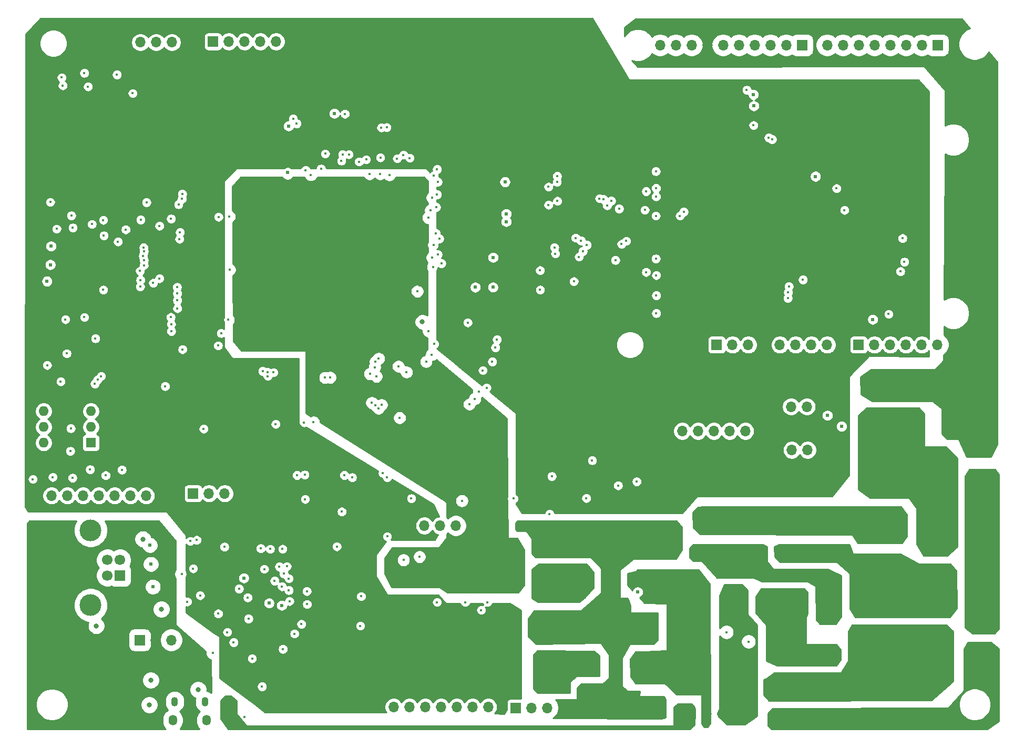
<source format=gbr>
G04 #@! TF.GenerationSoftware,KiCad,Pcbnew,5.1.6-c6e7f7d~86~ubuntu16.04.1*
G04 #@! TF.CreationDate,2020-08-03T14:49:15+05:30*
G04 #@! TF.ProjectId,Aardonyx,41617264-6f6e-4797-982e-6b696361645f,v1.0*
G04 #@! TF.SameCoordinates,Original*
G04 #@! TF.FileFunction,Copper,L3,Inr*
G04 #@! TF.FilePolarity,Positive*
%FSLAX46Y46*%
G04 Gerber Fmt 4.6, Leading zero omitted, Abs format (unit mm)*
G04 Created by KiCad (PCBNEW 5.1.6-c6e7f7d~86~ubuntu16.04.1) date 2020-08-03 14:49:15*
%MOMM*%
%LPD*%
G01*
G04 APERTURE LIST*
G04 #@! TA.AperFunction,ViaPad*
%ADD10C,1.524000*%
G04 #@! TD*
G04 #@! TA.AperFunction,ViaPad*
%ADD11R,1.524000X1.524000*%
G04 #@! TD*
G04 #@! TA.AperFunction,ViaPad*
%ADD12C,2.200000*%
G04 #@! TD*
G04 #@! TA.AperFunction,ViaPad*
%ADD13R,1.700000X1.700000*%
G04 #@! TD*
G04 #@! TA.AperFunction,ViaPad*
%ADD14O,1.700000X1.700000*%
G04 #@! TD*
G04 #@! TA.AperFunction,ViaPad*
%ADD15O,2.500000X5.000000*%
G04 #@! TD*
G04 #@! TA.AperFunction,ViaPad*
%ADD16O,2.250000X4.500000*%
G04 #@! TD*
G04 #@! TA.AperFunction,ViaPad*
%ADD17O,4.500000X2.250000*%
G04 #@! TD*
G04 #@! TA.AperFunction,ViaPad*
%ADD18C,0.500000*%
G04 #@! TD*
G04 #@! TA.AperFunction,ViaPad*
%ADD19R,1.600000X1.600000*%
G04 #@! TD*
G04 #@! TA.AperFunction,ViaPad*
%ADD20O,1.600000X1.600000*%
G04 #@! TD*
G04 #@! TA.AperFunction,ViaPad*
%ADD21O,1.100000X1.500000*%
G04 #@! TD*
G04 #@! TA.AperFunction,ViaPad*
%ADD22O,1.350000X1.700000*%
G04 #@! TD*
G04 #@! TA.AperFunction,ViaPad*
%ADD23C,1.700000*%
G04 #@! TD*
G04 #@! TA.AperFunction,ViaPad*
%ADD24C,3.500000*%
G04 #@! TD*
G04 #@! TA.AperFunction,ViaPad*
%ADD25C,0.406400*%
G04 #@! TD*
G04 #@! TA.AperFunction,ViaPad*
%ADD26C,0.609600*%
G04 #@! TD*
G04 #@! TA.AperFunction,ViaPad*
%ADD27C,0.800000*%
G04 #@! TD*
G04 #@! TA.AperFunction,ViaPad*
%ADD28C,0.812800*%
G04 #@! TD*
G04 #@! TA.AperFunction,ViaPad*
%ADD29C,0.599999*%
G04 #@! TD*
G04 #@! TA.AperFunction,Conductor*
%ADD30C,0.254000*%
G04 #@! TD*
G04 APERTURE END LIST*
D10*
X276199600Y-127508000D03*
D11*
X271119600Y-127508000D03*
D12*
X271653000Y-140309600D03*
X276653000Y-140309600D03*
D13*
X185547000Y-128397000D03*
D14*
X188087000Y-128397000D03*
X190627000Y-128397000D03*
X193167000Y-128397000D03*
D15*
X266766200Y-111820600D03*
D16*
X272766200Y-111820600D03*
D17*
X269766200Y-107120600D03*
D18*
X218869200Y-139430800D03*
X217569200Y-139430800D03*
X218869200Y-138430800D03*
X217569200Y-138430800D03*
X218869200Y-137430800D03*
X217569200Y-137430800D03*
X219489000Y-154058200D03*
X218189000Y-154058200D03*
X219489000Y-153058200D03*
X218189000Y-153058200D03*
X219489000Y-152058200D03*
X218189000Y-152058200D03*
X247623800Y-145126200D03*
X248923800Y-145126200D03*
X247623800Y-146126200D03*
X248923800Y-146126200D03*
X247623800Y-147126200D03*
X248923800Y-147126200D03*
D19*
X134371200Y-115046400D03*
D20*
X126751200Y-109966400D03*
X134371200Y-112506400D03*
X126751200Y-112506400D03*
X134371200Y-109966400D03*
X126751200Y-115046400D03*
D13*
X244729000Y-116205000D03*
D14*
X247269000Y-116205000D03*
X249809000Y-116205000D03*
D13*
X142240000Y-146812000D03*
D14*
X144780000Y-146812000D03*
X147320000Y-146812000D03*
D21*
X147875000Y-156745000D03*
X152715000Y-156745000D03*
D22*
X147565000Y-159745000D03*
X153025000Y-159745000D03*
D14*
X252960000Y-51000000D03*
X255500000Y-51000000D03*
X258040000Y-51000000D03*
X260580000Y-51000000D03*
X263120000Y-51000000D03*
X265660000Y-51000000D03*
X268200000Y-51000000D03*
D13*
X270740000Y-51000000D03*
X248896000Y-51000000D03*
D14*
X246356000Y-51000000D03*
X243816000Y-51000000D03*
X241276000Y-51000000D03*
X238736000Y-51000000D03*
X236196000Y-51000000D03*
X233656000Y-51000000D03*
X231116000Y-51000000D03*
X228576000Y-51000000D03*
X226036000Y-51000000D03*
D13*
X258038600Y-99263200D03*
D14*
X260578600Y-99263200D03*
X263118600Y-99263200D03*
X265658600Y-99263200D03*
X268198600Y-99263200D03*
X270738600Y-99263200D03*
D13*
X235178600Y-99263200D03*
D14*
X237718600Y-99263200D03*
X240258600Y-99263200D03*
X242798600Y-99263200D03*
X245338600Y-99263200D03*
X247878600Y-99263200D03*
X250418600Y-99263200D03*
X252958600Y-99263200D03*
D13*
X244602000Y-109220000D03*
D14*
X247142000Y-109220000D03*
X249682000Y-109220000D03*
D13*
X180594000Y-157607000D03*
D14*
X183134000Y-157607000D03*
X185674000Y-157607000D03*
X188214000Y-157607000D03*
X190754000Y-157607000D03*
X193294000Y-157607000D03*
X195834000Y-157607000D03*
X198374000Y-157607000D03*
D13*
X202819000Y-157734000D03*
D14*
X205359000Y-157734000D03*
X207899000Y-157734000D03*
D13*
X230962200Y-158724600D03*
D14*
X233502200Y-158724600D03*
X236042200Y-158724600D03*
D13*
X139801600Y-50540000D03*
D14*
X142341600Y-50540000D03*
X144881600Y-50540000D03*
X147421600Y-50540000D03*
D13*
X150850600Y-123215400D03*
D14*
X153390600Y-123215400D03*
X155930600Y-123215400D03*
D13*
X125479200Y-123566400D03*
D14*
X128019200Y-123566400D03*
X130559200Y-123566400D03*
X133099200Y-123566400D03*
X135639200Y-123566400D03*
X138179200Y-123566400D03*
X140719200Y-123566400D03*
X143259200Y-123566400D03*
D13*
X154051000Y-50419000D03*
D14*
X156591000Y-50419000D03*
X159131000Y-50419000D03*
X161671000Y-50419000D03*
X164211000Y-50419000D03*
X166751000Y-50419000D03*
D13*
X227076000Y-113157000D03*
D14*
X229616000Y-113157000D03*
X232156000Y-113157000D03*
X234696000Y-113157000D03*
X237236000Y-113157000D03*
X239776000Y-113157000D03*
D13*
X139050000Y-136424000D03*
D23*
X139050000Y-133924000D03*
X137050000Y-133924000D03*
X137050000Y-136424000D03*
D24*
X134340000Y-141194000D03*
X134340000Y-129154000D03*
D25*
X249199400Y-141909800D03*
D26*
X159004000Y-136829800D03*
X163068000Y-140868400D03*
X127304800Y-89027000D03*
X127838200Y-86360000D03*
D27*
X135255000Y-144526000D03*
X143787000Y-157249000D03*
X144018000Y-153289000D03*
X151638000Y-154813000D03*
D28*
X267589000Y-106045000D03*
X269494000Y-104521000D03*
X270764000Y-106172000D03*
X272669000Y-104648000D03*
X274320000Y-106426000D03*
X276225000Y-105156000D03*
D25*
X240284000Y-147066000D03*
X236728000Y-145542000D03*
X245999000Y-160147000D03*
X248412000Y-158623000D03*
X252476000Y-158750000D03*
X250952000Y-160147000D03*
X254762000Y-160274000D03*
X260477000Y-159131000D03*
X264795000Y-160782000D03*
X266827000Y-158877000D03*
X169164000Y-138961000D03*
X240792000Y-126238000D03*
X250571000Y-127381000D03*
X259207000Y-126238000D03*
X242697000Y-140716000D03*
X244348000Y-139573000D03*
X246380000Y-141097000D03*
X247777000Y-139954000D03*
X212217000Y-130683000D03*
X214249000Y-131572000D03*
X216027000Y-130683000D03*
X209804000Y-131699000D03*
X214757000Y-144780000D03*
X207899000Y-145923000D03*
X209296000Y-145034000D03*
X210820000Y-146050000D03*
X223520000Y-146685000D03*
X225425000Y-145288000D03*
X223266000Y-144018000D03*
X215519000Y-158242000D03*
X217297000Y-156464000D03*
X220091000Y-157988000D03*
X224028000Y-156718000D03*
X220980000Y-130810000D03*
X223012000Y-131953000D03*
X249555000Y-149860000D03*
X250444000Y-148971000D03*
X251968000Y-149606000D03*
D27*
X142748000Y-130556000D03*
D25*
X149885400Y-140639800D03*
X154874400Y-142559600D03*
X159617400Y-139975600D03*
X154051000Y-148844000D03*
X157353000Y-147193000D03*
X160340000Y-149794000D03*
X161925000Y-154305000D03*
X165290500Y-148272500D03*
X159766000Y-143383000D03*
X165430200Y-136118600D03*
X163957000Y-137287000D03*
X165146000Y-138189724D03*
X161721800Y-132054600D03*
X177901600Y-139776200D03*
X177774600Y-144526000D03*
X168275000Y-144246600D03*
X135102600Y-98247200D03*
X136372600Y-79171800D03*
X131455400Y-80406000D03*
X136453900Y-81666100D03*
X139976121Y-80699079D03*
X142392400Y-79121000D03*
X129844800Y-57505600D03*
X133908800Y-57683400D03*
X141097000Y-58750200D03*
D26*
X127952500Y-83375500D03*
D25*
X138734800Y-82654790D03*
X254457200Y-74066400D03*
X255752600Y-77571600D03*
X265099800Y-82110000D03*
X262864600Y-94310200D03*
X241096801Y-63906399D03*
X240004600Y-58216799D03*
X208076800Y-76733400D03*
X208076800Y-73812400D03*
X209499200Y-76098400D03*
X209448400Y-73050400D03*
X209473800Y-72085200D03*
X206705200Y-87274400D03*
X212163800Y-89050000D03*
X206730600Y-90398600D03*
X225425000Y-94183200D03*
X225425000Y-91313000D03*
X225425000Y-88061800D03*
X223799400Y-87553800D03*
X225374200Y-85394800D03*
X225374200Y-78486000D03*
X223596200Y-77546200D03*
X225399600Y-75387200D03*
X223798400Y-74550000D03*
X225399600Y-74041000D03*
X225374200Y-71323200D03*
X173990000Y-131749800D03*
X131064000Y-116382800D03*
X131140200Y-112725200D03*
X125018800Y-120904000D03*
X128219200Y-120573800D03*
X131417200Y-120703200D03*
X136753600Y-120294400D03*
X208254600Y-126517400D03*
X208610200Y-120446800D03*
X215107800Y-117886200D03*
X184099200Y-111023400D03*
X156512000Y-95241000D03*
X156722000Y-87171000D03*
X156662000Y-78591000D03*
X188745000Y-97068000D03*
X174722000Y-69631000D03*
X182442000Y-71911000D03*
X168706800Y-111785400D03*
X164134800Y-112039400D03*
D28*
X187756800Y-95580200D03*
D25*
X179620000Y-108593800D03*
X172095800Y-104557200D03*
X172912600Y-104531600D03*
X180340000Y-104368600D03*
X170230800Y-111729390D03*
X163779200Y-103708200D03*
X195072000Y-95681800D03*
X154940000Y-78663800D03*
D26*
X166075600Y-71541400D03*
X166217600Y-64033400D03*
D25*
X180949600Y-71755000D03*
X179273200Y-71755000D03*
X181152800Y-64287400D03*
X182016400Y-64236600D03*
D26*
X201066400Y-73025000D03*
X201269600Y-78155800D03*
X201269600Y-79425800D03*
X199162000Y-85191000D03*
X199132000Y-89988200D03*
D25*
X190839000Y-86148000D03*
X188714358Y-78793701D03*
X186944000Y-90652600D03*
D26*
X173583600Y-62001400D03*
D25*
X175285400Y-62077600D03*
X190119000Y-140716000D03*
X185984500Y-124008500D03*
X168884600Y-124129800D03*
X175183800Y-120269000D03*
X194132200Y-124383800D03*
X202463400Y-124028200D03*
X127330200Y-102539800D03*
X130276600Y-95173800D03*
X133324600Y-94818200D03*
X134233753Y-119351410D03*
X169189400Y-141046200D03*
X194665601Y-140715999D03*
X172119941Y-68487941D03*
X235102400Y-126974600D03*
X184723998Y-133923998D03*
X216738200Y-131241800D03*
X218922600Y-131165600D03*
X187299600Y-133400800D03*
X143332200Y-76327000D03*
X127838200Y-76276200D03*
X252755400Y-129413000D03*
X148640800Y-82219800D03*
X148717000Y-81153000D03*
D27*
X145719800Y-141859000D03*
D26*
X144348200Y-138252200D03*
D25*
X149021800Y-136169400D03*
X155879800Y-131800600D03*
X135458200Y-104876600D03*
X146329398Y-105943400D03*
X222282000Y-121294442D03*
X207772000Y-154051000D03*
X209931000Y-152527000D03*
X206883000Y-149987000D03*
X198247000Y-140716000D03*
X197231000Y-141986000D03*
X276860000Y-137541000D03*
X278384000Y-136017000D03*
X276733000Y-134239000D03*
X278638000Y-132588000D03*
X276733000Y-131191000D03*
X163245800Y-132156200D03*
X142907935Y-86454400D03*
X142285285Y-87363686D03*
X164719000Y-135001000D03*
X142310000Y-89890000D03*
X165236007Y-132147193D03*
X142343900Y-88826100D03*
X165938200Y-134950200D03*
X139369800Y-119405400D03*
X162306000Y-135382000D03*
X142928990Y-85674200D03*
X150393400Y-130886200D03*
X145406165Y-80119924D03*
X150850600Y-135305800D03*
X182092600Y-120624600D03*
X144402190Y-89304983D03*
X174777400Y-126136400D03*
X167563800Y-120269000D03*
X167563800Y-120269000D03*
X168808398Y-120192798D03*
X176453800Y-120624600D03*
X148262000Y-89961000D03*
X148302000Y-93401000D03*
X148282000Y-92091000D03*
X264756900Y-87439500D03*
X149035000Y-75755000D03*
X133308200Y-55490000D03*
X148482000Y-76651000D03*
X129666996Y-56210200D03*
D26*
X222453200Y-139090400D03*
X222453200Y-139090400D03*
D25*
X219302000Y-121931000D03*
X189611000Y-72009000D03*
X190246012Y-73025000D03*
X190119000Y-75057000D03*
X249047000Y-88773000D03*
X149123400Y-99999800D03*
X189611000Y-83185000D03*
X149098000Y-74955400D03*
X138557000Y-55753000D03*
X214162000Y-123977271D03*
X152527000Y-112801400D03*
X135001000Y-105537000D03*
X246802000Y-89851000D03*
X147332000Y-97071000D03*
X147312000Y-95931000D03*
X246672000Y-90791000D03*
X147242000Y-94811000D03*
X246632000Y-91761000D03*
X130479800Y-100660200D03*
X212978986Y-85090010D03*
X209169000Y-84582000D03*
X213614000Y-84201000D03*
X209042000Y-83566000D03*
X214249000Y-83185000D03*
X213309207Y-82499207D03*
X162052000Y-103505000D03*
X212445600Y-82042000D03*
X162814000Y-103632000D03*
X162855984Y-104314273D03*
X219456000Y-77342998D03*
X181179417Y-108924000D03*
X180674615Y-109516000D03*
X218853968Y-85630968D03*
X220599000Y-82541990D03*
X219837000Y-83041990D03*
X216281000Y-75692000D03*
X216916000Y-75819000D03*
X217525572Y-76813415D03*
X218186000Y-76073008D03*
X199771000Y-98425000D03*
X199517000Y-99695000D03*
X199009000Y-101981000D03*
X197485000Y-103378000D03*
X198120004Y-106172000D03*
X196850000Y-106807000D03*
X196214998Y-107950000D03*
X195326000Y-108839000D03*
X142773400Y-84962996D03*
X142928990Y-84201000D03*
X142864023Y-83598078D03*
X229235000Y-78486000D03*
X167513000Y-63627000D03*
X166942000Y-62865000D03*
X229870010Y-77851000D03*
X154862000Y-99391000D03*
X244094000Y-66167000D03*
X155362000Y-97401000D03*
X243544560Y-65910385D03*
X147280000Y-78960000D03*
X151410000Y-130709000D03*
X151968200Y-139623800D03*
D29*
X165090516Y-142773400D03*
D27*
X126746000Y-104190800D03*
D25*
X189103000Y-152654000D03*
X191389000Y-150749000D03*
X195961000Y-151130000D03*
X197485000Y-152654000D03*
X199517000Y-151003000D03*
X201549000Y-152654000D03*
X193182000Y-153151000D03*
X154036600Y-141340000D03*
X162814000Y-152400000D03*
X165227000Y-152019000D03*
X159004000Y-141732000D03*
X163283900Y-135724900D03*
X158242000Y-131800600D03*
X220776799Y-118999000D03*
D26*
X224840800Y-121793000D03*
D25*
X128244602Y-78486000D03*
X146786600Y-53340000D03*
X255803400Y-75082400D03*
X262712200Y-82092800D03*
X258897400Y-90216000D03*
X131530000Y-104453600D03*
X208457800Y-86944200D03*
X209321400Y-90297000D03*
X224409000Y-94259400D03*
X224434400Y-91262200D03*
X224434400Y-88239600D03*
X224434400Y-85394800D03*
X224434400Y-78435200D03*
X224434400Y-75260200D03*
X124993400Y-119761000D03*
X131597400Y-119100600D03*
X133959600Y-120624600D03*
X140411200Y-120243600D03*
X204266802Y-125526802D03*
X203504800Y-120345200D03*
X216077800Y-117957600D03*
X219405200Y-119075189D03*
X155372000Y-95051000D03*
X155672000Y-87371000D03*
X155682000Y-76661000D03*
X171752000Y-69651000D03*
X182272000Y-68941000D03*
X140589000Y-53467000D03*
X240284000Y-65786000D03*
D28*
X189128400Y-142875000D03*
D25*
X169418000Y-113309400D03*
X162712400Y-112191800D03*
D26*
X196418200Y-80111600D03*
D25*
X184404000Y-125222000D03*
X167817800Y-131241800D03*
X169697400Y-125755400D03*
X163398200Y-118745000D03*
X163449000Y-126619000D03*
X172085000Y-125907800D03*
X173659800Y-121183400D03*
X183518898Y-122017702D03*
X129514600Y-92227400D03*
X137693400Y-96951800D03*
X133578600Y-91313000D03*
X129006600Y-119151400D03*
X190500000Y-97028000D03*
X153746200Y-136931400D03*
X160197800Y-146939000D03*
X198069200Y-85623400D03*
X209016600Y-78333600D03*
X209016600Y-75158600D03*
X157937200Y-140563600D03*
X130759196Y-81635600D03*
X228473000Y-142875000D03*
X230251000Y-147828000D03*
X233299000Y-144399000D03*
X228854000Y-138557000D03*
X233172000Y-139954000D03*
X194818000Y-135763000D03*
X194183000Y-132588000D03*
X200152000Y-133350000D03*
X200152000Y-136525000D03*
X192659000Y-138049000D03*
X202692000Y-131699000D03*
D28*
X195935600Y-125704600D03*
D25*
X181356000Y-111175800D03*
X187909200Y-99491800D03*
X189687200Y-99136200D03*
X157581600Y-91668600D03*
X157835600Y-84048600D03*
D26*
X164947600Y-73075800D03*
X163118800Y-73126600D03*
D25*
X174904400Y-68605400D03*
X175920400Y-68605400D03*
D26*
X180949600Y-74142600D03*
D25*
X178714400Y-69418200D03*
X181000400Y-69113400D03*
D26*
X183692800Y-77597000D03*
D25*
X187706000Y-81203800D03*
D26*
X196291200Y-89992200D03*
D28*
X189255400Y-115646200D03*
X161366200Y-98171000D03*
D25*
X187325000Y-89687400D03*
X129514600Y-105181400D03*
X128854200Y-80594200D03*
X134543800Y-79832200D03*
X145415000Y-88569800D03*
X181381400Y-119913400D03*
X148282000Y-90991000D03*
X136372600Y-90398600D03*
X136017000Y-104317800D03*
X156337000Y-145542000D03*
X158242000Y-138557000D03*
X166243000Y-136906000D03*
X167157400Y-145796000D03*
X247904000Y-154686000D03*
X251079000Y-152781000D03*
X254508000Y-154686000D03*
X260934200Y-155067000D03*
X265303000Y-152146000D03*
X236093000Y-132207000D03*
D26*
X253009400Y-110642400D03*
D25*
X234188000Y-133096000D03*
X239014000Y-134366000D03*
X241808000Y-133858000D03*
X243586000Y-136271000D03*
D26*
X260299200Y-95173800D03*
X255295400Y-112395000D03*
X241147600Y-60782200D03*
X251079000Y-72136000D03*
D28*
X152501600Y-152654000D03*
D25*
X159080200Y-159232600D03*
D26*
X166547800Y-161036000D03*
X189026800Y-161036000D03*
X225094800Y-161036000D03*
D25*
X182096581Y-130124200D03*
X265404600Y-85902800D03*
D26*
X143891000Y-131546600D03*
X144043400Y-134594600D03*
D25*
X260096000Y-139954000D03*
X262763000Y-138430000D03*
X265303000Y-140208000D03*
X267716000Y-138557000D03*
X269494000Y-140462000D03*
D28*
X208762600Y-139623800D03*
X210591400Y-137845800D03*
X213436200Y-137236200D03*
X209981800Y-135051800D03*
D29*
X165120001Y-141230000D03*
D25*
X166236000Y-138804000D03*
D28*
X263321800Y-115290600D03*
X265150600Y-117627400D03*
X269011400Y-118135400D03*
X271500600Y-123418600D03*
D25*
X236601000Y-155956000D03*
X237363000Y-153670000D03*
X239014000Y-158877000D03*
D26*
X241078600Y-58959000D03*
D25*
X183684000Y-69257000D03*
X184700000Y-68665000D03*
X185716000Y-69173000D03*
X177552000Y-69771000D03*
X190119000Y-70993000D03*
X171450000Y-70911820D03*
X169799006Y-71882000D03*
X168946810Y-71120000D03*
X189356997Y-75565003D03*
X131221000Y-78456000D03*
X189992000Y-77089000D03*
X189103000Y-77597000D03*
X189929892Y-81290597D03*
X190500000Y-82169000D03*
X190246000Y-84709000D03*
X189357000Y-85217000D03*
X189462000Y-86711000D03*
X180721000Y-101473000D03*
X185208000Y-103674000D03*
X189280800Y-100838000D03*
X180213000Y-101977810D03*
X183896000Y-102743000D03*
X188366400Y-101981000D03*
X180086000Y-102870000D03*
X179302149Y-103940163D03*
X180169805Y-108969223D03*
X166370000Y-140559600D03*
D30*
G36*
X228529443Y-135487597D02*
G01*
X228551399Y-135499333D01*
X228575224Y-135506560D01*
X228600000Y-135509000D01*
X232221916Y-135509000D01*
X234010445Y-137813418D01*
X234136948Y-160229766D01*
X233695161Y-160782000D01*
X233114713Y-160782000D01*
X232740200Y-160210684D01*
X232740200Y-155676600D01*
X232737760Y-155651824D01*
X232730533Y-155627999D01*
X232718797Y-155606043D01*
X232703003Y-155586797D01*
X232683757Y-155571003D01*
X232661801Y-155559267D01*
X232637976Y-155552040D01*
X232613200Y-155549600D01*
X228726258Y-155549600D01*
X226857854Y-153805756D01*
X226838076Y-153790635D01*
X226815728Y-153779662D01*
X226791669Y-153773260D01*
X226771200Y-153771600D01*
X222134314Y-153771600D01*
X221309075Y-152710579D01*
X221236152Y-149898544D01*
X222063233Y-148717000D01*
X223520000Y-148717000D01*
X223525517Y-148716880D01*
X227030717Y-148564480D01*
X227055364Y-148560966D01*
X227078852Y-148552711D01*
X227100278Y-148540032D01*
X227118819Y-148523417D01*
X227133762Y-148503504D01*
X227144533Y-148481058D01*
X227150718Y-148456943D01*
X227152200Y-148437600D01*
X227152200Y-141071600D01*
X227149760Y-141046824D01*
X227142533Y-141022999D01*
X227130797Y-141001043D01*
X227115003Y-140981797D01*
X227095757Y-140966003D01*
X227073801Y-140954267D01*
X227049976Y-140947040D01*
X227028881Y-140944653D01*
X223576190Y-140844543D01*
X222741767Y-139988104D01*
X222898362Y-139923240D01*
X223052287Y-139820390D01*
X223183190Y-139689487D01*
X223286040Y-139535562D01*
X223356884Y-139364529D01*
X223393000Y-139182962D01*
X223393000Y-138997838D01*
X223356884Y-138816271D01*
X223286040Y-138645238D01*
X223183190Y-138491313D01*
X223052287Y-138360410D01*
X222898362Y-138257560D01*
X222727329Y-138186716D01*
X222545762Y-138150600D01*
X222360638Y-138150600D01*
X222179071Y-138186716D01*
X222008038Y-138257560D01*
X221854113Y-138360410D01*
X221723210Y-138491313D01*
X221620360Y-138645238D01*
X221564594Y-138779870D01*
X220802200Y-137997361D01*
X220802200Y-136117608D01*
X222279061Y-135770445D01*
X222302622Y-135762400D01*
X222324161Y-135749913D01*
X222342849Y-135733464D01*
X222357969Y-135713685D01*
X222368940Y-135691337D01*
X222375341Y-135667277D01*
X222376924Y-135642431D01*
X222375098Y-135624918D01*
X222350361Y-135483600D01*
X228524572Y-135483600D01*
X228529443Y-135487597D01*
G37*
X228529443Y-135487597D02*
X228551399Y-135499333D01*
X228575224Y-135506560D01*
X228600000Y-135509000D01*
X232221916Y-135509000D01*
X234010445Y-137813418D01*
X234136948Y-160229766D01*
X233695161Y-160782000D01*
X233114713Y-160782000D01*
X232740200Y-160210684D01*
X232740200Y-155676600D01*
X232737760Y-155651824D01*
X232730533Y-155627999D01*
X232718797Y-155606043D01*
X232703003Y-155586797D01*
X232683757Y-155571003D01*
X232661801Y-155559267D01*
X232637976Y-155552040D01*
X232613200Y-155549600D01*
X228726258Y-155549600D01*
X226857854Y-153805756D01*
X226838076Y-153790635D01*
X226815728Y-153779662D01*
X226791669Y-153773260D01*
X226771200Y-153771600D01*
X222134314Y-153771600D01*
X221309075Y-152710579D01*
X221236152Y-149898544D01*
X222063233Y-148717000D01*
X223520000Y-148717000D01*
X223525517Y-148716880D01*
X227030717Y-148564480D01*
X227055364Y-148560966D01*
X227078852Y-148552711D01*
X227100278Y-148540032D01*
X227118819Y-148523417D01*
X227133762Y-148503504D01*
X227144533Y-148481058D01*
X227150718Y-148456943D01*
X227152200Y-148437600D01*
X227152200Y-141071600D01*
X227149760Y-141046824D01*
X227142533Y-141022999D01*
X227130797Y-141001043D01*
X227115003Y-140981797D01*
X227095757Y-140966003D01*
X227073801Y-140954267D01*
X227049976Y-140947040D01*
X227028881Y-140944653D01*
X223576190Y-140844543D01*
X222741767Y-139988104D01*
X222898362Y-139923240D01*
X223052287Y-139820390D01*
X223183190Y-139689487D01*
X223286040Y-139535562D01*
X223356884Y-139364529D01*
X223393000Y-139182962D01*
X223393000Y-138997838D01*
X223356884Y-138816271D01*
X223286040Y-138645238D01*
X223183190Y-138491313D01*
X223052287Y-138360410D01*
X222898362Y-138257560D01*
X222727329Y-138186716D01*
X222545762Y-138150600D01*
X222360638Y-138150600D01*
X222179071Y-138186716D01*
X222008038Y-138257560D01*
X221854113Y-138360410D01*
X221723210Y-138491313D01*
X221620360Y-138645238D01*
X221564594Y-138779870D01*
X220802200Y-137997361D01*
X220802200Y-136117608D01*
X222279061Y-135770445D01*
X222302622Y-135762400D01*
X222324161Y-135749913D01*
X222342849Y-135733464D01*
X222357969Y-135713685D01*
X222368940Y-135691337D01*
X222375341Y-135667277D01*
X222376924Y-135642431D01*
X222375098Y-135624918D01*
X222350361Y-135483600D01*
X228524572Y-135483600D01*
X228529443Y-135487597D01*
G36*
X265811000Y-126660298D02*
G01*
X265811000Y-130131425D01*
X264986886Y-131191000D01*
X257879819Y-131191000D01*
X257079030Y-129929150D01*
X257063694Y-129909538D01*
X257044826Y-129893295D01*
X257023152Y-129881045D01*
X256999505Y-129873259D01*
X256972326Y-129870201D01*
X232486580Y-129768811D01*
X231392908Y-128722690D01*
X231344288Y-126315968D01*
X232213333Y-125470411D01*
X233173635Y-125363711D01*
X233197990Y-125358550D01*
X233220255Y-125349000D01*
X264857329Y-125349000D01*
X265811000Y-126660298D01*
G37*
X265811000Y-126660298D02*
X265811000Y-130131425D01*
X264986886Y-131191000D01*
X257879819Y-131191000D01*
X257079030Y-129929150D01*
X257063694Y-129909538D01*
X257044826Y-129893295D01*
X257023152Y-129881045D01*
X256999505Y-129873259D01*
X256972326Y-129870201D01*
X232486580Y-129768811D01*
X231392908Y-128722690D01*
X231344288Y-126315968D01*
X232213333Y-125470411D01*
X233173635Y-125363711D01*
X233197990Y-125358550D01*
X233220255Y-125349000D01*
X264857329Y-125349000D01*
X265811000Y-126660298D01*
G36*
X215419895Y-148589868D02*
G01*
X216230200Y-149307567D01*
X216230200Y-152577800D01*
X212699600Y-152577800D01*
X212674824Y-152580240D01*
X212650999Y-152587467D01*
X212621461Y-152604684D01*
X211580061Y-153417484D01*
X211562030Y-153434652D01*
X211547696Y-153455007D01*
X211537608Y-153477768D01*
X211532154Y-153502060D01*
X211531200Y-153517600D01*
X211531200Y-155295600D01*
X206371918Y-155295600D01*
X205638400Y-154653772D01*
X205638400Y-149250949D01*
X206301727Y-148564749D01*
X215419895Y-148589868D01*
G37*
X215419895Y-148589868D02*
X216230200Y-149307567D01*
X216230200Y-152577800D01*
X212699600Y-152577800D01*
X212674824Y-152580240D01*
X212650999Y-152587467D01*
X212621461Y-152604684D01*
X211580061Y-153417484D01*
X211562030Y-153434652D01*
X211547696Y-153455007D01*
X211537608Y-153477768D01*
X211532154Y-153502060D01*
X211531200Y-153517600D01*
X211531200Y-155295600D01*
X206371918Y-155295600D01*
X205638400Y-154653772D01*
X205638400Y-149250949D01*
X206301727Y-148564749D01*
X215419895Y-148589868D01*
G36*
X165148315Y-72302403D02*
G01*
X165314597Y-72468685D01*
X165510124Y-72599332D01*
X165727381Y-72689323D01*
X165958021Y-72735200D01*
X166193179Y-72735200D01*
X166423819Y-72689323D01*
X166641076Y-72599332D01*
X166836603Y-72468685D01*
X167002885Y-72302403D01*
X167046185Y-72237600D01*
X168764111Y-72237600D01*
X168831111Y-72399351D01*
X168950639Y-72578237D01*
X169102769Y-72730367D01*
X169281655Y-72849895D01*
X169480423Y-72932228D01*
X169691434Y-72974200D01*
X169906578Y-72974200D01*
X170117589Y-72932228D01*
X170316357Y-72849895D01*
X170495243Y-72730367D01*
X170647373Y-72578237D01*
X170766901Y-72399351D01*
X170833901Y-72237600D01*
X178290911Y-72237600D01*
X178305305Y-72272351D01*
X178424833Y-72451237D01*
X178576963Y-72603367D01*
X178755849Y-72722895D01*
X178954617Y-72805228D01*
X179165628Y-72847200D01*
X179380772Y-72847200D01*
X179591783Y-72805228D01*
X179790551Y-72722895D01*
X179969437Y-72603367D01*
X180111400Y-72461404D01*
X180253363Y-72603367D01*
X180432249Y-72722895D01*
X180631017Y-72805228D01*
X180842028Y-72847200D01*
X181057172Y-72847200D01*
X181268183Y-72805228D01*
X181466951Y-72722895D01*
X181612223Y-72625827D01*
X181745763Y-72759367D01*
X181924649Y-72878895D01*
X182123417Y-72961228D01*
X182334428Y-73003200D01*
X182549572Y-73003200D01*
X182760583Y-72961228D01*
X182959351Y-72878895D01*
X183138237Y-72759367D01*
X183290367Y-72607237D01*
X183409895Y-72428351D01*
X183488907Y-72237600D01*
X188103717Y-72237600D01*
X188670987Y-72918324D01*
X188662667Y-74715362D01*
X188660760Y-74716636D01*
X188508630Y-74868766D01*
X188389102Y-75047652D01*
X188306769Y-75246420D01*
X188264797Y-75457431D01*
X188264797Y-75672575D01*
X188306769Y-75883586D01*
X188389102Y-76082354D01*
X188508630Y-76261240D01*
X188654834Y-76407444D01*
X188653938Y-76600818D01*
X188585649Y-76629105D01*
X188406763Y-76748633D01*
X188254633Y-76900763D01*
X188135105Y-77079649D01*
X188052772Y-77278417D01*
X188010800Y-77489428D01*
X188010800Y-77704572D01*
X188052772Y-77915583D01*
X188054913Y-77920751D01*
X188018121Y-77945334D01*
X187865991Y-78097464D01*
X187746463Y-78276350D01*
X187664130Y-78475118D01*
X187622158Y-78686129D01*
X187622158Y-78901273D01*
X187664130Y-79112284D01*
X187746463Y-79311052D01*
X187865991Y-79489938D01*
X188018121Y-79642068D01*
X188197007Y-79761596D01*
X188395775Y-79843929D01*
X188606786Y-79885901D01*
X188638730Y-79885901D01*
X188625656Y-82709774D01*
X188560772Y-82866417D01*
X188518800Y-83077428D01*
X188518800Y-83292572D01*
X188560772Y-83503583D01*
X188621304Y-83649720D01*
X188617777Y-84411619D01*
X188508633Y-84520763D01*
X188389105Y-84699649D01*
X188306772Y-84898417D01*
X188264800Y-85109428D01*
X188264800Y-85324572D01*
X188306772Y-85535583D01*
X188389105Y-85734351D01*
X188508633Y-85913237D01*
X188610354Y-86014958D01*
X188610332Y-86019704D01*
X188494105Y-86193649D01*
X188411772Y-86392417D01*
X188369800Y-86603428D01*
X188369800Y-86818572D01*
X188411772Y-87029583D01*
X188494105Y-87228351D01*
X188603975Y-87392783D01*
X188570765Y-94566110D01*
X188370402Y-94432231D01*
X188134654Y-94334581D01*
X187884386Y-94284800D01*
X187629214Y-94284800D01*
X187378946Y-94334581D01*
X187143198Y-94432231D01*
X186931031Y-94573997D01*
X186750597Y-94754431D01*
X186608831Y-94966598D01*
X186511181Y-95202346D01*
X186461400Y-95452614D01*
X186461400Y-95707786D01*
X186511181Y-95958054D01*
X186608831Y-96193802D01*
X186750597Y-96405969D01*
X186931031Y-96586403D01*
X187143198Y-96728169D01*
X187378946Y-96825819D01*
X187629214Y-96875600D01*
X187669673Y-96875600D01*
X187652800Y-96960428D01*
X187652800Y-97175572D01*
X187694772Y-97386583D01*
X187777105Y-97585351D01*
X187896633Y-97764237D01*
X188048763Y-97916367D01*
X188227649Y-98035895D01*
X188426417Y-98118228D01*
X188554203Y-98143646D01*
X188545476Y-100028720D01*
X188432433Y-100141763D01*
X188312905Y-100320649D01*
X188230572Y-100519417D01*
X188188600Y-100730428D01*
X188188600Y-100902769D01*
X188047817Y-100930772D01*
X187849049Y-101013105D01*
X187670163Y-101132633D01*
X187518033Y-101284763D01*
X187398505Y-101463649D01*
X187316172Y-101662417D01*
X187274200Y-101873428D01*
X187274200Y-102088572D01*
X187316172Y-102299583D01*
X187398505Y-102498351D01*
X187518033Y-102677237D01*
X187670163Y-102829367D01*
X187849049Y-102948895D01*
X188047817Y-103031228D01*
X188258828Y-103073200D01*
X188473972Y-103073200D01*
X188684983Y-103031228D01*
X188883751Y-102948895D01*
X189062637Y-102829367D01*
X189214767Y-102677237D01*
X189334295Y-102498351D01*
X189416628Y-102299583D01*
X189458600Y-102088572D01*
X189458600Y-101916231D01*
X189599383Y-101888228D01*
X189798151Y-101805895D01*
X189977037Y-101686367D01*
X190040463Y-101622941D01*
X195805464Y-106474674D01*
X195799772Y-106488417D01*
X195757800Y-106699428D01*
X195757800Y-106914572D01*
X195765632Y-106953945D01*
X195697647Y-106982105D01*
X195518761Y-107101633D01*
X195366631Y-107253763D01*
X195247103Y-107432649D01*
X195164770Y-107631417D01*
X195138663Y-107762666D01*
X195007417Y-107788772D01*
X194808649Y-107871105D01*
X194629763Y-107990633D01*
X194477633Y-108142763D01*
X194358105Y-108321649D01*
X194275772Y-108520417D01*
X194233800Y-108731428D01*
X194233800Y-108946572D01*
X194275772Y-109157583D01*
X194358105Y-109356351D01*
X194477633Y-109535237D01*
X194629763Y-109687367D01*
X194808649Y-109806895D01*
X195007417Y-109889228D01*
X195218428Y-109931200D01*
X195433572Y-109931200D01*
X195644583Y-109889228D01*
X195843351Y-109806895D01*
X196022237Y-109687367D01*
X196174367Y-109535237D01*
X196293895Y-109356351D01*
X196376228Y-109157583D01*
X196402335Y-109026334D01*
X196533581Y-109000228D01*
X196732349Y-108917895D01*
X196911235Y-108798367D01*
X197063365Y-108646237D01*
X197182893Y-108467351D01*
X197265226Y-108268583D01*
X197307198Y-108057572D01*
X197307198Y-107842428D01*
X197299366Y-107803055D01*
X197356013Y-107779591D01*
X201371591Y-111159038D01*
X201454054Y-123610920D01*
X201413172Y-123709617D01*
X201371200Y-123920628D01*
X201371200Y-124135772D01*
X201413172Y-124346783D01*
X201459671Y-124459040D01*
X201498203Y-130277441D01*
X201500807Y-130302201D01*
X201508192Y-130325977D01*
X201520073Y-130347855D01*
X201535994Y-130366995D01*
X201555343Y-130382662D01*
X201577377Y-130394252D01*
X201601249Y-130401321D01*
X201623048Y-130403582D01*
X203051323Y-130427790D01*
X204190443Y-132318245D01*
X204165397Y-137978806D01*
X203215161Y-139166600D01*
X191759233Y-139166600D01*
X190522030Y-138300558D01*
X190500333Y-138288348D01*
X190476671Y-138280607D01*
X190449200Y-138277600D01*
X182780690Y-138277600D01*
X181686200Y-136088620D01*
X181686200Y-133816426D01*
X183631798Y-133816426D01*
X183631798Y-134031570D01*
X183673770Y-134242581D01*
X183756103Y-134441349D01*
X183875631Y-134620235D01*
X184027761Y-134772365D01*
X184206647Y-134891893D01*
X184405415Y-134974226D01*
X184616426Y-135016198D01*
X184831570Y-135016198D01*
X185042581Y-134974226D01*
X185241349Y-134891893D01*
X185420235Y-134772365D01*
X185572365Y-134620235D01*
X185691893Y-134441349D01*
X185774226Y-134242581D01*
X185816198Y-134031570D01*
X185816198Y-133816426D01*
X185774226Y-133605415D01*
X185691893Y-133406647D01*
X185616109Y-133293228D01*
X186207400Y-133293228D01*
X186207400Y-133508372D01*
X186249372Y-133719383D01*
X186331705Y-133918151D01*
X186451233Y-134097037D01*
X186603363Y-134249167D01*
X186782249Y-134368695D01*
X186981017Y-134451028D01*
X187192028Y-134493000D01*
X187407172Y-134493000D01*
X187618183Y-134451028D01*
X187816951Y-134368695D01*
X187995837Y-134249167D01*
X188147967Y-134097037D01*
X188267495Y-133918151D01*
X188349828Y-133719383D01*
X188391800Y-133508372D01*
X188391800Y-133293228D01*
X188349828Y-133082217D01*
X188267495Y-132883449D01*
X188147967Y-132704563D01*
X187995837Y-132552433D01*
X187816951Y-132432905D01*
X187618183Y-132350572D01*
X187407172Y-132308600D01*
X187192028Y-132308600D01*
X186981017Y-132350572D01*
X186782249Y-132432905D01*
X186603363Y-132552433D01*
X186451233Y-132704563D01*
X186331705Y-132883449D01*
X186249372Y-133082217D01*
X186207400Y-133293228D01*
X185616109Y-133293228D01*
X185572365Y-133227761D01*
X185420235Y-133075631D01*
X185241349Y-132956103D01*
X185042581Y-132873770D01*
X184831570Y-132831798D01*
X184616426Y-132831798D01*
X184405415Y-132873770D01*
X184206647Y-132956103D01*
X184027761Y-133075631D01*
X183875631Y-133227761D01*
X183756103Y-133406647D01*
X183673770Y-133605415D01*
X183631798Y-133816426D01*
X181686200Y-133816426D01*
X181686200Y-133618633D01*
X182869923Y-131927600D01*
X190449200Y-131927600D01*
X190473976Y-131925160D01*
X190497801Y-131917933D01*
X190519757Y-131906197D01*
X190539003Y-131890403D01*
X190550800Y-131876800D01*
X191693800Y-130352800D01*
X191706714Y-130331515D01*
X191715227Y-130308119D01*
X191719200Y-130276600D01*
X191719200Y-129758692D01*
X191735548Y-129747769D01*
X191897000Y-129586317D01*
X192058452Y-129747769D01*
X192343275Y-129938082D01*
X192659752Y-130069171D01*
X192995723Y-130136000D01*
X193338277Y-130136000D01*
X193674248Y-130069171D01*
X193990725Y-129938082D01*
X194275548Y-129747769D01*
X194517769Y-129505548D01*
X194708082Y-129220725D01*
X194839171Y-128904248D01*
X194906000Y-128568277D01*
X194906000Y-128225723D01*
X194839171Y-127889752D01*
X194708082Y-127573275D01*
X194517769Y-127288452D01*
X194275548Y-127046231D01*
X193990725Y-126855918D01*
X193674248Y-126724829D01*
X193338277Y-126658000D01*
X192995723Y-126658000D01*
X192659752Y-126724829D01*
X192343275Y-126855918D01*
X192058452Y-127046231D01*
X191897000Y-127207683D01*
X191735548Y-127046231D01*
X191719200Y-127035308D01*
X191719200Y-124688600D01*
X191716760Y-124663824D01*
X191709533Y-124639999D01*
X191697797Y-124618043D01*
X191682003Y-124598797D01*
X191659995Y-124581209D01*
X191176884Y-124276228D01*
X193040000Y-124276228D01*
X193040000Y-124491372D01*
X193081972Y-124702383D01*
X193164305Y-124901151D01*
X193283833Y-125080037D01*
X193435963Y-125232167D01*
X193614849Y-125351695D01*
X193813617Y-125434028D01*
X194024628Y-125476000D01*
X194239772Y-125476000D01*
X194450783Y-125434028D01*
X194649551Y-125351695D01*
X194828437Y-125232167D01*
X194980567Y-125080037D01*
X195100095Y-124901151D01*
X195182428Y-124702383D01*
X195224400Y-124491372D01*
X195224400Y-124276228D01*
X195182428Y-124065217D01*
X195100095Y-123866449D01*
X194980567Y-123687563D01*
X194828437Y-123535433D01*
X194649551Y-123415905D01*
X194450783Y-123333572D01*
X194239772Y-123291600D01*
X194024628Y-123291600D01*
X193813617Y-123333572D01*
X193614849Y-123415905D01*
X193435963Y-123535433D01*
X193283833Y-123687563D01*
X193164305Y-123866449D01*
X193081972Y-124065217D01*
X193040000Y-124276228D01*
X191176884Y-124276228D01*
X171323000Y-111742771D01*
X171323000Y-111621818D01*
X171281028Y-111410807D01*
X171198695Y-111212039D01*
X171079167Y-111033153D01*
X170961842Y-110915828D01*
X183007000Y-110915828D01*
X183007000Y-111130972D01*
X183048972Y-111341983D01*
X183131305Y-111540751D01*
X183250833Y-111719637D01*
X183402963Y-111871767D01*
X183581849Y-111991295D01*
X183780617Y-112073628D01*
X183991628Y-112115600D01*
X184206772Y-112115600D01*
X184417783Y-112073628D01*
X184616551Y-111991295D01*
X184795437Y-111871767D01*
X184947567Y-111719637D01*
X185067095Y-111540751D01*
X185149428Y-111341983D01*
X185191400Y-111130972D01*
X185191400Y-110915828D01*
X185149428Y-110704817D01*
X185067095Y-110506049D01*
X184947567Y-110327163D01*
X184795437Y-110175033D01*
X184616551Y-110055505D01*
X184417783Y-109973172D01*
X184206772Y-109931200D01*
X183991628Y-109931200D01*
X183780617Y-109973172D01*
X183581849Y-110055505D01*
X183402963Y-110175033D01*
X183250833Y-110327163D01*
X183131305Y-110506049D01*
X183048972Y-110704817D01*
X183007000Y-110915828D01*
X170961842Y-110915828D01*
X170927037Y-110881023D01*
X170748151Y-110761495D01*
X170549383Y-110679162D01*
X170338372Y-110637190D01*
X170123228Y-110637190D01*
X169912217Y-110679162D01*
X169746744Y-110747704D01*
X168986200Y-110267584D01*
X168986200Y-108486228D01*
X178527800Y-108486228D01*
X178527800Y-108701372D01*
X178569772Y-108912383D01*
X178652105Y-109111151D01*
X178771633Y-109290037D01*
X178923763Y-109442167D01*
X179102649Y-109561695D01*
X179301417Y-109644028D01*
X179307991Y-109645336D01*
X179321438Y-109665460D01*
X179473568Y-109817590D01*
X179652454Y-109937118D01*
X179669842Y-109944320D01*
X179706720Y-110033351D01*
X179826248Y-110212237D01*
X179978378Y-110364367D01*
X180157264Y-110483895D01*
X180356032Y-110566228D01*
X180567043Y-110608200D01*
X180782187Y-110608200D01*
X180993198Y-110566228D01*
X181191966Y-110483895D01*
X181370852Y-110364367D01*
X181522982Y-110212237D01*
X181642510Y-110033351D01*
X181702763Y-109887890D01*
X181875654Y-109772367D01*
X182027784Y-109620237D01*
X182147312Y-109441351D01*
X182229645Y-109242583D01*
X182271617Y-109031572D01*
X182271617Y-108816428D01*
X182229645Y-108605417D01*
X182147312Y-108406649D01*
X182027784Y-108227763D01*
X181875654Y-108075633D01*
X181696768Y-107956105D01*
X181498000Y-107873772D01*
X181286989Y-107831800D01*
X181071845Y-107831800D01*
X180860834Y-107873772D01*
X180662066Y-107956105D01*
X180629887Y-107977606D01*
X180488388Y-107918995D01*
X180481814Y-107917687D01*
X180468367Y-107897563D01*
X180316237Y-107745433D01*
X180137351Y-107625905D01*
X179938583Y-107543572D01*
X179727572Y-107501600D01*
X179512428Y-107501600D01*
X179301417Y-107543572D01*
X179102649Y-107625905D01*
X178923763Y-107745433D01*
X178771633Y-107897563D01*
X178652105Y-108076449D01*
X178569772Y-108275217D01*
X178527800Y-108486228D01*
X168986200Y-108486228D01*
X168986200Y-104449628D01*
X171003600Y-104449628D01*
X171003600Y-104664772D01*
X171045572Y-104875783D01*
X171127905Y-105074551D01*
X171247433Y-105253437D01*
X171399563Y-105405567D01*
X171578449Y-105525095D01*
X171777217Y-105607428D01*
X171988228Y-105649400D01*
X172203372Y-105649400D01*
X172414383Y-105607428D01*
X172535102Y-105557424D01*
X172594017Y-105581828D01*
X172805028Y-105623800D01*
X173020172Y-105623800D01*
X173231183Y-105581828D01*
X173429951Y-105499495D01*
X173608837Y-105379967D01*
X173760967Y-105227837D01*
X173880495Y-105048951D01*
X173962828Y-104850183D01*
X174004800Y-104639172D01*
X174004800Y-104424028D01*
X173962828Y-104213017D01*
X173880495Y-104014249D01*
X173760967Y-103835363D01*
X173758195Y-103832591D01*
X178209949Y-103832591D01*
X178209949Y-104047735D01*
X178251921Y-104258746D01*
X178334254Y-104457514D01*
X178453782Y-104636400D01*
X178605912Y-104788530D01*
X178784798Y-104908058D01*
X178983566Y-104990391D01*
X179194577Y-105032363D01*
X179409721Y-105032363D01*
X179462871Y-105021791D01*
X179491633Y-105064837D01*
X179643763Y-105216967D01*
X179822649Y-105336495D01*
X180021417Y-105418828D01*
X180232428Y-105460800D01*
X180447572Y-105460800D01*
X180658583Y-105418828D01*
X180857351Y-105336495D01*
X181036237Y-105216967D01*
X181188367Y-105064837D01*
X181307895Y-104885951D01*
X181390228Y-104687183D01*
X181432200Y-104476172D01*
X181432200Y-104261028D01*
X181390228Y-104050017D01*
X181307895Y-103851249D01*
X181188367Y-103672363D01*
X181036237Y-103520233D01*
X180987061Y-103487375D01*
X181053895Y-103387351D01*
X181136228Y-103188583D01*
X181178200Y-102977572D01*
X181178200Y-102762428D01*
X181152939Y-102635428D01*
X182803800Y-102635428D01*
X182803800Y-102850572D01*
X182845772Y-103061583D01*
X182928105Y-103260351D01*
X183047633Y-103439237D01*
X183199763Y-103591367D01*
X183378649Y-103710895D01*
X183577417Y-103793228D01*
X183788428Y-103835200D01*
X184003572Y-103835200D01*
X184121790Y-103811685D01*
X184157772Y-103992583D01*
X184240105Y-104191351D01*
X184359633Y-104370237D01*
X184511763Y-104522367D01*
X184690649Y-104641895D01*
X184889417Y-104724228D01*
X185100428Y-104766200D01*
X185315572Y-104766200D01*
X185526583Y-104724228D01*
X185725351Y-104641895D01*
X185904237Y-104522367D01*
X186056367Y-104370237D01*
X186175895Y-104191351D01*
X186258228Y-103992583D01*
X186300200Y-103781572D01*
X186300200Y-103566428D01*
X186258228Y-103355417D01*
X186175895Y-103156649D01*
X186056367Y-102977763D01*
X185904237Y-102825633D01*
X185725351Y-102706105D01*
X185526583Y-102623772D01*
X185315572Y-102581800D01*
X185100428Y-102581800D01*
X184982210Y-102605315D01*
X184946228Y-102424417D01*
X184863895Y-102225649D01*
X184744367Y-102046763D01*
X184592237Y-101894633D01*
X184413351Y-101775105D01*
X184214583Y-101692772D01*
X184003572Y-101650800D01*
X183788428Y-101650800D01*
X183577417Y-101692772D01*
X183378649Y-101775105D01*
X183199763Y-101894633D01*
X183047633Y-102046763D01*
X182928105Y-102225649D01*
X182845772Y-102424417D01*
X182803800Y-102635428D01*
X181152939Y-102635428D01*
X181137852Y-102559580D01*
X181180895Y-102495161D01*
X181196129Y-102458384D01*
X181238351Y-102440895D01*
X181417237Y-102321367D01*
X181569367Y-102169237D01*
X181688895Y-101990351D01*
X181771228Y-101791583D01*
X181813200Y-101580572D01*
X181813200Y-101365428D01*
X181771228Y-101154417D01*
X181688895Y-100955649D01*
X181569367Y-100776763D01*
X181417237Y-100624633D01*
X181238351Y-100505105D01*
X181039583Y-100422772D01*
X180828572Y-100380800D01*
X180613428Y-100380800D01*
X180402417Y-100422772D01*
X180203649Y-100505105D01*
X180024763Y-100624633D01*
X179872633Y-100776763D01*
X179753105Y-100955649D01*
X179737871Y-100992426D01*
X179695649Y-101009915D01*
X179516763Y-101129443D01*
X179364633Y-101281573D01*
X179245105Y-101460459D01*
X179162772Y-101659227D01*
X179120800Y-101870238D01*
X179120800Y-102085382D01*
X179161148Y-102288230D01*
X179118105Y-102352649D01*
X179035772Y-102551417D01*
X178993800Y-102762428D01*
X178993800Y-102887899D01*
X178983566Y-102889935D01*
X178784798Y-102972268D01*
X178605912Y-103091796D01*
X178453782Y-103243926D01*
X178334254Y-103422812D01*
X178251921Y-103621580D01*
X178209949Y-103832591D01*
X173758195Y-103832591D01*
X173608837Y-103683233D01*
X173429951Y-103563705D01*
X173231183Y-103481372D01*
X173020172Y-103439400D01*
X172805028Y-103439400D01*
X172594017Y-103481372D01*
X172473298Y-103531376D01*
X172414383Y-103506972D01*
X172203372Y-103465000D01*
X171988228Y-103465000D01*
X171777217Y-103506972D01*
X171578449Y-103589305D01*
X171399563Y-103708833D01*
X171247433Y-103860963D01*
X171127905Y-104039849D01*
X171045572Y-104238617D01*
X171003600Y-104449628D01*
X168986200Y-104449628D01*
X168986200Y-100304600D01*
X168983760Y-100279824D01*
X168976533Y-100255999D01*
X168964797Y-100234043D01*
X168949003Y-100214797D01*
X168929757Y-100199003D01*
X168907801Y-100187267D01*
X168883976Y-100180040D01*
X168858887Y-100177600D01*
X158606400Y-100202852D01*
X157327321Y-98658305D01*
X157310997Y-95986607D01*
X157360367Y-95937237D01*
X157479895Y-95758351D01*
X157562228Y-95559583D01*
X157604200Y-95348572D01*
X157604200Y-95133428D01*
X157562228Y-94922417D01*
X157479895Y-94723649D01*
X157360367Y-94544763D01*
X157301830Y-94486226D01*
X157277749Y-90545028D01*
X185851800Y-90545028D01*
X185851800Y-90760172D01*
X185893772Y-90971183D01*
X185976105Y-91169951D01*
X186095633Y-91348837D01*
X186247763Y-91500967D01*
X186426649Y-91620495D01*
X186625417Y-91702828D01*
X186836428Y-91744800D01*
X187051572Y-91744800D01*
X187262583Y-91702828D01*
X187461351Y-91620495D01*
X187640237Y-91500967D01*
X187792367Y-91348837D01*
X187911895Y-91169951D01*
X187994228Y-90971183D01*
X188036200Y-90760172D01*
X188036200Y-90545028D01*
X187994228Y-90334017D01*
X187911895Y-90135249D01*
X187792367Y-89956363D01*
X187640237Y-89804233D01*
X187461351Y-89684705D01*
X187262583Y-89602372D01*
X187051572Y-89560400D01*
X186836428Y-89560400D01*
X186625417Y-89602372D01*
X186426649Y-89684705D01*
X186247763Y-89804233D01*
X186095633Y-89956363D01*
X185976105Y-90135249D01*
X185893772Y-90334017D01*
X185851800Y-90545028D01*
X157277749Y-90545028D01*
X157262951Y-88123126D01*
X157418237Y-88019367D01*
X157570367Y-87867237D01*
X157689895Y-87688351D01*
X157772228Y-87489583D01*
X157814200Y-87278572D01*
X157814200Y-87063428D01*
X157772228Y-86852417D01*
X157689895Y-86653649D01*
X157570367Y-86474763D01*
X157418237Y-86322633D01*
X157251269Y-86211068D01*
X157210497Y-79538084D01*
X157358237Y-79439367D01*
X157510367Y-79287237D01*
X157629895Y-79108351D01*
X157712228Y-78909583D01*
X157754200Y-78698572D01*
X157754200Y-78483428D01*
X157712228Y-78272417D01*
X157629895Y-78073649D01*
X157510367Y-77894763D01*
X157358237Y-77742633D01*
X157198876Y-77636151D01*
X157175485Y-73807785D01*
X158504103Y-72237600D01*
X165105015Y-72237600D01*
X165148315Y-72302403D01*
G37*
X165148315Y-72302403D02*
X165314597Y-72468685D01*
X165510124Y-72599332D01*
X165727381Y-72689323D01*
X165958021Y-72735200D01*
X166193179Y-72735200D01*
X166423819Y-72689323D01*
X166641076Y-72599332D01*
X166836603Y-72468685D01*
X167002885Y-72302403D01*
X167046185Y-72237600D01*
X168764111Y-72237600D01*
X168831111Y-72399351D01*
X168950639Y-72578237D01*
X169102769Y-72730367D01*
X169281655Y-72849895D01*
X169480423Y-72932228D01*
X169691434Y-72974200D01*
X169906578Y-72974200D01*
X170117589Y-72932228D01*
X170316357Y-72849895D01*
X170495243Y-72730367D01*
X170647373Y-72578237D01*
X170766901Y-72399351D01*
X170833901Y-72237600D01*
X178290911Y-72237600D01*
X178305305Y-72272351D01*
X178424833Y-72451237D01*
X178576963Y-72603367D01*
X178755849Y-72722895D01*
X178954617Y-72805228D01*
X179165628Y-72847200D01*
X179380772Y-72847200D01*
X179591783Y-72805228D01*
X179790551Y-72722895D01*
X179969437Y-72603367D01*
X180111400Y-72461404D01*
X180253363Y-72603367D01*
X180432249Y-72722895D01*
X180631017Y-72805228D01*
X180842028Y-72847200D01*
X181057172Y-72847200D01*
X181268183Y-72805228D01*
X181466951Y-72722895D01*
X181612223Y-72625827D01*
X181745763Y-72759367D01*
X181924649Y-72878895D01*
X182123417Y-72961228D01*
X182334428Y-73003200D01*
X182549572Y-73003200D01*
X182760583Y-72961228D01*
X182959351Y-72878895D01*
X183138237Y-72759367D01*
X183290367Y-72607237D01*
X183409895Y-72428351D01*
X183488907Y-72237600D01*
X188103717Y-72237600D01*
X188670987Y-72918324D01*
X188662667Y-74715362D01*
X188660760Y-74716636D01*
X188508630Y-74868766D01*
X188389102Y-75047652D01*
X188306769Y-75246420D01*
X188264797Y-75457431D01*
X188264797Y-75672575D01*
X188306769Y-75883586D01*
X188389102Y-76082354D01*
X188508630Y-76261240D01*
X188654834Y-76407444D01*
X188653938Y-76600818D01*
X188585649Y-76629105D01*
X188406763Y-76748633D01*
X188254633Y-76900763D01*
X188135105Y-77079649D01*
X188052772Y-77278417D01*
X188010800Y-77489428D01*
X188010800Y-77704572D01*
X188052772Y-77915583D01*
X188054913Y-77920751D01*
X188018121Y-77945334D01*
X187865991Y-78097464D01*
X187746463Y-78276350D01*
X187664130Y-78475118D01*
X187622158Y-78686129D01*
X187622158Y-78901273D01*
X187664130Y-79112284D01*
X187746463Y-79311052D01*
X187865991Y-79489938D01*
X188018121Y-79642068D01*
X188197007Y-79761596D01*
X188395775Y-79843929D01*
X188606786Y-79885901D01*
X188638730Y-79885901D01*
X188625656Y-82709774D01*
X188560772Y-82866417D01*
X188518800Y-83077428D01*
X188518800Y-83292572D01*
X188560772Y-83503583D01*
X188621304Y-83649720D01*
X188617777Y-84411619D01*
X188508633Y-84520763D01*
X188389105Y-84699649D01*
X188306772Y-84898417D01*
X188264800Y-85109428D01*
X188264800Y-85324572D01*
X188306772Y-85535583D01*
X188389105Y-85734351D01*
X188508633Y-85913237D01*
X188610354Y-86014958D01*
X188610332Y-86019704D01*
X188494105Y-86193649D01*
X188411772Y-86392417D01*
X188369800Y-86603428D01*
X188369800Y-86818572D01*
X188411772Y-87029583D01*
X188494105Y-87228351D01*
X188603975Y-87392783D01*
X188570765Y-94566110D01*
X188370402Y-94432231D01*
X188134654Y-94334581D01*
X187884386Y-94284800D01*
X187629214Y-94284800D01*
X187378946Y-94334581D01*
X187143198Y-94432231D01*
X186931031Y-94573997D01*
X186750597Y-94754431D01*
X186608831Y-94966598D01*
X186511181Y-95202346D01*
X186461400Y-95452614D01*
X186461400Y-95707786D01*
X186511181Y-95958054D01*
X186608831Y-96193802D01*
X186750597Y-96405969D01*
X186931031Y-96586403D01*
X187143198Y-96728169D01*
X187378946Y-96825819D01*
X187629214Y-96875600D01*
X187669673Y-96875600D01*
X187652800Y-96960428D01*
X187652800Y-97175572D01*
X187694772Y-97386583D01*
X187777105Y-97585351D01*
X187896633Y-97764237D01*
X188048763Y-97916367D01*
X188227649Y-98035895D01*
X188426417Y-98118228D01*
X188554203Y-98143646D01*
X188545476Y-100028720D01*
X188432433Y-100141763D01*
X188312905Y-100320649D01*
X188230572Y-100519417D01*
X188188600Y-100730428D01*
X188188600Y-100902769D01*
X188047817Y-100930772D01*
X187849049Y-101013105D01*
X187670163Y-101132633D01*
X187518033Y-101284763D01*
X187398505Y-101463649D01*
X187316172Y-101662417D01*
X187274200Y-101873428D01*
X187274200Y-102088572D01*
X187316172Y-102299583D01*
X187398505Y-102498351D01*
X187518033Y-102677237D01*
X187670163Y-102829367D01*
X187849049Y-102948895D01*
X188047817Y-103031228D01*
X188258828Y-103073200D01*
X188473972Y-103073200D01*
X188684983Y-103031228D01*
X188883751Y-102948895D01*
X189062637Y-102829367D01*
X189214767Y-102677237D01*
X189334295Y-102498351D01*
X189416628Y-102299583D01*
X189458600Y-102088572D01*
X189458600Y-101916231D01*
X189599383Y-101888228D01*
X189798151Y-101805895D01*
X189977037Y-101686367D01*
X190040463Y-101622941D01*
X195805464Y-106474674D01*
X195799772Y-106488417D01*
X195757800Y-106699428D01*
X195757800Y-106914572D01*
X195765632Y-106953945D01*
X195697647Y-106982105D01*
X195518761Y-107101633D01*
X195366631Y-107253763D01*
X195247103Y-107432649D01*
X195164770Y-107631417D01*
X195138663Y-107762666D01*
X195007417Y-107788772D01*
X194808649Y-107871105D01*
X194629763Y-107990633D01*
X194477633Y-108142763D01*
X194358105Y-108321649D01*
X194275772Y-108520417D01*
X194233800Y-108731428D01*
X194233800Y-108946572D01*
X194275772Y-109157583D01*
X194358105Y-109356351D01*
X194477633Y-109535237D01*
X194629763Y-109687367D01*
X194808649Y-109806895D01*
X195007417Y-109889228D01*
X195218428Y-109931200D01*
X195433572Y-109931200D01*
X195644583Y-109889228D01*
X195843351Y-109806895D01*
X196022237Y-109687367D01*
X196174367Y-109535237D01*
X196293895Y-109356351D01*
X196376228Y-109157583D01*
X196402335Y-109026334D01*
X196533581Y-109000228D01*
X196732349Y-108917895D01*
X196911235Y-108798367D01*
X197063365Y-108646237D01*
X197182893Y-108467351D01*
X197265226Y-108268583D01*
X197307198Y-108057572D01*
X197307198Y-107842428D01*
X197299366Y-107803055D01*
X197356013Y-107779591D01*
X201371591Y-111159038D01*
X201454054Y-123610920D01*
X201413172Y-123709617D01*
X201371200Y-123920628D01*
X201371200Y-124135772D01*
X201413172Y-124346783D01*
X201459671Y-124459040D01*
X201498203Y-130277441D01*
X201500807Y-130302201D01*
X201508192Y-130325977D01*
X201520073Y-130347855D01*
X201535994Y-130366995D01*
X201555343Y-130382662D01*
X201577377Y-130394252D01*
X201601249Y-130401321D01*
X201623048Y-130403582D01*
X203051323Y-130427790D01*
X204190443Y-132318245D01*
X204165397Y-137978806D01*
X203215161Y-139166600D01*
X191759233Y-139166600D01*
X190522030Y-138300558D01*
X190500333Y-138288348D01*
X190476671Y-138280607D01*
X190449200Y-138277600D01*
X182780690Y-138277600D01*
X181686200Y-136088620D01*
X181686200Y-133816426D01*
X183631798Y-133816426D01*
X183631798Y-134031570D01*
X183673770Y-134242581D01*
X183756103Y-134441349D01*
X183875631Y-134620235D01*
X184027761Y-134772365D01*
X184206647Y-134891893D01*
X184405415Y-134974226D01*
X184616426Y-135016198D01*
X184831570Y-135016198D01*
X185042581Y-134974226D01*
X185241349Y-134891893D01*
X185420235Y-134772365D01*
X185572365Y-134620235D01*
X185691893Y-134441349D01*
X185774226Y-134242581D01*
X185816198Y-134031570D01*
X185816198Y-133816426D01*
X185774226Y-133605415D01*
X185691893Y-133406647D01*
X185616109Y-133293228D01*
X186207400Y-133293228D01*
X186207400Y-133508372D01*
X186249372Y-133719383D01*
X186331705Y-133918151D01*
X186451233Y-134097037D01*
X186603363Y-134249167D01*
X186782249Y-134368695D01*
X186981017Y-134451028D01*
X187192028Y-134493000D01*
X187407172Y-134493000D01*
X187618183Y-134451028D01*
X187816951Y-134368695D01*
X187995837Y-134249167D01*
X188147967Y-134097037D01*
X188267495Y-133918151D01*
X188349828Y-133719383D01*
X188391800Y-133508372D01*
X188391800Y-133293228D01*
X188349828Y-133082217D01*
X188267495Y-132883449D01*
X188147967Y-132704563D01*
X187995837Y-132552433D01*
X187816951Y-132432905D01*
X187618183Y-132350572D01*
X187407172Y-132308600D01*
X187192028Y-132308600D01*
X186981017Y-132350572D01*
X186782249Y-132432905D01*
X186603363Y-132552433D01*
X186451233Y-132704563D01*
X186331705Y-132883449D01*
X186249372Y-133082217D01*
X186207400Y-133293228D01*
X185616109Y-133293228D01*
X185572365Y-133227761D01*
X185420235Y-133075631D01*
X185241349Y-132956103D01*
X185042581Y-132873770D01*
X184831570Y-132831798D01*
X184616426Y-132831798D01*
X184405415Y-132873770D01*
X184206647Y-132956103D01*
X184027761Y-133075631D01*
X183875631Y-133227761D01*
X183756103Y-133406647D01*
X183673770Y-133605415D01*
X183631798Y-133816426D01*
X181686200Y-133816426D01*
X181686200Y-133618633D01*
X182869923Y-131927600D01*
X190449200Y-131927600D01*
X190473976Y-131925160D01*
X190497801Y-131917933D01*
X190519757Y-131906197D01*
X190539003Y-131890403D01*
X190550800Y-131876800D01*
X191693800Y-130352800D01*
X191706714Y-130331515D01*
X191715227Y-130308119D01*
X191719200Y-130276600D01*
X191719200Y-129758692D01*
X191735548Y-129747769D01*
X191897000Y-129586317D01*
X192058452Y-129747769D01*
X192343275Y-129938082D01*
X192659752Y-130069171D01*
X192995723Y-130136000D01*
X193338277Y-130136000D01*
X193674248Y-130069171D01*
X193990725Y-129938082D01*
X194275548Y-129747769D01*
X194517769Y-129505548D01*
X194708082Y-129220725D01*
X194839171Y-128904248D01*
X194906000Y-128568277D01*
X194906000Y-128225723D01*
X194839171Y-127889752D01*
X194708082Y-127573275D01*
X194517769Y-127288452D01*
X194275548Y-127046231D01*
X193990725Y-126855918D01*
X193674248Y-126724829D01*
X193338277Y-126658000D01*
X192995723Y-126658000D01*
X192659752Y-126724829D01*
X192343275Y-126855918D01*
X192058452Y-127046231D01*
X191897000Y-127207683D01*
X191735548Y-127046231D01*
X191719200Y-127035308D01*
X191719200Y-124688600D01*
X191716760Y-124663824D01*
X191709533Y-124639999D01*
X191697797Y-124618043D01*
X191682003Y-124598797D01*
X191659995Y-124581209D01*
X191176884Y-124276228D01*
X193040000Y-124276228D01*
X193040000Y-124491372D01*
X193081972Y-124702383D01*
X193164305Y-124901151D01*
X193283833Y-125080037D01*
X193435963Y-125232167D01*
X193614849Y-125351695D01*
X193813617Y-125434028D01*
X194024628Y-125476000D01*
X194239772Y-125476000D01*
X194450783Y-125434028D01*
X194649551Y-125351695D01*
X194828437Y-125232167D01*
X194980567Y-125080037D01*
X195100095Y-124901151D01*
X195182428Y-124702383D01*
X195224400Y-124491372D01*
X195224400Y-124276228D01*
X195182428Y-124065217D01*
X195100095Y-123866449D01*
X194980567Y-123687563D01*
X194828437Y-123535433D01*
X194649551Y-123415905D01*
X194450783Y-123333572D01*
X194239772Y-123291600D01*
X194024628Y-123291600D01*
X193813617Y-123333572D01*
X193614849Y-123415905D01*
X193435963Y-123535433D01*
X193283833Y-123687563D01*
X193164305Y-123866449D01*
X193081972Y-124065217D01*
X193040000Y-124276228D01*
X191176884Y-124276228D01*
X171323000Y-111742771D01*
X171323000Y-111621818D01*
X171281028Y-111410807D01*
X171198695Y-111212039D01*
X171079167Y-111033153D01*
X170961842Y-110915828D01*
X183007000Y-110915828D01*
X183007000Y-111130972D01*
X183048972Y-111341983D01*
X183131305Y-111540751D01*
X183250833Y-111719637D01*
X183402963Y-111871767D01*
X183581849Y-111991295D01*
X183780617Y-112073628D01*
X183991628Y-112115600D01*
X184206772Y-112115600D01*
X184417783Y-112073628D01*
X184616551Y-111991295D01*
X184795437Y-111871767D01*
X184947567Y-111719637D01*
X185067095Y-111540751D01*
X185149428Y-111341983D01*
X185191400Y-111130972D01*
X185191400Y-110915828D01*
X185149428Y-110704817D01*
X185067095Y-110506049D01*
X184947567Y-110327163D01*
X184795437Y-110175033D01*
X184616551Y-110055505D01*
X184417783Y-109973172D01*
X184206772Y-109931200D01*
X183991628Y-109931200D01*
X183780617Y-109973172D01*
X183581849Y-110055505D01*
X183402963Y-110175033D01*
X183250833Y-110327163D01*
X183131305Y-110506049D01*
X183048972Y-110704817D01*
X183007000Y-110915828D01*
X170961842Y-110915828D01*
X170927037Y-110881023D01*
X170748151Y-110761495D01*
X170549383Y-110679162D01*
X170338372Y-110637190D01*
X170123228Y-110637190D01*
X169912217Y-110679162D01*
X169746744Y-110747704D01*
X168986200Y-110267584D01*
X168986200Y-108486228D01*
X178527800Y-108486228D01*
X178527800Y-108701372D01*
X178569772Y-108912383D01*
X178652105Y-109111151D01*
X178771633Y-109290037D01*
X178923763Y-109442167D01*
X179102649Y-109561695D01*
X179301417Y-109644028D01*
X179307991Y-109645336D01*
X179321438Y-109665460D01*
X179473568Y-109817590D01*
X179652454Y-109937118D01*
X179669842Y-109944320D01*
X179706720Y-110033351D01*
X179826248Y-110212237D01*
X179978378Y-110364367D01*
X180157264Y-110483895D01*
X180356032Y-110566228D01*
X180567043Y-110608200D01*
X180782187Y-110608200D01*
X180993198Y-110566228D01*
X181191966Y-110483895D01*
X181370852Y-110364367D01*
X181522982Y-110212237D01*
X181642510Y-110033351D01*
X181702763Y-109887890D01*
X181875654Y-109772367D01*
X182027784Y-109620237D01*
X182147312Y-109441351D01*
X182229645Y-109242583D01*
X182271617Y-109031572D01*
X182271617Y-108816428D01*
X182229645Y-108605417D01*
X182147312Y-108406649D01*
X182027784Y-108227763D01*
X181875654Y-108075633D01*
X181696768Y-107956105D01*
X181498000Y-107873772D01*
X181286989Y-107831800D01*
X181071845Y-107831800D01*
X180860834Y-107873772D01*
X180662066Y-107956105D01*
X180629887Y-107977606D01*
X180488388Y-107918995D01*
X180481814Y-107917687D01*
X180468367Y-107897563D01*
X180316237Y-107745433D01*
X180137351Y-107625905D01*
X179938583Y-107543572D01*
X179727572Y-107501600D01*
X179512428Y-107501600D01*
X179301417Y-107543572D01*
X179102649Y-107625905D01*
X178923763Y-107745433D01*
X178771633Y-107897563D01*
X178652105Y-108076449D01*
X178569772Y-108275217D01*
X178527800Y-108486228D01*
X168986200Y-108486228D01*
X168986200Y-104449628D01*
X171003600Y-104449628D01*
X171003600Y-104664772D01*
X171045572Y-104875783D01*
X171127905Y-105074551D01*
X171247433Y-105253437D01*
X171399563Y-105405567D01*
X171578449Y-105525095D01*
X171777217Y-105607428D01*
X171988228Y-105649400D01*
X172203372Y-105649400D01*
X172414383Y-105607428D01*
X172535102Y-105557424D01*
X172594017Y-105581828D01*
X172805028Y-105623800D01*
X173020172Y-105623800D01*
X173231183Y-105581828D01*
X173429951Y-105499495D01*
X173608837Y-105379967D01*
X173760967Y-105227837D01*
X173880495Y-105048951D01*
X173962828Y-104850183D01*
X174004800Y-104639172D01*
X174004800Y-104424028D01*
X173962828Y-104213017D01*
X173880495Y-104014249D01*
X173760967Y-103835363D01*
X173758195Y-103832591D01*
X178209949Y-103832591D01*
X178209949Y-104047735D01*
X178251921Y-104258746D01*
X178334254Y-104457514D01*
X178453782Y-104636400D01*
X178605912Y-104788530D01*
X178784798Y-104908058D01*
X178983566Y-104990391D01*
X179194577Y-105032363D01*
X179409721Y-105032363D01*
X179462871Y-105021791D01*
X179491633Y-105064837D01*
X179643763Y-105216967D01*
X179822649Y-105336495D01*
X180021417Y-105418828D01*
X180232428Y-105460800D01*
X180447572Y-105460800D01*
X180658583Y-105418828D01*
X180857351Y-105336495D01*
X181036237Y-105216967D01*
X181188367Y-105064837D01*
X181307895Y-104885951D01*
X181390228Y-104687183D01*
X181432200Y-104476172D01*
X181432200Y-104261028D01*
X181390228Y-104050017D01*
X181307895Y-103851249D01*
X181188367Y-103672363D01*
X181036237Y-103520233D01*
X180987061Y-103487375D01*
X181053895Y-103387351D01*
X181136228Y-103188583D01*
X181178200Y-102977572D01*
X181178200Y-102762428D01*
X181152939Y-102635428D01*
X182803800Y-102635428D01*
X182803800Y-102850572D01*
X182845772Y-103061583D01*
X182928105Y-103260351D01*
X183047633Y-103439237D01*
X183199763Y-103591367D01*
X183378649Y-103710895D01*
X183577417Y-103793228D01*
X183788428Y-103835200D01*
X184003572Y-103835200D01*
X184121790Y-103811685D01*
X184157772Y-103992583D01*
X184240105Y-104191351D01*
X184359633Y-104370237D01*
X184511763Y-104522367D01*
X184690649Y-104641895D01*
X184889417Y-104724228D01*
X185100428Y-104766200D01*
X185315572Y-104766200D01*
X185526583Y-104724228D01*
X185725351Y-104641895D01*
X185904237Y-104522367D01*
X186056367Y-104370237D01*
X186175895Y-104191351D01*
X186258228Y-103992583D01*
X186300200Y-103781572D01*
X186300200Y-103566428D01*
X186258228Y-103355417D01*
X186175895Y-103156649D01*
X186056367Y-102977763D01*
X185904237Y-102825633D01*
X185725351Y-102706105D01*
X185526583Y-102623772D01*
X185315572Y-102581800D01*
X185100428Y-102581800D01*
X184982210Y-102605315D01*
X184946228Y-102424417D01*
X184863895Y-102225649D01*
X184744367Y-102046763D01*
X184592237Y-101894633D01*
X184413351Y-101775105D01*
X184214583Y-101692772D01*
X184003572Y-101650800D01*
X183788428Y-101650800D01*
X183577417Y-101692772D01*
X183378649Y-101775105D01*
X183199763Y-101894633D01*
X183047633Y-102046763D01*
X182928105Y-102225649D01*
X182845772Y-102424417D01*
X182803800Y-102635428D01*
X181152939Y-102635428D01*
X181137852Y-102559580D01*
X181180895Y-102495161D01*
X181196129Y-102458384D01*
X181238351Y-102440895D01*
X181417237Y-102321367D01*
X181569367Y-102169237D01*
X181688895Y-101990351D01*
X181771228Y-101791583D01*
X181813200Y-101580572D01*
X181813200Y-101365428D01*
X181771228Y-101154417D01*
X181688895Y-100955649D01*
X181569367Y-100776763D01*
X181417237Y-100624633D01*
X181238351Y-100505105D01*
X181039583Y-100422772D01*
X180828572Y-100380800D01*
X180613428Y-100380800D01*
X180402417Y-100422772D01*
X180203649Y-100505105D01*
X180024763Y-100624633D01*
X179872633Y-100776763D01*
X179753105Y-100955649D01*
X179737871Y-100992426D01*
X179695649Y-101009915D01*
X179516763Y-101129443D01*
X179364633Y-101281573D01*
X179245105Y-101460459D01*
X179162772Y-101659227D01*
X179120800Y-101870238D01*
X179120800Y-102085382D01*
X179161148Y-102288230D01*
X179118105Y-102352649D01*
X179035772Y-102551417D01*
X178993800Y-102762428D01*
X178993800Y-102887899D01*
X178983566Y-102889935D01*
X178784798Y-102972268D01*
X178605912Y-103091796D01*
X178453782Y-103243926D01*
X178334254Y-103422812D01*
X178251921Y-103621580D01*
X178209949Y-103832591D01*
X173758195Y-103832591D01*
X173608837Y-103683233D01*
X173429951Y-103563705D01*
X173231183Y-103481372D01*
X173020172Y-103439400D01*
X172805028Y-103439400D01*
X172594017Y-103481372D01*
X172473298Y-103531376D01*
X172414383Y-103506972D01*
X172203372Y-103465000D01*
X171988228Y-103465000D01*
X171777217Y-103506972D01*
X171578449Y-103589305D01*
X171399563Y-103708833D01*
X171247433Y-103860963D01*
X171127905Y-104039849D01*
X171045572Y-104238617D01*
X171003600Y-104449628D01*
X168986200Y-104449628D01*
X168986200Y-100304600D01*
X168983760Y-100279824D01*
X168976533Y-100255999D01*
X168964797Y-100234043D01*
X168949003Y-100214797D01*
X168929757Y-100199003D01*
X168907801Y-100187267D01*
X168883976Y-100180040D01*
X168858887Y-100177600D01*
X158606400Y-100202852D01*
X157327321Y-98658305D01*
X157310997Y-95986607D01*
X157360367Y-95937237D01*
X157479895Y-95758351D01*
X157562228Y-95559583D01*
X157604200Y-95348572D01*
X157604200Y-95133428D01*
X157562228Y-94922417D01*
X157479895Y-94723649D01*
X157360367Y-94544763D01*
X157301830Y-94486226D01*
X157277749Y-90545028D01*
X185851800Y-90545028D01*
X185851800Y-90760172D01*
X185893772Y-90971183D01*
X185976105Y-91169951D01*
X186095633Y-91348837D01*
X186247763Y-91500967D01*
X186426649Y-91620495D01*
X186625417Y-91702828D01*
X186836428Y-91744800D01*
X187051572Y-91744800D01*
X187262583Y-91702828D01*
X187461351Y-91620495D01*
X187640237Y-91500967D01*
X187792367Y-91348837D01*
X187911895Y-91169951D01*
X187994228Y-90971183D01*
X188036200Y-90760172D01*
X188036200Y-90545028D01*
X187994228Y-90334017D01*
X187911895Y-90135249D01*
X187792367Y-89956363D01*
X187640237Y-89804233D01*
X187461351Y-89684705D01*
X187262583Y-89602372D01*
X187051572Y-89560400D01*
X186836428Y-89560400D01*
X186625417Y-89602372D01*
X186426649Y-89684705D01*
X186247763Y-89804233D01*
X186095633Y-89956363D01*
X185976105Y-90135249D01*
X185893772Y-90334017D01*
X185851800Y-90545028D01*
X157277749Y-90545028D01*
X157262951Y-88123126D01*
X157418237Y-88019367D01*
X157570367Y-87867237D01*
X157689895Y-87688351D01*
X157772228Y-87489583D01*
X157814200Y-87278572D01*
X157814200Y-87063428D01*
X157772228Y-86852417D01*
X157689895Y-86653649D01*
X157570367Y-86474763D01*
X157418237Y-86322633D01*
X157251269Y-86211068D01*
X157210497Y-79538084D01*
X157358237Y-79439367D01*
X157510367Y-79287237D01*
X157629895Y-79108351D01*
X157712228Y-78909583D01*
X157754200Y-78698572D01*
X157754200Y-78483428D01*
X157712228Y-78272417D01*
X157629895Y-78073649D01*
X157510367Y-77894763D01*
X157358237Y-77742633D01*
X157198876Y-77636151D01*
X157175485Y-73807785D01*
X158504103Y-72237600D01*
X165105015Y-72237600D01*
X165148315Y-72302403D01*
G36*
X221023523Y-56504182D02*
G01*
X221038371Y-56524167D01*
X221056832Y-56540871D01*
X221078197Y-56553652D01*
X221101645Y-56562020D01*
X221132400Y-56565800D01*
X267683703Y-56565800D01*
X269367000Y-58493053D01*
X269367000Y-98338905D01*
X269352075Y-98316568D01*
X269145232Y-98109725D01*
X268902011Y-97947210D01*
X268631758Y-97835268D01*
X268344860Y-97778200D01*
X268052340Y-97778200D01*
X267765442Y-97835268D01*
X267495189Y-97947210D01*
X267251968Y-98109725D01*
X267045125Y-98316568D01*
X266928600Y-98490960D01*
X266812075Y-98316568D01*
X266605232Y-98109725D01*
X266362011Y-97947210D01*
X266091758Y-97835268D01*
X265804860Y-97778200D01*
X265512340Y-97778200D01*
X265225442Y-97835268D01*
X264955189Y-97947210D01*
X264711968Y-98109725D01*
X264505125Y-98316568D01*
X264388600Y-98490960D01*
X264272075Y-98316568D01*
X264065232Y-98109725D01*
X263822011Y-97947210D01*
X263551758Y-97835268D01*
X263264860Y-97778200D01*
X262972340Y-97778200D01*
X262685442Y-97835268D01*
X262415189Y-97947210D01*
X262171968Y-98109725D01*
X261965125Y-98316568D01*
X261848600Y-98490960D01*
X261732075Y-98316568D01*
X261525232Y-98109725D01*
X261282011Y-97947210D01*
X261011758Y-97835268D01*
X260724860Y-97778200D01*
X260432340Y-97778200D01*
X260145442Y-97835268D01*
X259875189Y-97947210D01*
X259631968Y-98109725D01*
X259500113Y-98241580D01*
X259478102Y-98169020D01*
X259419137Y-98058706D01*
X259339785Y-97962015D01*
X259243094Y-97882663D01*
X259132780Y-97823698D01*
X259013082Y-97787388D01*
X258888600Y-97775128D01*
X257188600Y-97775128D01*
X257064118Y-97787388D01*
X256944420Y-97823698D01*
X256834106Y-97882663D01*
X256737415Y-97962015D01*
X256658063Y-98058706D01*
X256599098Y-98169020D01*
X256562788Y-98288718D01*
X256550528Y-98413200D01*
X256550528Y-100113200D01*
X256562788Y-100237682D01*
X256599098Y-100357380D01*
X256658063Y-100467694D01*
X256737415Y-100564385D01*
X256834106Y-100643737D01*
X256944420Y-100702702D01*
X257064118Y-100739012D01*
X257188600Y-100751272D01*
X258888600Y-100751272D01*
X259013082Y-100739012D01*
X259132780Y-100702702D01*
X259243094Y-100643737D01*
X259339785Y-100564385D01*
X259419137Y-100467694D01*
X259478102Y-100357380D01*
X259500113Y-100284820D01*
X259631968Y-100416675D01*
X259875189Y-100579190D01*
X260145442Y-100691132D01*
X260432340Y-100748200D01*
X260724860Y-100748200D01*
X261011758Y-100691132D01*
X261282011Y-100579190D01*
X261525232Y-100416675D01*
X261732075Y-100209832D01*
X261848600Y-100035440D01*
X261965125Y-100209832D01*
X262171968Y-100416675D01*
X262415189Y-100579190D01*
X262685442Y-100691132D01*
X262972340Y-100748200D01*
X263264860Y-100748200D01*
X263551758Y-100691132D01*
X263822011Y-100579190D01*
X264065232Y-100416675D01*
X264272075Y-100209832D01*
X264388600Y-100035440D01*
X264505125Y-100209832D01*
X264711968Y-100416675D01*
X264955189Y-100579190D01*
X265225442Y-100691132D01*
X265512340Y-100748200D01*
X265804860Y-100748200D01*
X266091758Y-100691132D01*
X266362011Y-100579190D01*
X266605232Y-100416675D01*
X266812075Y-100209832D01*
X266928600Y-100035440D01*
X267045125Y-100209832D01*
X267251968Y-100416675D01*
X267495189Y-100579190D01*
X267765442Y-100691132D01*
X268052340Y-100748200D01*
X268344860Y-100748200D01*
X268631758Y-100691132D01*
X268902011Y-100579190D01*
X269145232Y-100416675D01*
X269352075Y-100209832D01*
X269367000Y-100187495D01*
X269367000Y-101116742D01*
X259664856Y-101066602D01*
X259640068Y-101068914D01*
X259616206Y-101076018D01*
X259594189Y-101087640D01*
X259572584Y-101105648D01*
X256524584Y-104280648D01*
X256509186Y-104300212D01*
X256497900Y-104322403D01*
X256491161Y-104346370D01*
X256489200Y-104368397D01*
X256463870Y-120250205D01*
X253760674Y-123672600D01*
X231978200Y-123672600D01*
X231953424Y-123675040D01*
X231929599Y-123682267D01*
X231907643Y-123694003D01*
X231881774Y-123716949D01*
X229633787Y-126339600D01*
X209073855Y-126339600D01*
X209060589Y-126272906D01*
X208997403Y-126120363D01*
X208905673Y-125983078D01*
X208788922Y-125866327D01*
X208651637Y-125774597D01*
X208499094Y-125711411D01*
X208337156Y-125679200D01*
X208172044Y-125679200D01*
X208010106Y-125711411D01*
X207857563Y-125774597D01*
X207720278Y-125866327D01*
X207603527Y-125983078D01*
X207511797Y-126120363D01*
X207448611Y-126272906D01*
X207435345Y-126339600D01*
X203852168Y-126339600D01*
X202895200Y-124904148D01*
X202895200Y-124747775D01*
X202997722Y-124679273D01*
X203114473Y-124562522D01*
X203206203Y-124425237D01*
X203269389Y-124272694D01*
X203301600Y-124110756D01*
X203301600Y-123945644D01*
X203291470Y-123894715D01*
X213323800Y-123894715D01*
X213323800Y-124059827D01*
X213356011Y-124221765D01*
X213419197Y-124374308D01*
X213510927Y-124511593D01*
X213627678Y-124628344D01*
X213764963Y-124720074D01*
X213917506Y-124783260D01*
X214079444Y-124815471D01*
X214244556Y-124815471D01*
X214406494Y-124783260D01*
X214559037Y-124720074D01*
X214696322Y-124628344D01*
X214813073Y-124511593D01*
X214904803Y-124374308D01*
X214967989Y-124221765D01*
X215000200Y-124059827D01*
X215000200Y-123894715D01*
X214967989Y-123732777D01*
X214904803Y-123580234D01*
X214813073Y-123442949D01*
X214696322Y-123326198D01*
X214559037Y-123234468D01*
X214406494Y-123171282D01*
X214244556Y-123139071D01*
X214079444Y-123139071D01*
X213917506Y-123171282D01*
X213764963Y-123234468D01*
X213627678Y-123326198D01*
X213510927Y-123442949D01*
X213419197Y-123580234D01*
X213356011Y-123732777D01*
X213323800Y-123894715D01*
X203291470Y-123894715D01*
X203269389Y-123783706D01*
X203206203Y-123631163D01*
X203114473Y-123493878D01*
X202997722Y-123377127D01*
X202895200Y-123308625D01*
X202895200Y-121848444D01*
X218463800Y-121848444D01*
X218463800Y-122013556D01*
X218496011Y-122175494D01*
X218559197Y-122328037D01*
X218650927Y-122465322D01*
X218767678Y-122582073D01*
X218904963Y-122673803D01*
X219057506Y-122736989D01*
X219219444Y-122769200D01*
X219384556Y-122769200D01*
X219546494Y-122736989D01*
X219699037Y-122673803D01*
X219836322Y-122582073D01*
X219953073Y-122465322D01*
X220044803Y-122328037D01*
X220107989Y-122175494D01*
X220140200Y-122013556D01*
X220140200Y-121848444D01*
X220107989Y-121686506D01*
X220044803Y-121533963D01*
X219953073Y-121396678D01*
X219836322Y-121279927D01*
X219734491Y-121211886D01*
X221443800Y-121211886D01*
X221443800Y-121376998D01*
X221476011Y-121538936D01*
X221539197Y-121691479D01*
X221630927Y-121828764D01*
X221747678Y-121945515D01*
X221884963Y-122037245D01*
X222037506Y-122100431D01*
X222199444Y-122132642D01*
X222364556Y-122132642D01*
X222526494Y-122100431D01*
X222679037Y-122037245D01*
X222816322Y-121945515D01*
X222933073Y-121828764D01*
X223024803Y-121691479D01*
X223087989Y-121538936D01*
X223120200Y-121376998D01*
X223120200Y-121211886D01*
X223087989Y-121049948D01*
X223024803Y-120897405D01*
X222933073Y-120760120D01*
X222816322Y-120643369D01*
X222679037Y-120551639D01*
X222526494Y-120488453D01*
X222364556Y-120456242D01*
X222199444Y-120456242D01*
X222037506Y-120488453D01*
X221884963Y-120551639D01*
X221747678Y-120643369D01*
X221630927Y-120760120D01*
X221539197Y-120897405D01*
X221476011Y-121049948D01*
X221443800Y-121211886D01*
X219734491Y-121211886D01*
X219699037Y-121188197D01*
X219546494Y-121125011D01*
X219384556Y-121092800D01*
X219219444Y-121092800D01*
X219057506Y-121125011D01*
X218904963Y-121188197D01*
X218767678Y-121279927D01*
X218650927Y-121396678D01*
X218559197Y-121533963D01*
X218496011Y-121686506D01*
X218463800Y-121848444D01*
X202895200Y-121848444D01*
X202895200Y-120364244D01*
X207772000Y-120364244D01*
X207772000Y-120529356D01*
X207804211Y-120691294D01*
X207867397Y-120843837D01*
X207959127Y-120981122D01*
X208075878Y-121097873D01*
X208213163Y-121189603D01*
X208365706Y-121252789D01*
X208527644Y-121285000D01*
X208692756Y-121285000D01*
X208854694Y-121252789D01*
X209007237Y-121189603D01*
X209144522Y-121097873D01*
X209261273Y-120981122D01*
X209353003Y-120843837D01*
X209416189Y-120691294D01*
X209448400Y-120529356D01*
X209448400Y-120364244D01*
X209416189Y-120202306D01*
X209353003Y-120049763D01*
X209261273Y-119912478D01*
X209144522Y-119795727D01*
X209007237Y-119703997D01*
X208854694Y-119640811D01*
X208692756Y-119608600D01*
X208527644Y-119608600D01*
X208365706Y-119640811D01*
X208213163Y-119703997D01*
X208075878Y-119795727D01*
X207959127Y-119912478D01*
X207867397Y-120049763D01*
X207804211Y-120202306D01*
X207772000Y-120364244D01*
X202895200Y-120364244D01*
X202895200Y-117803644D01*
X214269600Y-117803644D01*
X214269600Y-117968756D01*
X214301811Y-118130694D01*
X214364997Y-118283237D01*
X214456727Y-118420522D01*
X214573478Y-118537273D01*
X214710763Y-118629003D01*
X214863306Y-118692189D01*
X215025244Y-118724400D01*
X215190356Y-118724400D01*
X215352294Y-118692189D01*
X215504837Y-118629003D01*
X215642122Y-118537273D01*
X215758873Y-118420522D01*
X215850603Y-118283237D01*
X215913789Y-118130694D01*
X215946000Y-117968756D01*
X215946000Y-117803644D01*
X215913789Y-117641706D01*
X215850603Y-117489163D01*
X215758873Y-117351878D01*
X215642122Y-117235127D01*
X215504837Y-117143397D01*
X215352294Y-117080211D01*
X215190356Y-117048000D01*
X215025244Y-117048000D01*
X214863306Y-117080211D01*
X214710763Y-117143397D01*
X214573478Y-117235127D01*
X214456727Y-117351878D01*
X214364997Y-117489163D01*
X214301811Y-117641706D01*
X214269600Y-117803644D01*
X202895200Y-117803644D01*
X202895200Y-116058740D01*
X245784000Y-116058740D01*
X245784000Y-116351260D01*
X245841068Y-116638158D01*
X245953010Y-116908411D01*
X246115525Y-117151632D01*
X246322368Y-117358475D01*
X246565589Y-117520990D01*
X246835842Y-117632932D01*
X247122740Y-117690000D01*
X247415260Y-117690000D01*
X247702158Y-117632932D01*
X247972411Y-117520990D01*
X248215632Y-117358475D01*
X248422475Y-117151632D01*
X248539000Y-116977240D01*
X248655525Y-117151632D01*
X248862368Y-117358475D01*
X249105589Y-117520990D01*
X249375842Y-117632932D01*
X249662740Y-117690000D01*
X249955260Y-117690000D01*
X250242158Y-117632932D01*
X250512411Y-117520990D01*
X250755632Y-117358475D01*
X250962475Y-117151632D01*
X251124990Y-116908411D01*
X251236932Y-116638158D01*
X251294000Y-116351260D01*
X251294000Y-116058740D01*
X251236932Y-115771842D01*
X251124990Y-115501589D01*
X250962475Y-115258368D01*
X250755632Y-115051525D01*
X250512411Y-114889010D01*
X250242158Y-114777068D01*
X249955260Y-114720000D01*
X249662740Y-114720000D01*
X249375842Y-114777068D01*
X249105589Y-114889010D01*
X248862368Y-115051525D01*
X248655525Y-115258368D01*
X248539000Y-115432760D01*
X248422475Y-115258368D01*
X248215632Y-115051525D01*
X247972411Y-114889010D01*
X247702158Y-114777068D01*
X247415260Y-114720000D01*
X247122740Y-114720000D01*
X246835842Y-114777068D01*
X246565589Y-114889010D01*
X246322368Y-115051525D01*
X246115525Y-115258368D01*
X245953010Y-115501589D01*
X245841068Y-115771842D01*
X245784000Y-116058740D01*
X202895200Y-116058740D01*
X202895200Y-113010740D01*
X228131000Y-113010740D01*
X228131000Y-113303260D01*
X228188068Y-113590158D01*
X228300010Y-113860411D01*
X228462525Y-114103632D01*
X228669368Y-114310475D01*
X228912589Y-114472990D01*
X229182842Y-114584932D01*
X229469740Y-114642000D01*
X229762260Y-114642000D01*
X230049158Y-114584932D01*
X230319411Y-114472990D01*
X230562632Y-114310475D01*
X230769475Y-114103632D01*
X230886000Y-113929240D01*
X231002525Y-114103632D01*
X231209368Y-114310475D01*
X231452589Y-114472990D01*
X231722842Y-114584932D01*
X232009740Y-114642000D01*
X232302260Y-114642000D01*
X232589158Y-114584932D01*
X232859411Y-114472990D01*
X233102632Y-114310475D01*
X233309475Y-114103632D01*
X233426000Y-113929240D01*
X233542525Y-114103632D01*
X233749368Y-114310475D01*
X233992589Y-114472990D01*
X234262842Y-114584932D01*
X234549740Y-114642000D01*
X234842260Y-114642000D01*
X235129158Y-114584932D01*
X235399411Y-114472990D01*
X235642632Y-114310475D01*
X235849475Y-114103632D01*
X235966000Y-113929240D01*
X236082525Y-114103632D01*
X236289368Y-114310475D01*
X236532589Y-114472990D01*
X236802842Y-114584932D01*
X237089740Y-114642000D01*
X237382260Y-114642000D01*
X237669158Y-114584932D01*
X237939411Y-114472990D01*
X238182632Y-114310475D01*
X238389475Y-114103632D01*
X238506000Y-113929240D01*
X238622525Y-114103632D01*
X238829368Y-114310475D01*
X239072589Y-114472990D01*
X239342842Y-114584932D01*
X239629740Y-114642000D01*
X239922260Y-114642000D01*
X240209158Y-114584932D01*
X240479411Y-114472990D01*
X240722632Y-114310475D01*
X240929475Y-114103632D01*
X241091990Y-113860411D01*
X241203932Y-113590158D01*
X241261000Y-113303260D01*
X241261000Y-113010740D01*
X241203932Y-112723842D01*
X241091990Y-112453589D01*
X240990995Y-112302438D01*
X254355600Y-112302438D01*
X254355600Y-112487562D01*
X254391716Y-112669129D01*
X254462560Y-112840162D01*
X254565410Y-112994087D01*
X254696313Y-113124990D01*
X254850238Y-113227840D01*
X255021271Y-113298684D01*
X255202838Y-113334800D01*
X255387962Y-113334800D01*
X255569529Y-113298684D01*
X255740562Y-113227840D01*
X255894487Y-113124990D01*
X256025390Y-112994087D01*
X256128240Y-112840162D01*
X256199084Y-112669129D01*
X256235200Y-112487562D01*
X256235200Y-112302438D01*
X256199084Y-112120871D01*
X256128240Y-111949838D01*
X256025390Y-111795913D01*
X255894487Y-111665010D01*
X255740562Y-111562160D01*
X255569529Y-111491316D01*
X255387962Y-111455200D01*
X255202838Y-111455200D01*
X255021271Y-111491316D01*
X254850238Y-111562160D01*
X254696313Y-111665010D01*
X254565410Y-111795913D01*
X254462560Y-111949838D01*
X254391716Y-112120871D01*
X254355600Y-112302438D01*
X240990995Y-112302438D01*
X240929475Y-112210368D01*
X240722632Y-112003525D01*
X240479411Y-111841010D01*
X240209158Y-111729068D01*
X239922260Y-111672000D01*
X239629740Y-111672000D01*
X239342842Y-111729068D01*
X239072589Y-111841010D01*
X238829368Y-112003525D01*
X238622525Y-112210368D01*
X238506000Y-112384760D01*
X238389475Y-112210368D01*
X238182632Y-112003525D01*
X237939411Y-111841010D01*
X237669158Y-111729068D01*
X237382260Y-111672000D01*
X237089740Y-111672000D01*
X236802842Y-111729068D01*
X236532589Y-111841010D01*
X236289368Y-112003525D01*
X236082525Y-112210368D01*
X235966000Y-112384760D01*
X235849475Y-112210368D01*
X235642632Y-112003525D01*
X235399411Y-111841010D01*
X235129158Y-111729068D01*
X234842260Y-111672000D01*
X234549740Y-111672000D01*
X234262842Y-111729068D01*
X233992589Y-111841010D01*
X233749368Y-112003525D01*
X233542525Y-112210368D01*
X233426000Y-112384760D01*
X233309475Y-112210368D01*
X233102632Y-112003525D01*
X232859411Y-111841010D01*
X232589158Y-111729068D01*
X232302260Y-111672000D01*
X232009740Y-111672000D01*
X231722842Y-111729068D01*
X231452589Y-111841010D01*
X231209368Y-112003525D01*
X231002525Y-112210368D01*
X230886000Y-112384760D01*
X230769475Y-112210368D01*
X230562632Y-112003525D01*
X230319411Y-111841010D01*
X230049158Y-111729068D01*
X229762260Y-111672000D01*
X229469740Y-111672000D01*
X229182842Y-111729068D01*
X228912589Y-111841010D01*
X228669368Y-112003525D01*
X228462525Y-112210368D01*
X228300010Y-112453589D01*
X228188068Y-112723842D01*
X228131000Y-113010740D01*
X202895200Y-113010740D01*
X202895200Y-110337600D01*
X202892760Y-110312824D01*
X202885533Y-110288999D01*
X202873797Y-110267043D01*
X202858003Y-110247797D01*
X202848480Y-110239192D01*
X201419862Y-109073740D01*
X245657000Y-109073740D01*
X245657000Y-109366260D01*
X245714068Y-109653158D01*
X245826010Y-109923411D01*
X245988525Y-110166632D01*
X246195368Y-110373475D01*
X246438589Y-110535990D01*
X246708842Y-110647932D01*
X246995740Y-110705000D01*
X247288260Y-110705000D01*
X247575158Y-110647932D01*
X247845411Y-110535990D01*
X248088632Y-110373475D01*
X248295475Y-110166632D01*
X248412000Y-109992240D01*
X248528525Y-110166632D01*
X248735368Y-110373475D01*
X248978589Y-110535990D01*
X249248842Y-110647932D01*
X249535740Y-110705000D01*
X249828260Y-110705000D01*
X250115158Y-110647932D01*
X250351978Y-110549838D01*
X252069600Y-110549838D01*
X252069600Y-110734962D01*
X252105716Y-110916529D01*
X252176560Y-111087562D01*
X252279410Y-111241487D01*
X252410313Y-111372390D01*
X252564238Y-111475240D01*
X252735271Y-111546084D01*
X252916838Y-111582200D01*
X253101962Y-111582200D01*
X253283529Y-111546084D01*
X253454562Y-111475240D01*
X253608487Y-111372390D01*
X253739390Y-111241487D01*
X253842240Y-111087562D01*
X253913084Y-110916529D01*
X253949200Y-110734962D01*
X253949200Y-110549838D01*
X253913084Y-110368271D01*
X253842240Y-110197238D01*
X253739390Y-110043313D01*
X253608487Y-109912410D01*
X253454562Y-109809560D01*
X253283529Y-109738716D01*
X253101962Y-109702600D01*
X252916838Y-109702600D01*
X252735271Y-109738716D01*
X252564238Y-109809560D01*
X252410313Y-109912410D01*
X252279410Y-110043313D01*
X252176560Y-110197238D01*
X252105716Y-110368271D01*
X252069600Y-110549838D01*
X250351978Y-110549838D01*
X250385411Y-110535990D01*
X250628632Y-110373475D01*
X250835475Y-110166632D01*
X250997990Y-109923411D01*
X251109932Y-109653158D01*
X251167000Y-109366260D01*
X251167000Y-109073740D01*
X251109932Y-108786842D01*
X250997990Y-108516589D01*
X250835475Y-108273368D01*
X250628632Y-108066525D01*
X250385411Y-107904010D01*
X250115158Y-107792068D01*
X249828260Y-107735000D01*
X249535740Y-107735000D01*
X249248842Y-107792068D01*
X248978589Y-107904010D01*
X248735368Y-108066525D01*
X248528525Y-108273368D01*
X248412000Y-108447760D01*
X248295475Y-108273368D01*
X248088632Y-108066525D01*
X247845411Y-107904010D01*
X247575158Y-107792068D01*
X247288260Y-107735000D01*
X246995740Y-107735000D01*
X246708842Y-107792068D01*
X246438589Y-107904010D01*
X246195368Y-108066525D01*
X245988525Y-108273368D01*
X245826010Y-108516589D01*
X245714068Y-108786842D01*
X245657000Y-109073740D01*
X201419862Y-109073740D01*
X198657315Y-106820084D01*
X198771077Y-106706322D01*
X198862807Y-106569037D01*
X198925993Y-106416494D01*
X198958204Y-106254556D01*
X198958204Y-106089444D01*
X198925993Y-105927506D01*
X198862807Y-105774963D01*
X198771077Y-105637678D01*
X198654326Y-105520927D01*
X198517041Y-105429197D01*
X198364498Y-105366011D01*
X198202560Y-105333800D01*
X198037448Y-105333800D01*
X197875510Y-105366011D01*
X197722967Y-105429197D01*
X197585682Y-105520927D01*
X197468931Y-105637678D01*
X197377201Y-105774963D01*
X197376948Y-105775574D01*
X194336789Y-103295444D01*
X196646800Y-103295444D01*
X196646800Y-103460556D01*
X196679011Y-103622494D01*
X196742197Y-103775037D01*
X196833927Y-103912322D01*
X196950678Y-104029073D01*
X197087963Y-104120803D01*
X197240506Y-104183989D01*
X197402444Y-104216200D01*
X197567556Y-104216200D01*
X197729494Y-104183989D01*
X197882037Y-104120803D01*
X198019322Y-104029073D01*
X198136073Y-103912322D01*
X198227803Y-103775037D01*
X198290989Y-103622494D01*
X198323200Y-103460556D01*
X198323200Y-103295444D01*
X198290989Y-103133506D01*
X198227803Y-102980963D01*
X198136073Y-102843678D01*
X198019322Y-102726927D01*
X197882037Y-102635197D01*
X197729494Y-102572011D01*
X197567556Y-102539800D01*
X197402444Y-102539800D01*
X197240506Y-102572011D01*
X197087963Y-102635197D01*
X196950678Y-102726927D01*
X196833927Y-102843678D01*
X196742197Y-102980963D01*
X196679011Y-103133506D01*
X196646800Y-103295444D01*
X194336789Y-103295444D01*
X193196480Y-102365192D01*
X193195536Y-102364430D01*
X192613054Y-101898444D01*
X198170800Y-101898444D01*
X198170800Y-102063556D01*
X198203011Y-102225494D01*
X198266197Y-102378037D01*
X198357927Y-102515322D01*
X198474678Y-102632073D01*
X198611963Y-102723803D01*
X198764506Y-102786989D01*
X198926444Y-102819200D01*
X199091556Y-102819200D01*
X199253494Y-102786989D01*
X199406037Y-102723803D01*
X199543322Y-102632073D01*
X199660073Y-102515322D01*
X199751803Y-102378037D01*
X199814989Y-102225494D01*
X199847200Y-102063556D01*
X199847200Y-101898444D01*
X199814989Y-101736506D01*
X199751803Y-101583963D01*
X199660073Y-101446678D01*
X199543322Y-101329927D01*
X199406037Y-101238197D01*
X199253494Y-101175011D01*
X199091556Y-101142800D01*
X198926444Y-101142800D01*
X198764506Y-101175011D01*
X198611963Y-101238197D01*
X198474678Y-101329927D01*
X198357927Y-101446678D01*
X198266197Y-101583963D01*
X198203011Y-101736506D01*
X198170800Y-101898444D01*
X192613054Y-101898444D01*
X190086697Y-99877359D01*
X190221522Y-99787273D01*
X190338273Y-99670522D01*
X190377079Y-99612444D01*
X198678800Y-99612444D01*
X198678800Y-99777556D01*
X198711011Y-99939494D01*
X198774197Y-100092037D01*
X198865927Y-100229322D01*
X198982678Y-100346073D01*
X199119963Y-100437803D01*
X199272506Y-100500989D01*
X199434444Y-100533200D01*
X199599556Y-100533200D01*
X199761494Y-100500989D01*
X199914037Y-100437803D01*
X200051322Y-100346073D01*
X200168073Y-100229322D01*
X200259803Y-100092037D01*
X200322989Y-99939494D01*
X200355200Y-99777556D01*
X200355200Y-99612444D01*
X200322989Y-99450506D01*
X200259803Y-99297963D01*
X200171353Y-99165587D01*
X200305322Y-99076073D01*
X200338323Y-99043072D01*
X218973600Y-99043072D01*
X218973600Y-99483328D01*
X219059490Y-99915125D01*
X219227969Y-100321869D01*
X219472562Y-100687929D01*
X219783871Y-100999238D01*
X220149931Y-101243831D01*
X220556675Y-101412310D01*
X220988472Y-101498200D01*
X221428728Y-101498200D01*
X221860525Y-101412310D01*
X222267269Y-101243831D01*
X222633329Y-100999238D01*
X222944638Y-100687929D01*
X223189231Y-100321869D01*
X223357710Y-99915125D01*
X223443600Y-99483328D01*
X223443600Y-99043072D01*
X223357710Y-98611275D01*
X223275665Y-98413200D01*
X233690528Y-98413200D01*
X233690528Y-100113200D01*
X233702788Y-100237682D01*
X233739098Y-100357380D01*
X233798063Y-100467694D01*
X233877415Y-100564385D01*
X233974106Y-100643737D01*
X234084420Y-100702702D01*
X234204118Y-100739012D01*
X234328600Y-100751272D01*
X236028600Y-100751272D01*
X236153082Y-100739012D01*
X236272780Y-100702702D01*
X236383094Y-100643737D01*
X236479785Y-100564385D01*
X236559137Y-100467694D01*
X236618102Y-100357380D01*
X236640113Y-100284820D01*
X236771968Y-100416675D01*
X237015189Y-100579190D01*
X237285442Y-100691132D01*
X237572340Y-100748200D01*
X237864860Y-100748200D01*
X238151758Y-100691132D01*
X238422011Y-100579190D01*
X238665232Y-100416675D01*
X238872075Y-100209832D01*
X238988600Y-100035440D01*
X239105125Y-100209832D01*
X239311968Y-100416675D01*
X239555189Y-100579190D01*
X239825442Y-100691132D01*
X240112340Y-100748200D01*
X240404860Y-100748200D01*
X240691758Y-100691132D01*
X240962011Y-100579190D01*
X241205232Y-100416675D01*
X241412075Y-100209832D01*
X241574590Y-99966611D01*
X241686532Y-99696358D01*
X241743600Y-99409460D01*
X241743600Y-99116940D01*
X243853600Y-99116940D01*
X243853600Y-99409460D01*
X243910668Y-99696358D01*
X244022610Y-99966611D01*
X244185125Y-100209832D01*
X244391968Y-100416675D01*
X244635189Y-100579190D01*
X244905442Y-100691132D01*
X245192340Y-100748200D01*
X245484860Y-100748200D01*
X245771758Y-100691132D01*
X246042011Y-100579190D01*
X246285232Y-100416675D01*
X246492075Y-100209832D01*
X246608600Y-100035440D01*
X246725125Y-100209832D01*
X246931968Y-100416675D01*
X247175189Y-100579190D01*
X247445442Y-100691132D01*
X247732340Y-100748200D01*
X248024860Y-100748200D01*
X248311758Y-100691132D01*
X248582011Y-100579190D01*
X248825232Y-100416675D01*
X249032075Y-100209832D01*
X249148600Y-100035440D01*
X249265125Y-100209832D01*
X249471968Y-100416675D01*
X249715189Y-100579190D01*
X249985442Y-100691132D01*
X250272340Y-100748200D01*
X250564860Y-100748200D01*
X250851758Y-100691132D01*
X251122011Y-100579190D01*
X251365232Y-100416675D01*
X251572075Y-100209832D01*
X251688600Y-100035440D01*
X251805125Y-100209832D01*
X252011968Y-100416675D01*
X252255189Y-100579190D01*
X252525442Y-100691132D01*
X252812340Y-100748200D01*
X253104860Y-100748200D01*
X253391758Y-100691132D01*
X253662011Y-100579190D01*
X253905232Y-100416675D01*
X254112075Y-100209832D01*
X254274590Y-99966611D01*
X254386532Y-99696358D01*
X254443600Y-99409460D01*
X254443600Y-99116940D01*
X254386532Y-98830042D01*
X254274590Y-98559789D01*
X254112075Y-98316568D01*
X253905232Y-98109725D01*
X253662011Y-97947210D01*
X253391758Y-97835268D01*
X253104860Y-97778200D01*
X252812340Y-97778200D01*
X252525442Y-97835268D01*
X252255189Y-97947210D01*
X252011968Y-98109725D01*
X251805125Y-98316568D01*
X251688600Y-98490960D01*
X251572075Y-98316568D01*
X251365232Y-98109725D01*
X251122011Y-97947210D01*
X250851758Y-97835268D01*
X250564860Y-97778200D01*
X250272340Y-97778200D01*
X249985442Y-97835268D01*
X249715189Y-97947210D01*
X249471968Y-98109725D01*
X249265125Y-98316568D01*
X249148600Y-98490960D01*
X249032075Y-98316568D01*
X248825232Y-98109725D01*
X248582011Y-97947210D01*
X248311758Y-97835268D01*
X248024860Y-97778200D01*
X247732340Y-97778200D01*
X247445442Y-97835268D01*
X247175189Y-97947210D01*
X246931968Y-98109725D01*
X246725125Y-98316568D01*
X246608600Y-98490960D01*
X246492075Y-98316568D01*
X246285232Y-98109725D01*
X246042011Y-97947210D01*
X245771758Y-97835268D01*
X245484860Y-97778200D01*
X245192340Y-97778200D01*
X244905442Y-97835268D01*
X244635189Y-97947210D01*
X244391968Y-98109725D01*
X244185125Y-98316568D01*
X244022610Y-98559789D01*
X243910668Y-98830042D01*
X243853600Y-99116940D01*
X241743600Y-99116940D01*
X241686532Y-98830042D01*
X241574590Y-98559789D01*
X241412075Y-98316568D01*
X241205232Y-98109725D01*
X240962011Y-97947210D01*
X240691758Y-97835268D01*
X240404860Y-97778200D01*
X240112340Y-97778200D01*
X239825442Y-97835268D01*
X239555189Y-97947210D01*
X239311968Y-98109725D01*
X239105125Y-98316568D01*
X238988600Y-98490960D01*
X238872075Y-98316568D01*
X238665232Y-98109725D01*
X238422011Y-97947210D01*
X238151758Y-97835268D01*
X237864860Y-97778200D01*
X237572340Y-97778200D01*
X237285442Y-97835268D01*
X237015189Y-97947210D01*
X236771968Y-98109725D01*
X236640113Y-98241580D01*
X236618102Y-98169020D01*
X236559137Y-98058706D01*
X236479785Y-97962015D01*
X236383094Y-97882663D01*
X236272780Y-97823698D01*
X236153082Y-97787388D01*
X236028600Y-97775128D01*
X234328600Y-97775128D01*
X234204118Y-97787388D01*
X234084420Y-97823698D01*
X233974106Y-97882663D01*
X233877415Y-97962015D01*
X233798063Y-98058706D01*
X233739098Y-98169020D01*
X233702788Y-98288718D01*
X233690528Y-98413200D01*
X223275665Y-98413200D01*
X223189231Y-98204531D01*
X222944638Y-97838471D01*
X222633329Y-97527162D01*
X222267269Y-97282569D01*
X221860525Y-97114090D01*
X221428728Y-97028200D01*
X220988472Y-97028200D01*
X220556675Y-97114090D01*
X220149931Y-97282569D01*
X219783871Y-97527162D01*
X219472562Y-97838471D01*
X219227969Y-98204531D01*
X219059490Y-98611275D01*
X218973600Y-99043072D01*
X200338323Y-99043072D01*
X200422073Y-98959322D01*
X200513803Y-98822037D01*
X200576989Y-98669494D01*
X200609200Y-98507556D01*
X200609200Y-98342444D01*
X200576989Y-98180506D01*
X200513803Y-98027963D01*
X200422073Y-97890678D01*
X200305322Y-97773927D01*
X200168037Y-97682197D01*
X200015494Y-97619011D01*
X199853556Y-97586800D01*
X199688444Y-97586800D01*
X199526506Y-97619011D01*
X199373963Y-97682197D01*
X199236678Y-97773927D01*
X199119927Y-97890678D01*
X199028197Y-98027963D01*
X198965011Y-98180506D01*
X198932800Y-98342444D01*
X198932800Y-98507556D01*
X198965011Y-98669494D01*
X199028197Y-98822037D01*
X199116647Y-98954413D01*
X198982678Y-99043927D01*
X198865927Y-99160678D01*
X198774197Y-99297963D01*
X198711011Y-99450506D01*
X198678800Y-99612444D01*
X190377079Y-99612444D01*
X190430003Y-99533237D01*
X190493189Y-99380694D01*
X190525400Y-99218756D01*
X190525400Y-99053644D01*
X190493189Y-98891706D01*
X190430003Y-98739163D01*
X190338273Y-98601878D01*
X190221522Y-98485127D01*
X190084237Y-98393397D01*
X190068200Y-98386754D01*
X190068200Y-95599244D01*
X194233800Y-95599244D01*
X194233800Y-95764356D01*
X194266011Y-95926294D01*
X194329197Y-96078837D01*
X194420927Y-96216122D01*
X194537678Y-96332873D01*
X194674963Y-96424603D01*
X194827506Y-96487789D01*
X194989444Y-96520000D01*
X195154556Y-96520000D01*
X195316494Y-96487789D01*
X195469037Y-96424603D01*
X195606322Y-96332873D01*
X195723073Y-96216122D01*
X195814803Y-96078837D01*
X195877989Y-95926294D01*
X195910200Y-95764356D01*
X195910200Y-95599244D01*
X195877989Y-95437306D01*
X195814803Y-95284763D01*
X195723073Y-95147478D01*
X195656833Y-95081238D01*
X259359400Y-95081238D01*
X259359400Y-95266362D01*
X259395516Y-95447929D01*
X259466360Y-95618962D01*
X259569210Y-95772887D01*
X259700113Y-95903790D01*
X259854038Y-96006640D01*
X260025071Y-96077484D01*
X260206638Y-96113600D01*
X260391762Y-96113600D01*
X260573329Y-96077484D01*
X260744362Y-96006640D01*
X260898287Y-95903790D01*
X261029190Y-95772887D01*
X261132040Y-95618962D01*
X261202884Y-95447929D01*
X261239000Y-95266362D01*
X261239000Y-95081238D01*
X261202884Y-94899671D01*
X261132040Y-94728638D01*
X261029190Y-94574713D01*
X260898287Y-94443810D01*
X260744362Y-94340960D01*
X260573329Y-94270116D01*
X260391762Y-94234000D01*
X260206638Y-94234000D01*
X260025071Y-94270116D01*
X259854038Y-94340960D01*
X259700113Y-94443810D01*
X259569210Y-94574713D01*
X259466360Y-94728638D01*
X259395516Y-94899671D01*
X259359400Y-95081238D01*
X195656833Y-95081238D01*
X195606322Y-95030727D01*
X195469037Y-94938997D01*
X195316494Y-94875811D01*
X195154556Y-94843600D01*
X194989444Y-94843600D01*
X194827506Y-94875811D01*
X194674963Y-94938997D01*
X194537678Y-95030727D01*
X194420927Y-95147478D01*
X194329197Y-95284763D01*
X194266011Y-95437306D01*
X194233800Y-95599244D01*
X190068200Y-95599244D01*
X190068200Y-94100644D01*
X224586800Y-94100644D01*
X224586800Y-94265756D01*
X224619011Y-94427694D01*
X224682197Y-94580237D01*
X224773927Y-94717522D01*
X224890678Y-94834273D01*
X225027963Y-94926003D01*
X225180506Y-94989189D01*
X225342444Y-95021400D01*
X225507556Y-95021400D01*
X225669494Y-94989189D01*
X225822037Y-94926003D01*
X225959322Y-94834273D01*
X226076073Y-94717522D01*
X226167803Y-94580237D01*
X226230989Y-94427694D01*
X226263200Y-94265756D01*
X226263200Y-94227644D01*
X262026400Y-94227644D01*
X262026400Y-94392756D01*
X262058611Y-94554694D01*
X262121797Y-94707237D01*
X262213527Y-94844522D01*
X262330278Y-94961273D01*
X262467563Y-95053003D01*
X262620106Y-95116189D01*
X262782044Y-95148400D01*
X262947156Y-95148400D01*
X263109094Y-95116189D01*
X263261637Y-95053003D01*
X263398922Y-94961273D01*
X263515673Y-94844522D01*
X263607403Y-94707237D01*
X263670589Y-94554694D01*
X263702800Y-94392756D01*
X263702800Y-94227644D01*
X263670589Y-94065706D01*
X263607403Y-93913163D01*
X263515673Y-93775878D01*
X263398922Y-93659127D01*
X263261637Y-93567397D01*
X263109094Y-93504211D01*
X262947156Y-93472000D01*
X262782044Y-93472000D01*
X262620106Y-93504211D01*
X262467563Y-93567397D01*
X262330278Y-93659127D01*
X262213527Y-93775878D01*
X262121797Y-93913163D01*
X262058611Y-94065706D01*
X262026400Y-94227644D01*
X226263200Y-94227644D01*
X226263200Y-94100644D01*
X226230989Y-93938706D01*
X226167803Y-93786163D01*
X226076073Y-93648878D01*
X225959322Y-93532127D01*
X225822037Y-93440397D01*
X225669494Y-93377211D01*
X225507556Y-93345000D01*
X225342444Y-93345000D01*
X225180506Y-93377211D01*
X225027963Y-93440397D01*
X224890678Y-93532127D01*
X224773927Y-93648878D01*
X224682197Y-93786163D01*
X224619011Y-93938706D01*
X224586800Y-94100644D01*
X190068200Y-94100644D01*
X190068200Y-89899638D01*
X195351400Y-89899638D01*
X195351400Y-90084762D01*
X195387516Y-90266329D01*
X195458360Y-90437362D01*
X195561210Y-90591287D01*
X195692113Y-90722190D01*
X195846038Y-90825040D01*
X196017071Y-90895884D01*
X196198638Y-90932000D01*
X196383762Y-90932000D01*
X196565329Y-90895884D01*
X196736362Y-90825040D01*
X196890287Y-90722190D01*
X197021190Y-90591287D01*
X197124040Y-90437362D01*
X197194884Y-90266329D01*
X197231000Y-90084762D01*
X197231000Y-89899638D01*
X197230205Y-89895638D01*
X198192200Y-89895638D01*
X198192200Y-90080762D01*
X198228316Y-90262329D01*
X198299160Y-90433362D01*
X198402010Y-90587287D01*
X198532913Y-90718190D01*
X198686838Y-90821040D01*
X198857871Y-90891884D01*
X199039438Y-90928000D01*
X199224562Y-90928000D01*
X199406129Y-90891884D01*
X199577162Y-90821040D01*
X199731087Y-90718190D01*
X199861990Y-90587287D01*
X199964840Y-90433362D01*
X200013434Y-90316044D01*
X205892400Y-90316044D01*
X205892400Y-90481156D01*
X205924611Y-90643094D01*
X205987797Y-90795637D01*
X206079527Y-90932922D01*
X206196278Y-91049673D01*
X206333563Y-91141403D01*
X206486106Y-91204589D01*
X206648044Y-91236800D01*
X206813156Y-91236800D01*
X206845110Y-91230444D01*
X224586800Y-91230444D01*
X224586800Y-91395556D01*
X224619011Y-91557494D01*
X224682197Y-91710037D01*
X224773927Y-91847322D01*
X224890678Y-91964073D01*
X225027963Y-92055803D01*
X225180506Y-92118989D01*
X225342444Y-92151200D01*
X225507556Y-92151200D01*
X225669494Y-92118989D01*
X225822037Y-92055803D01*
X225959322Y-91964073D01*
X226076073Y-91847322D01*
X226167803Y-91710037D01*
X226180889Y-91678444D01*
X245793800Y-91678444D01*
X245793800Y-91843556D01*
X245826011Y-92005494D01*
X245889197Y-92158037D01*
X245980927Y-92295322D01*
X246097678Y-92412073D01*
X246234963Y-92503803D01*
X246387506Y-92566989D01*
X246549444Y-92599200D01*
X246714556Y-92599200D01*
X246876494Y-92566989D01*
X247029037Y-92503803D01*
X247166322Y-92412073D01*
X247283073Y-92295322D01*
X247374803Y-92158037D01*
X247437989Y-92005494D01*
X247470200Y-91843556D01*
X247470200Y-91678444D01*
X247437989Y-91516506D01*
X247374803Y-91363963D01*
X247336029Y-91305932D01*
X247414803Y-91188037D01*
X247477989Y-91035494D01*
X247510200Y-90873556D01*
X247510200Y-90708444D01*
X247477989Y-90546506D01*
X247423481Y-90414914D01*
X247453073Y-90385322D01*
X247544803Y-90248037D01*
X247607989Y-90095494D01*
X247640200Y-89933556D01*
X247640200Y-89768444D01*
X247607989Y-89606506D01*
X247544803Y-89453963D01*
X247453073Y-89316678D01*
X247336322Y-89199927D01*
X247199037Y-89108197D01*
X247046494Y-89045011D01*
X246884556Y-89012800D01*
X246719444Y-89012800D01*
X246557506Y-89045011D01*
X246404963Y-89108197D01*
X246267678Y-89199927D01*
X246150927Y-89316678D01*
X246059197Y-89453963D01*
X245996011Y-89606506D01*
X245963800Y-89768444D01*
X245963800Y-89933556D01*
X245996011Y-90095494D01*
X246050519Y-90227086D01*
X246020927Y-90256678D01*
X245929197Y-90393963D01*
X245866011Y-90546506D01*
X245833800Y-90708444D01*
X245833800Y-90873556D01*
X245866011Y-91035494D01*
X245929197Y-91188037D01*
X245967971Y-91246068D01*
X245889197Y-91363963D01*
X245826011Y-91516506D01*
X245793800Y-91678444D01*
X226180889Y-91678444D01*
X226230989Y-91557494D01*
X226263200Y-91395556D01*
X226263200Y-91230444D01*
X226230989Y-91068506D01*
X226167803Y-90915963D01*
X226076073Y-90778678D01*
X225959322Y-90661927D01*
X225822037Y-90570197D01*
X225669494Y-90507011D01*
X225507556Y-90474800D01*
X225342444Y-90474800D01*
X225180506Y-90507011D01*
X225027963Y-90570197D01*
X224890678Y-90661927D01*
X224773927Y-90778678D01*
X224682197Y-90915963D01*
X224619011Y-91068506D01*
X224586800Y-91230444D01*
X206845110Y-91230444D01*
X206975094Y-91204589D01*
X207127637Y-91141403D01*
X207264922Y-91049673D01*
X207381673Y-90932922D01*
X207473403Y-90795637D01*
X207536589Y-90643094D01*
X207568800Y-90481156D01*
X207568800Y-90316044D01*
X207536589Y-90154106D01*
X207473403Y-90001563D01*
X207381673Y-89864278D01*
X207264922Y-89747527D01*
X207127637Y-89655797D01*
X206975094Y-89592611D01*
X206813156Y-89560400D01*
X206648044Y-89560400D01*
X206486106Y-89592611D01*
X206333563Y-89655797D01*
X206196278Y-89747527D01*
X206079527Y-89864278D01*
X205987797Y-90001563D01*
X205924611Y-90154106D01*
X205892400Y-90316044D01*
X200013434Y-90316044D01*
X200035684Y-90262329D01*
X200071800Y-90080762D01*
X200071800Y-89895638D01*
X200035684Y-89714071D01*
X199964840Y-89543038D01*
X199861990Y-89389113D01*
X199731087Y-89258210D01*
X199577162Y-89155360D01*
X199406129Y-89084516D01*
X199224562Y-89048400D01*
X199039438Y-89048400D01*
X198857871Y-89084516D01*
X198686838Y-89155360D01*
X198532913Y-89258210D01*
X198402010Y-89389113D01*
X198299160Y-89543038D01*
X198228316Y-89714071D01*
X198192200Y-89895638D01*
X197230205Y-89895638D01*
X197194884Y-89718071D01*
X197124040Y-89547038D01*
X197021190Y-89393113D01*
X196890287Y-89262210D01*
X196736362Y-89159360D01*
X196565329Y-89088516D01*
X196383762Y-89052400D01*
X196198638Y-89052400D01*
X196017071Y-89088516D01*
X195846038Y-89159360D01*
X195692113Y-89262210D01*
X195561210Y-89393113D01*
X195458360Y-89547038D01*
X195387516Y-89718071D01*
X195351400Y-89899638D01*
X190068200Y-89899638D01*
X190068200Y-88967444D01*
X211325600Y-88967444D01*
X211325600Y-89132556D01*
X211357811Y-89294494D01*
X211420997Y-89447037D01*
X211512727Y-89584322D01*
X211629478Y-89701073D01*
X211766763Y-89792803D01*
X211919306Y-89855989D01*
X212081244Y-89888200D01*
X212246356Y-89888200D01*
X212408294Y-89855989D01*
X212560837Y-89792803D01*
X212698122Y-89701073D01*
X212814873Y-89584322D01*
X212906603Y-89447037D01*
X212969789Y-89294494D01*
X213002000Y-89132556D01*
X213002000Y-88967444D01*
X212969789Y-88805506D01*
X212906603Y-88652963D01*
X212814873Y-88515678D01*
X212698122Y-88398927D01*
X212560837Y-88307197D01*
X212408294Y-88244011D01*
X212246356Y-88211800D01*
X212081244Y-88211800D01*
X211919306Y-88244011D01*
X211766763Y-88307197D01*
X211629478Y-88398927D01*
X211512727Y-88515678D01*
X211420997Y-88652963D01*
X211357811Y-88805506D01*
X211325600Y-88967444D01*
X190068200Y-88967444D01*
X190068200Y-87290195D01*
X190113073Y-87245322D01*
X190148805Y-87191844D01*
X205867000Y-87191844D01*
X205867000Y-87356956D01*
X205899211Y-87518894D01*
X205962397Y-87671437D01*
X206054127Y-87808722D01*
X206170878Y-87925473D01*
X206308163Y-88017203D01*
X206460706Y-88080389D01*
X206622644Y-88112600D01*
X206787756Y-88112600D01*
X206949694Y-88080389D01*
X207102237Y-88017203D01*
X207239522Y-87925473D01*
X207356273Y-87808722D01*
X207448003Y-87671437D01*
X207511189Y-87518894D01*
X207520667Y-87471244D01*
X222961200Y-87471244D01*
X222961200Y-87636356D01*
X222993411Y-87798294D01*
X223056597Y-87950837D01*
X223148327Y-88088122D01*
X223265078Y-88204873D01*
X223402363Y-88296603D01*
X223554906Y-88359789D01*
X223716844Y-88392000D01*
X223881956Y-88392000D01*
X224043894Y-88359789D01*
X224196437Y-88296603D01*
X224333722Y-88204873D01*
X224450473Y-88088122D01*
X224523222Y-87979244D01*
X224586800Y-87979244D01*
X224586800Y-88144356D01*
X224619011Y-88306294D01*
X224682197Y-88458837D01*
X224773927Y-88596122D01*
X224890678Y-88712873D01*
X225027963Y-88804603D01*
X225180506Y-88867789D01*
X225342444Y-88900000D01*
X225507556Y-88900000D01*
X225669494Y-88867789D01*
X225822037Y-88804603D01*
X225959322Y-88712873D01*
X225981751Y-88690444D01*
X248208800Y-88690444D01*
X248208800Y-88855556D01*
X248241011Y-89017494D01*
X248304197Y-89170037D01*
X248395927Y-89307322D01*
X248512678Y-89424073D01*
X248649963Y-89515803D01*
X248802506Y-89578989D01*
X248964444Y-89611200D01*
X249129556Y-89611200D01*
X249291494Y-89578989D01*
X249444037Y-89515803D01*
X249581322Y-89424073D01*
X249698073Y-89307322D01*
X249789803Y-89170037D01*
X249852989Y-89017494D01*
X249885200Y-88855556D01*
X249885200Y-88690444D01*
X249852989Y-88528506D01*
X249789803Y-88375963D01*
X249698073Y-88238678D01*
X249581322Y-88121927D01*
X249444037Y-88030197D01*
X249291494Y-87967011D01*
X249129556Y-87934800D01*
X248964444Y-87934800D01*
X248802506Y-87967011D01*
X248649963Y-88030197D01*
X248512678Y-88121927D01*
X248395927Y-88238678D01*
X248304197Y-88375963D01*
X248241011Y-88528506D01*
X248208800Y-88690444D01*
X225981751Y-88690444D01*
X226076073Y-88596122D01*
X226167803Y-88458837D01*
X226230989Y-88306294D01*
X226263200Y-88144356D01*
X226263200Y-87979244D01*
X226230989Y-87817306D01*
X226167803Y-87664763D01*
X226076073Y-87527478D01*
X225959322Y-87410727D01*
X225878830Y-87356944D01*
X263918700Y-87356944D01*
X263918700Y-87522056D01*
X263950911Y-87683994D01*
X264014097Y-87836537D01*
X264105827Y-87973822D01*
X264222578Y-88090573D01*
X264359863Y-88182303D01*
X264512406Y-88245489D01*
X264674344Y-88277700D01*
X264839456Y-88277700D01*
X265001394Y-88245489D01*
X265153937Y-88182303D01*
X265291222Y-88090573D01*
X265407973Y-87973822D01*
X265499703Y-87836537D01*
X265562889Y-87683994D01*
X265595100Y-87522056D01*
X265595100Y-87356944D01*
X265562889Y-87195006D01*
X265499703Y-87042463D01*
X265407973Y-86905178D01*
X265291222Y-86788427D01*
X265177090Y-86712167D01*
X265322044Y-86741000D01*
X265487156Y-86741000D01*
X265649094Y-86708789D01*
X265801637Y-86645603D01*
X265938922Y-86553873D01*
X266055673Y-86437122D01*
X266147403Y-86299837D01*
X266210589Y-86147294D01*
X266242800Y-85985356D01*
X266242800Y-85820244D01*
X266210589Y-85658306D01*
X266147403Y-85505763D01*
X266055673Y-85368478D01*
X265938922Y-85251727D01*
X265801637Y-85159997D01*
X265649094Y-85096811D01*
X265487156Y-85064600D01*
X265322044Y-85064600D01*
X265160106Y-85096811D01*
X265007563Y-85159997D01*
X264870278Y-85251727D01*
X264753527Y-85368478D01*
X264661797Y-85505763D01*
X264598611Y-85658306D01*
X264566400Y-85820244D01*
X264566400Y-85985356D01*
X264598611Y-86147294D01*
X264661797Y-86299837D01*
X264753527Y-86437122D01*
X264870278Y-86553873D01*
X264984410Y-86630133D01*
X264839456Y-86601300D01*
X264674344Y-86601300D01*
X264512406Y-86633511D01*
X264359863Y-86696697D01*
X264222578Y-86788427D01*
X264105827Y-86905178D01*
X264014097Y-87042463D01*
X263950911Y-87195006D01*
X263918700Y-87356944D01*
X225878830Y-87356944D01*
X225822037Y-87318997D01*
X225669494Y-87255811D01*
X225507556Y-87223600D01*
X225342444Y-87223600D01*
X225180506Y-87255811D01*
X225027963Y-87318997D01*
X224890678Y-87410727D01*
X224773927Y-87527478D01*
X224682197Y-87664763D01*
X224619011Y-87817306D01*
X224586800Y-87979244D01*
X224523222Y-87979244D01*
X224542203Y-87950837D01*
X224605389Y-87798294D01*
X224637600Y-87636356D01*
X224637600Y-87471244D01*
X224605389Y-87309306D01*
X224542203Y-87156763D01*
X224450473Y-87019478D01*
X224333722Y-86902727D01*
X224196437Y-86810997D01*
X224043894Y-86747811D01*
X223881956Y-86715600D01*
X223716844Y-86715600D01*
X223554906Y-86747811D01*
X223402363Y-86810997D01*
X223265078Y-86902727D01*
X223148327Y-87019478D01*
X223056597Y-87156763D01*
X222993411Y-87309306D01*
X222961200Y-87471244D01*
X207520667Y-87471244D01*
X207543400Y-87356956D01*
X207543400Y-87191844D01*
X207511189Y-87029906D01*
X207448003Y-86877363D01*
X207356273Y-86740078D01*
X207239522Y-86623327D01*
X207102237Y-86531597D01*
X206949694Y-86468411D01*
X206787756Y-86436200D01*
X206622644Y-86436200D01*
X206460706Y-86468411D01*
X206308163Y-86531597D01*
X206170878Y-86623327D01*
X206054127Y-86740078D01*
X205962397Y-86877363D01*
X205899211Y-87029906D01*
X205867000Y-87191844D01*
X190148805Y-87191844D01*
X190204803Y-87108037D01*
X190267989Y-86955494D01*
X190300028Y-86794423D01*
X190304678Y-86799073D01*
X190441963Y-86890803D01*
X190594506Y-86953989D01*
X190756444Y-86986200D01*
X190921556Y-86986200D01*
X191083494Y-86953989D01*
X191236037Y-86890803D01*
X191373322Y-86799073D01*
X191490073Y-86682322D01*
X191581803Y-86545037D01*
X191644989Y-86392494D01*
X191677200Y-86230556D01*
X191677200Y-86065444D01*
X191644989Y-85903506D01*
X191581803Y-85750963D01*
X191490073Y-85613678D01*
X191373322Y-85496927D01*
X191236037Y-85405197D01*
X191083494Y-85342011D01*
X190921556Y-85309800D01*
X190830595Y-85309800D01*
X190897073Y-85243322D01*
X190988803Y-85106037D01*
X190991950Y-85098438D01*
X198222200Y-85098438D01*
X198222200Y-85283562D01*
X198258316Y-85465129D01*
X198329160Y-85636162D01*
X198432010Y-85790087D01*
X198562913Y-85920990D01*
X198716838Y-86023840D01*
X198887871Y-86094684D01*
X199069438Y-86130800D01*
X199254562Y-86130800D01*
X199436129Y-86094684D01*
X199607162Y-86023840D01*
X199761087Y-85920990D01*
X199891990Y-85790087D01*
X199994840Y-85636162D01*
X200065684Y-85465129D01*
X200101800Y-85283562D01*
X200101800Y-85098438D01*
X200065684Y-84916871D01*
X199994840Y-84745838D01*
X199891990Y-84591913D01*
X199761087Y-84461010D01*
X199607162Y-84358160D01*
X199436129Y-84287316D01*
X199254562Y-84251200D01*
X199069438Y-84251200D01*
X198887871Y-84287316D01*
X198716838Y-84358160D01*
X198562913Y-84461010D01*
X198432010Y-84591913D01*
X198329160Y-84745838D01*
X198258316Y-84916871D01*
X198222200Y-85098438D01*
X190991950Y-85098438D01*
X191051989Y-84953494D01*
X191084200Y-84791556D01*
X191084200Y-84626444D01*
X191051989Y-84464506D01*
X190988803Y-84311963D01*
X190897073Y-84174678D01*
X190780322Y-84057927D01*
X190643037Y-83966197D01*
X190490494Y-83903011D01*
X190328556Y-83870800D01*
X190163444Y-83870800D01*
X190068200Y-83889745D01*
X190068200Y-83887604D01*
X190145322Y-83836073D01*
X190262073Y-83719322D01*
X190353803Y-83582037D01*
X190394641Y-83483444D01*
X208203800Y-83483444D01*
X208203800Y-83648556D01*
X208236011Y-83810494D01*
X208299197Y-83963037D01*
X208390927Y-84100322D01*
X208445972Y-84155367D01*
X208426197Y-84184963D01*
X208363011Y-84337506D01*
X208330800Y-84499444D01*
X208330800Y-84664556D01*
X208363011Y-84826494D01*
X208426197Y-84979037D01*
X208517927Y-85116322D01*
X208634678Y-85233073D01*
X208771963Y-85324803D01*
X208924506Y-85387989D01*
X209086444Y-85420200D01*
X209251556Y-85420200D01*
X209413494Y-85387989D01*
X209566037Y-85324803D01*
X209703322Y-85233073D01*
X209820073Y-85116322D01*
X209911803Y-84979037D01*
X209974989Y-84826494D01*
X210007200Y-84664556D01*
X210007200Y-84499444D01*
X209974989Y-84337506D01*
X209911803Y-84184963D01*
X209820073Y-84047678D01*
X209765028Y-83992633D01*
X209784803Y-83963037D01*
X209847989Y-83810494D01*
X209880200Y-83648556D01*
X209880200Y-83483444D01*
X209847989Y-83321506D01*
X209784803Y-83168963D01*
X209693073Y-83031678D01*
X209576322Y-82914927D01*
X209439037Y-82823197D01*
X209286494Y-82760011D01*
X209124556Y-82727800D01*
X208959444Y-82727800D01*
X208797506Y-82760011D01*
X208644963Y-82823197D01*
X208507678Y-82914927D01*
X208390927Y-83031678D01*
X208299197Y-83168963D01*
X208236011Y-83321506D01*
X208203800Y-83483444D01*
X190394641Y-83483444D01*
X190416989Y-83429494D01*
X190449200Y-83267556D01*
X190449200Y-83102444D01*
X190430255Y-83007200D01*
X190582556Y-83007200D01*
X190744494Y-82974989D01*
X190897037Y-82911803D01*
X191034322Y-82820073D01*
X191151073Y-82703322D01*
X191242803Y-82566037D01*
X191305989Y-82413494D01*
X191338200Y-82251556D01*
X191338200Y-82086444D01*
X191312939Y-81959444D01*
X211607400Y-81959444D01*
X211607400Y-82124556D01*
X211639611Y-82286494D01*
X211702797Y-82439037D01*
X211794527Y-82576322D01*
X211911278Y-82693073D01*
X212048563Y-82784803D01*
X212201106Y-82847989D01*
X212363044Y-82880200D01*
X212528156Y-82880200D01*
X212557353Y-82874392D01*
X212566404Y-82896244D01*
X212658134Y-83033529D01*
X212774885Y-83150280D01*
X212912170Y-83242010D01*
X213064713Y-83305196D01*
X213226651Y-83337407D01*
X213391763Y-83337407D01*
X213423441Y-83331106D01*
X213433616Y-83382259D01*
X213369506Y-83395011D01*
X213216963Y-83458197D01*
X213079678Y-83549927D01*
X212962927Y-83666678D01*
X212871197Y-83803963D01*
X212808011Y-83956506D01*
X212775800Y-84118444D01*
X212775800Y-84275804D01*
X212734492Y-84284021D01*
X212581949Y-84347207D01*
X212444664Y-84438937D01*
X212327913Y-84555688D01*
X212236183Y-84692973D01*
X212172997Y-84845516D01*
X212140786Y-85007454D01*
X212140786Y-85172566D01*
X212172997Y-85334504D01*
X212236183Y-85487047D01*
X212327913Y-85624332D01*
X212444664Y-85741083D01*
X212581949Y-85832813D01*
X212734492Y-85895999D01*
X212896430Y-85928210D01*
X213061542Y-85928210D01*
X213223480Y-85895999D01*
X213376023Y-85832813D01*
X213513308Y-85741083D01*
X213630059Y-85624332D01*
X213680786Y-85548412D01*
X218015768Y-85548412D01*
X218015768Y-85713524D01*
X218047979Y-85875462D01*
X218111165Y-86028005D01*
X218202895Y-86165290D01*
X218319646Y-86282041D01*
X218456931Y-86373771D01*
X218609474Y-86436957D01*
X218771412Y-86469168D01*
X218936524Y-86469168D01*
X219098462Y-86436957D01*
X219251005Y-86373771D01*
X219388290Y-86282041D01*
X219505041Y-86165290D01*
X219596771Y-86028005D01*
X219659957Y-85875462D01*
X219692168Y-85713524D01*
X219692168Y-85548412D01*
X219659957Y-85386474D01*
X219629210Y-85312244D01*
X224536000Y-85312244D01*
X224536000Y-85477356D01*
X224568211Y-85639294D01*
X224631397Y-85791837D01*
X224723127Y-85929122D01*
X224839878Y-86045873D01*
X224977163Y-86137603D01*
X225129706Y-86200789D01*
X225291644Y-86233000D01*
X225456756Y-86233000D01*
X225618694Y-86200789D01*
X225771237Y-86137603D01*
X225908522Y-86045873D01*
X226025273Y-85929122D01*
X226117003Y-85791837D01*
X226180189Y-85639294D01*
X226212400Y-85477356D01*
X226212400Y-85312244D01*
X226180189Y-85150306D01*
X226117003Y-84997763D01*
X226025273Y-84860478D01*
X225908522Y-84743727D01*
X225771237Y-84651997D01*
X225618694Y-84588811D01*
X225456756Y-84556600D01*
X225291644Y-84556600D01*
X225129706Y-84588811D01*
X224977163Y-84651997D01*
X224839878Y-84743727D01*
X224723127Y-84860478D01*
X224631397Y-84997763D01*
X224568211Y-85150306D01*
X224536000Y-85312244D01*
X219629210Y-85312244D01*
X219596771Y-85233931D01*
X219505041Y-85096646D01*
X219388290Y-84979895D01*
X219251005Y-84888165D01*
X219098462Y-84824979D01*
X218936524Y-84792768D01*
X218771412Y-84792768D01*
X218609474Y-84824979D01*
X218456931Y-84888165D01*
X218319646Y-84979895D01*
X218202895Y-85096646D01*
X218111165Y-85233931D01*
X218047979Y-85386474D01*
X218015768Y-85548412D01*
X213680786Y-85548412D01*
X213721789Y-85487047D01*
X213784975Y-85334504D01*
X213817186Y-85172566D01*
X213817186Y-85015206D01*
X213858494Y-85006989D01*
X214011037Y-84943803D01*
X214148322Y-84852073D01*
X214265073Y-84735322D01*
X214356803Y-84598037D01*
X214419989Y-84445494D01*
X214452200Y-84283556D01*
X214452200Y-84118444D01*
X214429384Y-84003741D01*
X214493494Y-83990989D01*
X214646037Y-83927803D01*
X214783322Y-83836073D01*
X214900073Y-83719322D01*
X214991803Y-83582037D01*
X215054989Y-83429494D01*
X215087200Y-83267556D01*
X215087200Y-83102444D01*
X215058754Y-82959434D01*
X218998800Y-82959434D01*
X218998800Y-83124546D01*
X219031011Y-83286484D01*
X219094197Y-83439027D01*
X219185927Y-83576312D01*
X219302678Y-83693063D01*
X219439963Y-83784793D01*
X219592506Y-83847979D01*
X219754444Y-83880190D01*
X219919556Y-83880190D01*
X220081494Y-83847979D01*
X220234037Y-83784793D01*
X220371322Y-83693063D01*
X220488073Y-83576312D01*
X220579803Y-83439027D01*
X220604174Y-83380190D01*
X220681556Y-83380190D01*
X220843494Y-83347979D01*
X220996037Y-83284793D01*
X221133322Y-83193063D01*
X221250073Y-83076312D01*
X221341803Y-82939027D01*
X221404989Y-82786484D01*
X221437200Y-82624546D01*
X221437200Y-82459434D01*
X221404989Y-82297496D01*
X221341803Y-82144953D01*
X221263287Y-82027444D01*
X264261600Y-82027444D01*
X264261600Y-82192556D01*
X264293811Y-82354494D01*
X264356997Y-82507037D01*
X264448727Y-82644322D01*
X264565478Y-82761073D01*
X264702763Y-82852803D01*
X264855306Y-82915989D01*
X265017244Y-82948200D01*
X265182356Y-82948200D01*
X265344294Y-82915989D01*
X265496837Y-82852803D01*
X265634122Y-82761073D01*
X265750873Y-82644322D01*
X265842603Y-82507037D01*
X265905789Y-82354494D01*
X265938000Y-82192556D01*
X265938000Y-82027444D01*
X265905789Y-81865506D01*
X265842603Y-81712963D01*
X265750873Y-81575678D01*
X265634122Y-81458927D01*
X265496837Y-81367197D01*
X265344294Y-81304011D01*
X265182356Y-81271800D01*
X265017244Y-81271800D01*
X264855306Y-81304011D01*
X264702763Y-81367197D01*
X264565478Y-81458927D01*
X264448727Y-81575678D01*
X264356997Y-81712963D01*
X264293811Y-81865506D01*
X264261600Y-82027444D01*
X221263287Y-82027444D01*
X221250073Y-82007668D01*
X221133322Y-81890917D01*
X220996037Y-81799187D01*
X220843494Y-81736001D01*
X220681556Y-81703790D01*
X220516444Y-81703790D01*
X220354506Y-81736001D01*
X220201963Y-81799187D01*
X220064678Y-81890917D01*
X219947927Y-82007668D01*
X219856197Y-82144953D01*
X219831826Y-82203790D01*
X219754444Y-82203790D01*
X219592506Y-82236001D01*
X219439963Y-82299187D01*
X219302678Y-82390917D01*
X219185927Y-82507668D01*
X219094197Y-82644953D01*
X219031011Y-82797496D01*
X218998800Y-82959434D01*
X215058754Y-82959434D01*
X215054989Y-82940506D01*
X214991803Y-82787963D01*
X214900073Y-82650678D01*
X214783322Y-82533927D01*
X214646037Y-82442197D01*
X214493494Y-82379011D01*
X214331556Y-82346800D01*
X214166444Y-82346800D01*
X214134766Y-82353101D01*
X214115196Y-82254713D01*
X214052010Y-82102170D01*
X213960280Y-81964885D01*
X213843529Y-81848134D01*
X213706244Y-81756404D01*
X213553701Y-81693218D01*
X213391763Y-81661007D01*
X213226651Y-81661007D01*
X213197454Y-81666815D01*
X213188403Y-81644963D01*
X213096673Y-81507678D01*
X212979922Y-81390927D01*
X212842637Y-81299197D01*
X212690094Y-81236011D01*
X212528156Y-81203800D01*
X212363044Y-81203800D01*
X212201106Y-81236011D01*
X212048563Y-81299197D01*
X211911278Y-81390927D01*
X211794527Y-81507678D01*
X211702797Y-81644963D01*
X211639611Y-81797506D01*
X211607400Y-81959444D01*
X191312939Y-81959444D01*
X191305989Y-81924506D01*
X191242803Y-81771963D01*
X191151073Y-81634678D01*
X191034322Y-81517927D01*
X190897037Y-81426197D01*
X190768092Y-81372786D01*
X190768092Y-81208041D01*
X190735881Y-81046103D01*
X190672695Y-80893560D01*
X190580965Y-80756275D01*
X190464214Y-80639524D01*
X190326929Y-80547794D01*
X190174386Y-80484608D01*
X190068200Y-80463487D01*
X190068200Y-78063238D01*
X200329800Y-78063238D01*
X200329800Y-78248362D01*
X200365916Y-78429929D01*
X200436760Y-78600962D01*
X200539610Y-78754887D01*
X200575523Y-78790800D01*
X200539610Y-78826713D01*
X200436760Y-78980638D01*
X200365916Y-79151671D01*
X200329800Y-79333238D01*
X200329800Y-79518362D01*
X200365916Y-79699929D01*
X200436760Y-79870962D01*
X200539610Y-80024887D01*
X200670513Y-80155790D01*
X200824438Y-80258640D01*
X200995471Y-80329484D01*
X201177038Y-80365600D01*
X201362162Y-80365600D01*
X201543729Y-80329484D01*
X201714762Y-80258640D01*
X201868687Y-80155790D01*
X201999590Y-80024887D01*
X202102440Y-79870962D01*
X202173284Y-79699929D01*
X202209400Y-79518362D01*
X202209400Y-79333238D01*
X202173284Y-79151671D01*
X202102440Y-78980638D01*
X201999590Y-78826713D01*
X201963677Y-78790800D01*
X201999590Y-78754887D01*
X202102440Y-78600962D01*
X202173284Y-78429929D01*
X202178552Y-78403444D01*
X224536000Y-78403444D01*
X224536000Y-78568556D01*
X224568211Y-78730494D01*
X224631397Y-78883037D01*
X224723127Y-79020322D01*
X224839878Y-79137073D01*
X224977163Y-79228803D01*
X225129706Y-79291989D01*
X225291644Y-79324200D01*
X225456756Y-79324200D01*
X225618694Y-79291989D01*
X225771237Y-79228803D01*
X225908522Y-79137073D01*
X226025273Y-79020322D01*
X226117003Y-78883037D01*
X226180189Y-78730494D01*
X226212400Y-78568556D01*
X226212400Y-78403444D01*
X228396800Y-78403444D01*
X228396800Y-78568556D01*
X228429011Y-78730494D01*
X228492197Y-78883037D01*
X228583927Y-79020322D01*
X228700678Y-79137073D01*
X228837963Y-79228803D01*
X228990506Y-79291989D01*
X229152444Y-79324200D01*
X229317556Y-79324200D01*
X229479494Y-79291989D01*
X229632037Y-79228803D01*
X229769322Y-79137073D01*
X229886073Y-79020322D01*
X229977803Y-78883037D01*
X230040989Y-78730494D01*
X230053184Y-78669186D01*
X230114504Y-78656989D01*
X230267047Y-78593803D01*
X230404332Y-78502073D01*
X230521083Y-78385322D01*
X230612813Y-78248037D01*
X230675999Y-78095494D01*
X230708210Y-77933556D01*
X230708210Y-77768444D01*
X230675999Y-77606506D01*
X230627345Y-77489044D01*
X254914400Y-77489044D01*
X254914400Y-77654156D01*
X254946611Y-77816094D01*
X255009797Y-77968637D01*
X255101527Y-78105922D01*
X255218278Y-78222673D01*
X255355563Y-78314403D01*
X255508106Y-78377589D01*
X255670044Y-78409800D01*
X255835156Y-78409800D01*
X255997094Y-78377589D01*
X256149637Y-78314403D01*
X256286922Y-78222673D01*
X256403673Y-78105922D01*
X256495403Y-77968637D01*
X256558589Y-77816094D01*
X256590800Y-77654156D01*
X256590800Y-77489044D01*
X256558589Y-77327106D01*
X256495403Y-77174563D01*
X256403673Y-77037278D01*
X256286922Y-76920527D01*
X256149637Y-76828797D01*
X255997094Y-76765611D01*
X255835156Y-76733400D01*
X255670044Y-76733400D01*
X255508106Y-76765611D01*
X255355563Y-76828797D01*
X255218278Y-76920527D01*
X255101527Y-77037278D01*
X255009797Y-77174563D01*
X254946611Y-77327106D01*
X254914400Y-77489044D01*
X230627345Y-77489044D01*
X230612813Y-77453963D01*
X230521083Y-77316678D01*
X230404332Y-77199927D01*
X230267047Y-77108197D01*
X230114504Y-77045011D01*
X229952566Y-77012800D01*
X229787454Y-77012800D01*
X229625516Y-77045011D01*
X229472973Y-77108197D01*
X229335688Y-77199927D01*
X229218937Y-77316678D01*
X229127207Y-77453963D01*
X229064021Y-77606506D01*
X229051826Y-77667814D01*
X228990506Y-77680011D01*
X228837963Y-77743197D01*
X228700678Y-77834927D01*
X228583927Y-77951678D01*
X228492197Y-78088963D01*
X228429011Y-78241506D01*
X228396800Y-78403444D01*
X226212400Y-78403444D01*
X226180189Y-78241506D01*
X226117003Y-78088963D01*
X226025273Y-77951678D01*
X225908522Y-77834927D01*
X225771237Y-77743197D01*
X225618694Y-77680011D01*
X225456756Y-77647800D01*
X225291644Y-77647800D01*
X225129706Y-77680011D01*
X224977163Y-77743197D01*
X224839878Y-77834927D01*
X224723127Y-77951678D01*
X224631397Y-78088963D01*
X224568211Y-78241506D01*
X224536000Y-78403444D01*
X202178552Y-78403444D01*
X202209400Y-78248362D01*
X202209400Y-78063238D01*
X202173284Y-77881671D01*
X202102440Y-77710638D01*
X201999590Y-77556713D01*
X201868687Y-77425810D01*
X201714762Y-77322960D01*
X201543729Y-77252116D01*
X201362162Y-77216000D01*
X201177038Y-77216000D01*
X200995471Y-77252116D01*
X200824438Y-77322960D01*
X200670513Y-77425810D01*
X200539610Y-77556713D01*
X200436760Y-77710638D01*
X200365916Y-77881671D01*
X200329800Y-78063238D01*
X190068200Y-78063238D01*
X190068200Y-77927200D01*
X190074556Y-77927200D01*
X190236494Y-77894989D01*
X190389037Y-77831803D01*
X190526322Y-77740073D01*
X190643073Y-77623322D01*
X190734803Y-77486037D01*
X190797989Y-77333494D01*
X190830200Y-77171556D01*
X190830200Y-77006444D01*
X190797989Y-76844506D01*
X190734803Y-76691963D01*
X190707329Y-76650844D01*
X207238600Y-76650844D01*
X207238600Y-76815956D01*
X207270811Y-76977894D01*
X207333997Y-77130437D01*
X207425727Y-77267722D01*
X207542478Y-77384473D01*
X207679763Y-77476203D01*
X207832306Y-77539389D01*
X207994244Y-77571600D01*
X208159356Y-77571600D01*
X208321294Y-77539389D01*
X208473837Y-77476203D01*
X208611122Y-77384473D01*
X208727873Y-77267722D01*
X208819603Y-77130437D01*
X208882789Y-76977894D01*
X208915000Y-76815956D01*
X208915000Y-76699595D01*
X208964878Y-76749473D01*
X209102163Y-76841203D01*
X209254706Y-76904389D01*
X209416644Y-76936600D01*
X209581756Y-76936600D01*
X209743694Y-76904389D01*
X209896237Y-76841203D01*
X210033522Y-76749473D01*
X210150273Y-76632722D01*
X210242003Y-76495437D01*
X210305189Y-76342894D01*
X210337400Y-76180956D01*
X210337400Y-76015844D01*
X210305189Y-75853906D01*
X210242003Y-75701363D01*
X210180586Y-75609444D01*
X215442800Y-75609444D01*
X215442800Y-75774556D01*
X215475011Y-75936494D01*
X215538197Y-76089037D01*
X215629927Y-76226322D01*
X215746678Y-76343073D01*
X215883963Y-76434803D01*
X216036506Y-76497989D01*
X216198444Y-76530200D01*
X216363556Y-76530200D01*
X216446865Y-76513629D01*
X216518963Y-76561803D01*
X216671506Y-76624989D01*
X216707025Y-76632054D01*
X216687372Y-76730859D01*
X216687372Y-76895971D01*
X216719583Y-77057909D01*
X216782769Y-77210452D01*
X216874499Y-77347737D01*
X216991250Y-77464488D01*
X217128535Y-77556218D01*
X217281078Y-77619404D01*
X217443016Y-77651615D01*
X217608128Y-77651615D01*
X217770066Y-77619404D01*
X217922609Y-77556218D01*
X218059894Y-77464488D01*
X218176645Y-77347737D01*
X218234973Y-77260442D01*
X218617800Y-77260442D01*
X218617800Y-77425554D01*
X218650011Y-77587492D01*
X218713197Y-77740035D01*
X218804927Y-77877320D01*
X218921678Y-77994071D01*
X219058963Y-78085801D01*
X219211506Y-78148987D01*
X219373444Y-78181198D01*
X219538556Y-78181198D01*
X219700494Y-78148987D01*
X219853037Y-78085801D01*
X219990322Y-77994071D01*
X220107073Y-77877320D01*
X220198803Y-77740035D01*
X220261989Y-77587492D01*
X220286623Y-77463644D01*
X222758000Y-77463644D01*
X222758000Y-77628756D01*
X222790211Y-77790694D01*
X222853397Y-77943237D01*
X222945127Y-78080522D01*
X223061878Y-78197273D01*
X223199163Y-78289003D01*
X223351706Y-78352189D01*
X223513644Y-78384400D01*
X223678756Y-78384400D01*
X223840694Y-78352189D01*
X223993237Y-78289003D01*
X224130522Y-78197273D01*
X224247273Y-78080522D01*
X224339003Y-77943237D01*
X224402189Y-77790694D01*
X224434400Y-77628756D01*
X224434400Y-77463644D01*
X224402189Y-77301706D01*
X224339003Y-77149163D01*
X224247273Y-77011878D01*
X224130522Y-76895127D01*
X223993237Y-76803397D01*
X223840694Y-76740211D01*
X223678756Y-76708000D01*
X223513644Y-76708000D01*
X223351706Y-76740211D01*
X223199163Y-76803397D01*
X223061878Y-76895127D01*
X222945127Y-77011878D01*
X222853397Y-77149163D01*
X222790211Y-77301706D01*
X222758000Y-77463644D01*
X220286623Y-77463644D01*
X220294200Y-77425554D01*
X220294200Y-77260442D01*
X220261989Y-77098504D01*
X220198803Y-76945961D01*
X220107073Y-76808676D01*
X219990322Y-76691925D01*
X219853037Y-76600195D01*
X219700494Y-76537009D01*
X219538556Y-76504798D01*
X219373444Y-76504798D01*
X219211506Y-76537009D01*
X219058963Y-76600195D01*
X218921678Y-76691925D01*
X218804927Y-76808676D01*
X218713197Y-76945961D01*
X218650011Y-77098504D01*
X218617800Y-77260442D01*
X218234973Y-77260442D01*
X218268375Y-77210452D01*
X218331561Y-77057909D01*
X218363772Y-76895971D01*
X218363772Y-76892269D01*
X218430494Y-76878997D01*
X218583037Y-76815811D01*
X218720322Y-76724081D01*
X218837073Y-76607330D01*
X218928803Y-76470045D01*
X218991989Y-76317502D01*
X219024200Y-76155564D01*
X219024200Y-75990452D01*
X218991989Y-75828514D01*
X218928803Y-75675971D01*
X218837073Y-75538686D01*
X218720322Y-75421935D01*
X218583037Y-75330205D01*
X218430494Y-75267019D01*
X218268556Y-75234808D01*
X218103444Y-75234808D01*
X217941506Y-75267019D01*
X217788963Y-75330205D01*
X217656591Y-75418652D01*
X217567073Y-75284678D01*
X217450322Y-75167927D01*
X217313037Y-75076197D01*
X217160494Y-75013011D01*
X216998556Y-74980800D01*
X216833444Y-74980800D01*
X216750135Y-74997371D01*
X216678037Y-74949197D01*
X216525494Y-74886011D01*
X216363556Y-74853800D01*
X216198444Y-74853800D01*
X216036506Y-74886011D01*
X215883963Y-74949197D01*
X215746678Y-75040927D01*
X215629927Y-75157678D01*
X215538197Y-75294963D01*
X215475011Y-75447506D01*
X215442800Y-75609444D01*
X210180586Y-75609444D01*
X210150273Y-75564078D01*
X210033522Y-75447327D01*
X209896237Y-75355597D01*
X209743694Y-75292411D01*
X209581756Y-75260200D01*
X209416644Y-75260200D01*
X209254706Y-75292411D01*
X209102163Y-75355597D01*
X208964878Y-75447327D01*
X208848127Y-75564078D01*
X208756397Y-75701363D01*
X208693211Y-75853906D01*
X208661000Y-76015844D01*
X208661000Y-76132205D01*
X208611122Y-76082327D01*
X208473837Y-75990597D01*
X208321294Y-75927411D01*
X208159356Y-75895200D01*
X207994244Y-75895200D01*
X207832306Y-75927411D01*
X207679763Y-75990597D01*
X207542478Y-76082327D01*
X207425727Y-76199078D01*
X207333997Y-76336363D01*
X207270811Y-76488906D01*
X207238600Y-76650844D01*
X190707329Y-76650844D01*
X190643073Y-76554678D01*
X190526322Y-76437927D01*
X190389037Y-76346197D01*
X190236494Y-76283011D01*
X190074556Y-76250800D01*
X190068200Y-76250800D01*
X190068200Y-76009333D01*
X190099800Y-75962040D01*
X190127486Y-75895200D01*
X190201556Y-75895200D01*
X190363494Y-75862989D01*
X190516037Y-75799803D01*
X190653322Y-75708073D01*
X190770073Y-75591322D01*
X190861803Y-75454037D01*
X190924989Y-75301494D01*
X190957200Y-75139556D01*
X190957200Y-74974444D01*
X190924989Y-74812506D01*
X190861803Y-74659963D01*
X190770073Y-74522678D01*
X190653322Y-74405927D01*
X190516037Y-74314197D01*
X190363494Y-74251011D01*
X190201556Y-74218800D01*
X190068200Y-74218800D01*
X190068200Y-73844253D01*
X190163456Y-73863200D01*
X190328568Y-73863200D01*
X190490506Y-73830989D01*
X190643049Y-73767803D01*
X190780334Y-73676073D01*
X190897085Y-73559322D01*
X190988815Y-73422037D01*
X191052001Y-73269494D01*
X191084212Y-73107556D01*
X191084212Y-72942444D01*
X191082222Y-72932438D01*
X200126600Y-72932438D01*
X200126600Y-73117562D01*
X200162716Y-73299129D01*
X200233560Y-73470162D01*
X200336410Y-73624087D01*
X200467313Y-73754990D01*
X200621238Y-73857840D01*
X200792271Y-73928684D01*
X200973838Y-73964800D01*
X201158962Y-73964800D01*
X201340529Y-73928684D01*
X201511562Y-73857840D01*
X201665487Y-73754990D01*
X201690633Y-73729844D01*
X207238600Y-73729844D01*
X207238600Y-73894956D01*
X207270811Y-74056894D01*
X207333997Y-74209437D01*
X207425727Y-74346722D01*
X207542478Y-74463473D01*
X207679763Y-74555203D01*
X207832306Y-74618389D01*
X207994244Y-74650600D01*
X208159356Y-74650600D01*
X208321294Y-74618389D01*
X208473837Y-74555203D01*
X208605178Y-74467444D01*
X222960200Y-74467444D01*
X222960200Y-74632556D01*
X222992411Y-74794494D01*
X223055597Y-74947037D01*
X223147327Y-75084322D01*
X223264078Y-75201073D01*
X223401363Y-75292803D01*
X223553906Y-75355989D01*
X223715844Y-75388200D01*
X223880956Y-75388200D01*
X224042894Y-75355989D01*
X224195437Y-75292803D01*
X224332722Y-75201073D01*
X224449473Y-75084322D01*
X224541203Y-74947037D01*
X224604389Y-74794494D01*
X224636600Y-74632556D01*
X224636600Y-74467444D01*
X224606688Y-74317065D01*
X224656797Y-74438037D01*
X224748527Y-74575322D01*
X224865278Y-74692073D01*
X224898244Y-74714100D01*
X224865278Y-74736127D01*
X224748527Y-74852878D01*
X224656797Y-74990163D01*
X224593611Y-75142706D01*
X224561400Y-75304644D01*
X224561400Y-75469756D01*
X224593611Y-75631694D01*
X224656797Y-75784237D01*
X224748527Y-75921522D01*
X224865278Y-76038273D01*
X225002563Y-76130003D01*
X225155106Y-76193189D01*
X225317044Y-76225400D01*
X225482156Y-76225400D01*
X225644094Y-76193189D01*
X225796637Y-76130003D01*
X225933922Y-76038273D01*
X226050673Y-75921522D01*
X226142403Y-75784237D01*
X226205589Y-75631694D01*
X226237800Y-75469756D01*
X226237800Y-75304644D01*
X226205589Y-75142706D01*
X226142403Y-74990163D01*
X226050673Y-74852878D01*
X225933922Y-74736127D01*
X225900956Y-74714100D01*
X225933922Y-74692073D01*
X226050673Y-74575322D01*
X226142403Y-74438037D01*
X226205589Y-74285494D01*
X226237800Y-74123556D01*
X226237800Y-73983844D01*
X253619000Y-73983844D01*
X253619000Y-74148956D01*
X253651211Y-74310894D01*
X253714397Y-74463437D01*
X253806127Y-74600722D01*
X253922878Y-74717473D01*
X254060163Y-74809203D01*
X254212706Y-74872389D01*
X254374644Y-74904600D01*
X254539756Y-74904600D01*
X254701694Y-74872389D01*
X254854237Y-74809203D01*
X254991522Y-74717473D01*
X255108273Y-74600722D01*
X255200003Y-74463437D01*
X255263189Y-74310894D01*
X255295400Y-74148956D01*
X255295400Y-73983844D01*
X255263189Y-73821906D01*
X255200003Y-73669363D01*
X255108273Y-73532078D01*
X254991522Y-73415327D01*
X254854237Y-73323597D01*
X254701694Y-73260411D01*
X254539756Y-73228200D01*
X254374644Y-73228200D01*
X254212706Y-73260411D01*
X254060163Y-73323597D01*
X253922878Y-73415327D01*
X253806127Y-73532078D01*
X253714397Y-73669363D01*
X253651211Y-73821906D01*
X253619000Y-73983844D01*
X226237800Y-73983844D01*
X226237800Y-73958444D01*
X226205589Y-73796506D01*
X226142403Y-73643963D01*
X226050673Y-73506678D01*
X225933922Y-73389927D01*
X225796637Y-73298197D01*
X225644094Y-73235011D01*
X225482156Y-73202800D01*
X225317044Y-73202800D01*
X225155106Y-73235011D01*
X225002563Y-73298197D01*
X224865278Y-73389927D01*
X224748527Y-73506678D01*
X224656797Y-73643963D01*
X224593611Y-73796506D01*
X224561400Y-73958444D01*
X224561400Y-74123556D01*
X224591312Y-74273935D01*
X224541203Y-74152963D01*
X224449473Y-74015678D01*
X224332722Y-73898927D01*
X224195437Y-73807197D01*
X224042894Y-73744011D01*
X223880956Y-73711800D01*
X223715844Y-73711800D01*
X223553906Y-73744011D01*
X223401363Y-73807197D01*
X223264078Y-73898927D01*
X223147327Y-74015678D01*
X223055597Y-74152963D01*
X222992411Y-74305506D01*
X222960200Y-74467444D01*
X208605178Y-74467444D01*
X208611122Y-74463473D01*
X208727873Y-74346722D01*
X208819603Y-74209437D01*
X208882789Y-74056894D01*
X208915000Y-73894956D01*
X208915000Y-73729844D01*
X208908184Y-73695579D01*
X208914078Y-73701473D01*
X209051363Y-73793203D01*
X209203906Y-73856389D01*
X209365844Y-73888600D01*
X209530956Y-73888600D01*
X209692894Y-73856389D01*
X209845437Y-73793203D01*
X209982722Y-73701473D01*
X210099473Y-73584722D01*
X210191203Y-73447437D01*
X210254389Y-73294894D01*
X210286600Y-73132956D01*
X210286600Y-72967844D01*
X210254389Y-72805906D01*
X210191203Y-72653363D01*
X210146732Y-72586807D01*
X210216603Y-72482237D01*
X210279789Y-72329694D01*
X210312000Y-72167756D01*
X210312000Y-72002644D01*
X210279789Y-71840706D01*
X210216603Y-71688163D01*
X210124873Y-71550878D01*
X210008122Y-71434127D01*
X209870837Y-71342397D01*
X209718294Y-71279211D01*
X209556356Y-71247000D01*
X209391244Y-71247000D01*
X209229306Y-71279211D01*
X209076763Y-71342397D01*
X208939478Y-71434127D01*
X208822727Y-71550878D01*
X208730997Y-71688163D01*
X208667811Y-71840706D01*
X208635600Y-72002644D01*
X208635600Y-72167756D01*
X208667811Y-72329694D01*
X208730997Y-72482237D01*
X208775468Y-72548793D01*
X208705597Y-72653363D01*
X208642411Y-72805906D01*
X208610200Y-72967844D01*
X208610200Y-73132956D01*
X208617016Y-73167221D01*
X208611122Y-73161327D01*
X208473837Y-73069597D01*
X208321294Y-73006411D01*
X208159356Y-72974200D01*
X207994244Y-72974200D01*
X207832306Y-73006411D01*
X207679763Y-73069597D01*
X207542478Y-73161327D01*
X207425727Y-73278078D01*
X207333997Y-73415363D01*
X207270811Y-73567906D01*
X207238600Y-73729844D01*
X201690633Y-73729844D01*
X201796390Y-73624087D01*
X201899240Y-73470162D01*
X201970084Y-73299129D01*
X202006200Y-73117562D01*
X202006200Y-72932438D01*
X201970084Y-72750871D01*
X201899240Y-72579838D01*
X201796390Y-72425913D01*
X201665487Y-72295010D01*
X201511562Y-72192160D01*
X201340529Y-72121316D01*
X201158962Y-72085200D01*
X200973838Y-72085200D01*
X200792271Y-72121316D01*
X200621238Y-72192160D01*
X200467313Y-72295010D01*
X200336410Y-72425913D01*
X200233560Y-72579838D01*
X200162716Y-72750871D01*
X200126600Y-72932438D01*
X191082222Y-72932438D01*
X191052001Y-72780506D01*
X190988815Y-72627963D01*
X190897085Y-72490678D01*
X190780334Y-72373927D01*
X190643049Y-72282197D01*
X190490506Y-72219011D01*
X190426385Y-72206257D01*
X190449200Y-72091556D01*
X190449200Y-71926444D01*
X190419254Y-71775892D01*
X190516037Y-71735803D01*
X190653322Y-71644073D01*
X190770073Y-71527322D01*
X190861803Y-71390037D01*
X190923684Y-71240644D01*
X224536000Y-71240644D01*
X224536000Y-71405756D01*
X224568211Y-71567694D01*
X224631397Y-71720237D01*
X224723127Y-71857522D01*
X224839878Y-71974273D01*
X224977163Y-72066003D01*
X225129706Y-72129189D01*
X225291644Y-72161400D01*
X225456756Y-72161400D01*
X225618694Y-72129189D01*
X225771237Y-72066003D01*
X225805008Y-72043438D01*
X250139200Y-72043438D01*
X250139200Y-72228562D01*
X250175316Y-72410129D01*
X250246160Y-72581162D01*
X250349010Y-72735087D01*
X250479913Y-72865990D01*
X250633838Y-72968840D01*
X250804871Y-73039684D01*
X250986438Y-73075800D01*
X251171562Y-73075800D01*
X251353129Y-73039684D01*
X251524162Y-72968840D01*
X251678087Y-72865990D01*
X251808990Y-72735087D01*
X251911840Y-72581162D01*
X251982684Y-72410129D01*
X252018800Y-72228562D01*
X252018800Y-72043438D01*
X251982684Y-71861871D01*
X251911840Y-71690838D01*
X251808990Y-71536913D01*
X251678087Y-71406010D01*
X251524162Y-71303160D01*
X251353129Y-71232316D01*
X251171562Y-71196200D01*
X250986438Y-71196200D01*
X250804871Y-71232316D01*
X250633838Y-71303160D01*
X250479913Y-71406010D01*
X250349010Y-71536913D01*
X250246160Y-71690838D01*
X250175316Y-71861871D01*
X250139200Y-72043438D01*
X225805008Y-72043438D01*
X225908522Y-71974273D01*
X226025273Y-71857522D01*
X226117003Y-71720237D01*
X226180189Y-71567694D01*
X226212400Y-71405756D01*
X226212400Y-71240644D01*
X226180189Y-71078706D01*
X226117003Y-70926163D01*
X226025273Y-70788878D01*
X225908522Y-70672127D01*
X225771237Y-70580397D01*
X225618694Y-70517211D01*
X225456756Y-70485000D01*
X225291644Y-70485000D01*
X225129706Y-70517211D01*
X224977163Y-70580397D01*
X224839878Y-70672127D01*
X224723127Y-70788878D01*
X224631397Y-70926163D01*
X224568211Y-71078706D01*
X224536000Y-71240644D01*
X190923684Y-71240644D01*
X190924989Y-71237494D01*
X190957200Y-71075556D01*
X190957200Y-70910444D01*
X190924989Y-70748506D01*
X190861803Y-70595963D01*
X190770073Y-70458678D01*
X190653322Y-70341927D01*
X190516037Y-70250197D01*
X190363494Y-70187011D01*
X190201556Y-70154800D01*
X190036444Y-70154800D01*
X189874506Y-70187011D01*
X189721963Y-70250197D01*
X189584678Y-70341927D01*
X189467927Y-70458678D01*
X189376197Y-70595963D01*
X189313011Y-70748506D01*
X189280800Y-70910444D01*
X189280800Y-71075556D01*
X189310746Y-71226108D01*
X189213963Y-71266197D01*
X189076678Y-71357927D01*
X188974135Y-71460470D01*
X188516370Y-70888264D01*
X188498987Y-70870441D01*
X188478461Y-70856352D01*
X188455580Y-70846538D01*
X188431225Y-70841377D01*
X188417200Y-70840600D01*
X172288200Y-70840600D01*
X172288200Y-70829264D01*
X172255989Y-70667326D01*
X172192803Y-70514783D01*
X172101073Y-70377498D01*
X171984322Y-70260747D01*
X171847037Y-70169017D01*
X171694494Y-70105831D01*
X171532556Y-70073620D01*
X171367444Y-70073620D01*
X171205506Y-70105831D01*
X171052963Y-70169017D01*
X170915678Y-70260747D01*
X170798927Y-70377498D01*
X170707197Y-70514783D01*
X170644011Y-70667326D01*
X170611800Y-70829264D01*
X170611800Y-70840600D01*
X169738340Y-70840600D01*
X169689613Y-70722963D01*
X169597883Y-70585678D01*
X169481132Y-70468927D01*
X169343847Y-70377197D01*
X169191304Y-70314011D01*
X169029366Y-70281800D01*
X168864254Y-70281800D01*
X168702316Y-70314011D01*
X168549773Y-70377197D01*
X168412488Y-70468927D01*
X168295737Y-70585678D01*
X168204007Y-70722963D01*
X168155280Y-70840600D01*
X166703877Y-70840600D01*
X166674687Y-70811410D01*
X166520762Y-70708560D01*
X166349729Y-70637716D01*
X166168162Y-70601600D01*
X165983038Y-70601600D01*
X165801471Y-70637716D01*
X165630438Y-70708560D01*
X165476513Y-70811410D01*
X165447323Y-70840600D01*
X157861000Y-70840600D01*
X157836224Y-70843040D01*
X157812399Y-70850267D01*
X157790443Y-70862003D01*
X157771197Y-70877797D01*
X155866197Y-72782797D01*
X155850403Y-72802043D01*
X155838667Y-72823999D01*
X155831440Y-72847824D01*
X155829000Y-72872600D01*
X155829000Y-78482301D01*
X155823800Y-78508444D01*
X155823800Y-78673556D01*
X155829000Y-78699699D01*
X155829000Y-94754461D01*
X155769197Y-94843963D01*
X155706011Y-94996506D01*
X155673800Y-95158444D01*
X155673800Y-95323556D01*
X155706011Y-95485494D01*
X155769197Y-95638037D01*
X155829000Y-95727539D01*
X155829000Y-96704944D01*
X155759037Y-96658197D01*
X155606494Y-96595011D01*
X155444556Y-96562800D01*
X155279444Y-96562800D01*
X155117506Y-96595011D01*
X154964963Y-96658197D01*
X154827678Y-96749927D01*
X154710927Y-96866678D01*
X154619197Y-97003963D01*
X154556011Y-97156506D01*
X154523800Y-97318444D01*
X154523800Y-97483556D01*
X154556011Y-97645494D01*
X154619197Y-97798037D01*
X154710927Y-97935322D01*
X154827678Y-98052073D01*
X154964963Y-98143803D01*
X155117506Y-98206989D01*
X155279444Y-98239200D01*
X155444556Y-98239200D01*
X155606494Y-98206989D01*
X155759037Y-98143803D01*
X155829000Y-98097056D01*
X155829000Y-99720400D01*
X155831440Y-99745176D01*
X155838667Y-99769001D01*
X155854980Y-99797367D01*
X157074180Y-101397567D01*
X157091137Y-101415797D01*
X157111324Y-101430367D01*
X157133966Y-101440720D01*
X157158192Y-101446456D01*
X157175200Y-101447600D01*
X167843200Y-101447600D01*
X167843200Y-111734600D01*
X167845640Y-111759376D01*
X167852867Y-111783201D01*
X167864603Y-111805157D01*
X167868600Y-111810028D01*
X167868600Y-111867956D01*
X167900811Y-112029894D01*
X167963997Y-112182437D01*
X168055727Y-112319722D01*
X168172478Y-112436473D01*
X168309763Y-112528203D01*
X168462306Y-112591389D01*
X168624244Y-112623600D01*
X168789356Y-112623600D01*
X168951294Y-112591389D01*
X169062920Y-112545152D01*
X180624595Y-119550166D01*
X180575411Y-119668906D01*
X180543200Y-119830844D01*
X180543200Y-119995956D01*
X180575411Y-120157894D01*
X180638597Y-120310437D01*
X180730327Y-120447722D01*
X180847078Y-120564473D01*
X180984363Y-120656203D01*
X181136906Y-120719389D01*
X181261774Y-120744226D01*
X181286611Y-120869094D01*
X181349797Y-121021637D01*
X181441527Y-121158922D01*
X181558278Y-121275673D01*
X181695563Y-121367403D01*
X181848106Y-121430589D01*
X182010044Y-121462800D01*
X182175156Y-121462800D01*
X182337094Y-121430589D01*
X182489637Y-121367403D01*
X182626922Y-121275673D01*
X182743673Y-121158922D01*
X182835403Y-121021637D01*
X182879104Y-120916134D01*
X189463015Y-124905209D01*
X190449200Y-126877580D01*
X190449200Y-126918274D01*
X190193842Y-126969068D01*
X189923589Y-127081010D01*
X189680368Y-127243525D01*
X189473525Y-127450368D01*
X189357000Y-127624760D01*
X189240475Y-127450368D01*
X189033632Y-127243525D01*
X188790411Y-127081010D01*
X188520158Y-126969068D01*
X188233260Y-126912000D01*
X187940740Y-126912000D01*
X187653842Y-126969068D01*
X187383589Y-127081010D01*
X187140368Y-127243525D01*
X186933525Y-127450368D01*
X186771010Y-127693589D01*
X186659068Y-127963842D01*
X186602000Y-128250740D01*
X186602000Y-128543260D01*
X186659068Y-128830158D01*
X186771010Y-129100411D01*
X186933525Y-129343632D01*
X187140368Y-129550475D01*
X187383589Y-129712990D01*
X187653842Y-129824932D01*
X187940740Y-129882000D01*
X188233260Y-129882000D01*
X188520158Y-129824932D01*
X188790411Y-129712990D01*
X189033632Y-129550475D01*
X189240475Y-129343632D01*
X189357000Y-129169240D01*
X189473525Y-129343632D01*
X189680368Y-129550475D01*
X189923589Y-129712990D01*
X190193842Y-129824932D01*
X190236770Y-129833471D01*
X189742293Y-130657600D01*
X182748270Y-130657600D01*
X182839384Y-130521237D01*
X182902570Y-130368694D01*
X182934781Y-130206756D01*
X182934781Y-130041644D01*
X182902570Y-129879706D01*
X182839384Y-129727163D01*
X182747654Y-129589878D01*
X182630903Y-129473127D01*
X182493618Y-129381397D01*
X182341075Y-129318211D01*
X182179137Y-129286000D01*
X182014025Y-129286000D01*
X181852087Y-129318211D01*
X181699544Y-129381397D01*
X181562259Y-129473127D01*
X181445508Y-129589878D01*
X181353778Y-129727163D01*
X181290592Y-129879706D01*
X181258381Y-130041644D01*
X181258381Y-130206756D01*
X181290592Y-130368694D01*
X181353778Y-130521237D01*
X181445508Y-130658522D01*
X181562259Y-130775273D01*
X181699544Y-130867003D01*
X181852087Y-130930189D01*
X181910964Y-130941900D01*
X180315952Y-132992630D01*
X180302667Y-133013685D01*
X180293745Y-133036928D01*
X180289200Y-133070600D01*
X180289200Y-136499600D01*
X180291640Y-136524376D01*
X180298867Y-136548201D01*
X180307717Y-136565633D01*
X182085717Y-139486633D01*
X182100684Y-139506528D01*
X182119244Y-139523122D01*
X182140686Y-139535775D01*
X182164183Y-139544002D01*
X182194200Y-139547600D01*
X190389017Y-139547600D01*
X191493907Y-140898021D01*
X191511485Y-140915652D01*
X191532165Y-140929514D01*
X191555152Y-140939076D01*
X191579563Y-140943970D01*
X191592200Y-140944600D01*
X193856451Y-140944600D01*
X193859612Y-140960493D01*
X193922798Y-141113036D01*
X194014528Y-141250321D01*
X194131279Y-141367072D01*
X194268564Y-141458802D01*
X194421107Y-141521988D01*
X194583045Y-141554199D01*
X194748157Y-141554199D01*
X194910095Y-141521988D01*
X195062638Y-141458802D01*
X195199923Y-141367072D01*
X195316674Y-141250321D01*
X195408404Y-141113036D01*
X195471590Y-140960493D01*
X195474751Y-140944600D01*
X197437850Y-140944600D01*
X197441011Y-140960494D01*
X197504197Y-141113037D01*
X197577056Y-141222080D01*
X197475494Y-141180011D01*
X197313556Y-141147800D01*
X197148444Y-141147800D01*
X196986506Y-141180011D01*
X196833963Y-141243197D01*
X196696678Y-141334927D01*
X196579927Y-141451678D01*
X196488197Y-141588963D01*
X196425011Y-141741506D01*
X196392800Y-141903444D01*
X196392800Y-142068556D01*
X196425011Y-142230494D01*
X196488197Y-142383037D01*
X196579927Y-142520322D01*
X196696678Y-142637073D01*
X196833963Y-142728803D01*
X196986506Y-142791989D01*
X197148444Y-142824200D01*
X197313556Y-142824200D01*
X197475494Y-142791989D01*
X197628037Y-142728803D01*
X197765322Y-142637073D01*
X197882073Y-142520322D01*
X197973803Y-142383037D01*
X198036989Y-142230494D01*
X198069200Y-142068556D01*
X198069200Y-141903444D01*
X198036989Y-141741506D01*
X197973803Y-141588963D01*
X197900944Y-141479920D01*
X198002506Y-141521989D01*
X198164444Y-141554200D01*
X198329556Y-141554200D01*
X198491494Y-141521989D01*
X198644037Y-141458803D01*
X198781322Y-141367073D01*
X198898073Y-141250322D01*
X198989803Y-141113037D01*
X199052989Y-140960494D01*
X199056150Y-140944600D01*
X201844022Y-140944600D01*
X203657200Y-142032507D01*
X203657200Y-156245928D01*
X201969000Y-156245928D01*
X201844518Y-156258188D01*
X201724820Y-156294498D01*
X201614506Y-156353463D01*
X201517815Y-156432815D01*
X201438463Y-156529506D01*
X201379498Y-156639820D01*
X201343188Y-156759518D01*
X201330928Y-156884000D01*
X201330928Y-158009595D01*
X200919512Y-158720222D01*
X199447475Y-158633632D01*
X199527475Y-158553632D01*
X199689990Y-158310411D01*
X199801932Y-158040158D01*
X199859000Y-157753260D01*
X199859000Y-157460740D01*
X199801932Y-157173842D01*
X199689990Y-156903589D01*
X199527475Y-156660368D01*
X199320632Y-156453525D01*
X199077411Y-156291010D01*
X198807158Y-156179068D01*
X198520260Y-156122000D01*
X198227740Y-156122000D01*
X197940842Y-156179068D01*
X197670589Y-156291010D01*
X197427368Y-156453525D01*
X197220525Y-156660368D01*
X197104000Y-156834760D01*
X196987475Y-156660368D01*
X196780632Y-156453525D01*
X196537411Y-156291010D01*
X196267158Y-156179068D01*
X195980260Y-156122000D01*
X195687740Y-156122000D01*
X195400842Y-156179068D01*
X195130589Y-156291010D01*
X194887368Y-156453525D01*
X194680525Y-156660368D01*
X194564000Y-156834760D01*
X194447475Y-156660368D01*
X194240632Y-156453525D01*
X193997411Y-156291010D01*
X193727158Y-156179068D01*
X193440260Y-156122000D01*
X193147740Y-156122000D01*
X192860842Y-156179068D01*
X192590589Y-156291010D01*
X192347368Y-156453525D01*
X192140525Y-156660368D01*
X192024000Y-156834760D01*
X191907475Y-156660368D01*
X191700632Y-156453525D01*
X191457411Y-156291010D01*
X191187158Y-156179068D01*
X190900260Y-156122000D01*
X190607740Y-156122000D01*
X190320842Y-156179068D01*
X190050589Y-156291010D01*
X189807368Y-156453525D01*
X189600525Y-156660368D01*
X189484000Y-156834760D01*
X189367475Y-156660368D01*
X189160632Y-156453525D01*
X188917411Y-156291010D01*
X188647158Y-156179068D01*
X188360260Y-156122000D01*
X188067740Y-156122000D01*
X187780842Y-156179068D01*
X187510589Y-156291010D01*
X187267368Y-156453525D01*
X187060525Y-156660368D01*
X186944000Y-156834760D01*
X186827475Y-156660368D01*
X186620632Y-156453525D01*
X186377411Y-156291010D01*
X186107158Y-156179068D01*
X185820260Y-156122000D01*
X185527740Y-156122000D01*
X185240842Y-156179068D01*
X184970589Y-156291010D01*
X184727368Y-156453525D01*
X184520525Y-156660368D01*
X184404000Y-156834760D01*
X184287475Y-156660368D01*
X184080632Y-156453525D01*
X183837411Y-156291010D01*
X183567158Y-156179068D01*
X183280260Y-156122000D01*
X182987740Y-156122000D01*
X182700842Y-156179068D01*
X182430589Y-156291010D01*
X182187368Y-156453525D01*
X181980525Y-156660368D01*
X181818010Y-156903589D01*
X181706068Y-157173842D01*
X181649000Y-157460740D01*
X181649000Y-157753260D01*
X181706068Y-158040158D01*
X181818010Y-158310411D01*
X181925045Y-158470600D01*
X162426124Y-158470600D01*
X160682663Y-157100738D01*
X160680400Y-157099000D01*
X156844992Y-154222444D01*
X161086800Y-154222444D01*
X161086800Y-154387556D01*
X161119011Y-154549494D01*
X161182197Y-154702037D01*
X161273927Y-154839322D01*
X161390678Y-154956073D01*
X161527963Y-155047803D01*
X161680506Y-155110989D01*
X161842444Y-155143200D01*
X162007556Y-155143200D01*
X162169494Y-155110989D01*
X162322037Y-155047803D01*
X162459322Y-154956073D01*
X162576073Y-154839322D01*
X162667803Y-154702037D01*
X162730989Y-154549494D01*
X162763200Y-154387556D01*
X162763200Y-154222444D01*
X162730989Y-154060506D01*
X162667803Y-153907963D01*
X162576073Y-153770678D01*
X162459322Y-153653927D01*
X162322037Y-153562197D01*
X162169494Y-153499011D01*
X162007556Y-153466800D01*
X161842444Y-153466800D01*
X161680506Y-153499011D01*
X161527963Y-153562197D01*
X161390678Y-153653927D01*
X161273927Y-153770678D01*
X161182197Y-153907963D01*
X161119011Y-154060506D01*
X161086800Y-154222444D01*
X156844992Y-154222444D01*
X155143200Y-152946100D01*
X155143200Y-149711444D01*
X159501800Y-149711444D01*
X159501800Y-149876556D01*
X159534011Y-150038494D01*
X159597197Y-150191037D01*
X159688927Y-150328322D01*
X159805678Y-150445073D01*
X159942963Y-150536803D01*
X160095506Y-150599989D01*
X160257444Y-150632200D01*
X160422556Y-150632200D01*
X160584494Y-150599989D01*
X160737037Y-150536803D01*
X160874322Y-150445073D01*
X160991073Y-150328322D01*
X161082803Y-150191037D01*
X161145989Y-150038494D01*
X161178200Y-149876556D01*
X161178200Y-149711444D01*
X161145989Y-149549506D01*
X161082803Y-149396963D01*
X160991073Y-149259678D01*
X160874322Y-149142927D01*
X160737037Y-149051197D01*
X160584494Y-148988011D01*
X160422556Y-148955800D01*
X160257444Y-148955800D01*
X160095506Y-148988011D01*
X159942963Y-149051197D01*
X159805678Y-149142927D01*
X159688927Y-149259678D01*
X159597197Y-149396963D01*
X159534011Y-149549506D01*
X159501800Y-149711444D01*
X155143200Y-149711444D01*
X155143200Y-148189944D01*
X164452300Y-148189944D01*
X164452300Y-148355056D01*
X164484511Y-148516994D01*
X164547697Y-148669537D01*
X164639427Y-148806822D01*
X164756178Y-148923573D01*
X164893463Y-149015303D01*
X165046006Y-149078489D01*
X165207944Y-149110700D01*
X165373056Y-149110700D01*
X165534994Y-149078489D01*
X165687537Y-149015303D01*
X165824822Y-148923573D01*
X165941573Y-148806822D01*
X166033303Y-148669537D01*
X166096489Y-148516994D01*
X166128700Y-148355056D01*
X166128700Y-148189944D01*
X166096489Y-148028006D01*
X166033303Y-147875463D01*
X165941573Y-147738178D01*
X165824822Y-147621427D01*
X165687537Y-147529697D01*
X165534994Y-147466511D01*
X165373056Y-147434300D01*
X165207944Y-147434300D01*
X165046006Y-147466511D01*
X164893463Y-147529697D01*
X164756178Y-147621427D01*
X164639427Y-147738178D01*
X164547697Y-147875463D01*
X164484511Y-148028006D01*
X164452300Y-148189944D01*
X155143200Y-148189944D01*
X155143200Y-147110444D01*
X156514800Y-147110444D01*
X156514800Y-147275556D01*
X156547011Y-147437494D01*
X156610197Y-147590037D01*
X156701927Y-147727322D01*
X156818678Y-147844073D01*
X156955963Y-147935803D01*
X157108506Y-147998989D01*
X157270444Y-148031200D01*
X157435556Y-148031200D01*
X157597494Y-147998989D01*
X157750037Y-147935803D01*
X157887322Y-147844073D01*
X158004073Y-147727322D01*
X158095803Y-147590037D01*
X158158989Y-147437494D01*
X158191200Y-147275556D01*
X158191200Y-147110444D01*
X158158989Y-146948506D01*
X158095803Y-146795963D01*
X158004073Y-146658678D01*
X157887322Y-146541927D01*
X157750037Y-146450197D01*
X157597494Y-146387011D01*
X157435556Y-146354800D01*
X157270444Y-146354800D01*
X157108506Y-146387011D01*
X156955963Y-146450197D01*
X156818678Y-146541927D01*
X156701927Y-146658678D01*
X156610197Y-146795963D01*
X156547011Y-146948506D01*
X156514800Y-147110444D01*
X155143200Y-147110444D01*
X155143200Y-146405600D01*
X155140760Y-146380824D01*
X155133533Y-146356999D01*
X155121797Y-146335043D01*
X155106003Y-146315797D01*
X155090470Y-146302581D01*
X153920958Y-145459444D01*
X155498800Y-145459444D01*
X155498800Y-145624556D01*
X155531011Y-145786494D01*
X155594197Y-145939037D01*
X155685927Y-146076322D01*
X155802678Y-146193073D01*
X155939963Y-146284803D01*
X156092506Y-146347989D01*
X156254444Y-146380200D01*
X156419556Y-146380200D01*
X156581494Y-146347989D01*
X156734037Y-146284803D01*
X156871322Y-146193073D01*
X156988073Y-146076322D01*
X157079803Y-145939037D01*
X157142989Y-145786494D01*
X157157519Y-145713444D01*
X166319200Y-145713444D01*
X166319200Y-145878556D01*
X166351411Y-146040494D01*
X166414597Y-146193037D01*
X166506327Y-146330322D01*
X166623078Y-146447073D01*
X166760363Y-146538803D01*
X166912906Y-146601989D01*
X167074844Y-146634200D01*
X167239956Y-146634200D01*
X167401894Y-146601989D01*
X167554437Y-146538803D01*
X167691722Y-146447073D01*
X167808473Y-146330322D01*
X167900203Y-146193037D01*
X167963389Y-146040494D01*
X167995600Y-145878556D01*
X167995600Y-145713444D01*
X167963389Y-145551506D01*
X167900203Y-145398963D01*
X167808473Y-145261678D01*
X167691722Y-145144927D01*
X167554437Y-145053197D01*
X167401894Y-144990011D01*
X167239956Y-144957800D01*
X167074844Y-144957800D01*
X166912906Y-144990011D01*
X166760363Y-145053197D01*
X166623078Y-145144927D01*
X166506327Y-145261678D01*
X166414597Y-145398963D01*
X166351411Y-145551506D01*
X166319200Y-145713444D01*
X157157519Y-145713444D01*
X157175200Y-145624556D01*
X157175200Y-145459444D01*
X157142989Y-145297506D01*
X157079803Y-145144963D01*
X156988073Y-145007678D01*
X156871322Y-144890927D01*
X156734037Y-144799197D01*
X156581494Y-144736011D01*
X156419556Y-144703800D01*
X156254444Y-144703800D01*
X156092506Y-144736011D01*
X155939963Y-144799197D01*
X155802678Y-144890927D01*
X155685927Y-145007678D01*
X155594197Y-145144963D01*
X155531011Y-145297506D01*
X155498800Y-145459444D01*
X153920958Y-145459444D01*
X149784080Y-142477044D01*
X154036200Y-142477044D01*
X154036200Y-142642156D01*
X154068411Y-142804094D01*
X154131597Y-142956637D01*
X154223327Y-143093922D01*
X154340078Y-143210673D01*
X154477363Y-143302403D01*
X154629906Y-143365589D01*
X154791844Y-143397800D01*
X154956956Y-143397800D01*
X155118894Y-143365589D01*
X155271437Y-143302403D01*
X155274368Y-143300444D01*
X158927800Y-143300444D01*
X158927800Y-143465556D01*
X158960011Y-143627494D01*
X159023197Y-143780037D01*
X159114927Y-143917322D01*
X159231678Y-144034073D01*
X159368963Y-144125803D01*
X159521506Y-144188989D01*
X159683444Y-144221200D01*
X159848556Y-144221200D01*
X160010494Y-144188989D01*
X160070715Y-144164044D01*
X167436800Y-144164044D01*
X167436800Y-144329156D01*
X167469011Y-144491094D01*
X167532197Y-144643637D01*
X167623927Y-144780922D01*
X167740678Y-144897673D01*
X167877963Y-144989403D01*
X168030506Y-145052589D01*
X168192444Y-145084800D01*
X168357556Y-145084800D01*
X168519494Y-145052589D01*
X168672037Y-144989403D01*
X168809322Y-144897673D01*
X168926073Y-144780922D01*
X169017803Y-144643637D01*
X169080989Y-144491094D01*
X169090467Y-144443444D01*
X176936400Y-144443444D01*
X176936400Y-144608556D01*
X176968611Y-144770494D01*
X177031797Y-144923037D01*
X177123527Y-145060322D01*
X177240278Y-145177073D01*
X177377563Y-145268803D01*
X177530106Y-145331989D01*
X177692044Y-145364200D01*
X177857156Y-145364200D01*
X178019094Y-145331989D01*
X178171637Y-145268803D01*
X178308922Y-145177073D01*
X178425673Y-145060322D01*
X178517403Y-144923037D01*
X178580589Y-144770494D01*
X178612800Y-144608556D01*
X178612800Y-144443444D01*
X178580589Y-144281506D01*
X178517403Y-144128963D01*
X178425673Y-143991678D01*
X178308922Y-143874927D01*
X178171637Y-143783197D01*
X178019094Y-143720011D01*
X177857156Y-143687800D01*
X177692044Y-143687800D01*
X177530106Y-143720011D01*
X177377563Y-143783197D01*
X177240278Y-143874927D01*
X177123527Y-143991678D01*
X177031797Y-144128963D01*
X176968611Y-144281506D01*
X176936400Y-144443444D01*
X169090467Y-144443444D01*
X169113200Y-144329156D01*
X169113200Y-144164044D01*
X169080989Y-144002106D01*
X169017803Y-143849563D01*
X168926073Y-143712278D01*
X168809322Y-143595527D01*
X168672037Y-143503797D01*
X168519494Y-143440611D01*
X168357556Y-143408400D01*
X168192444Y-143408400D01*
X168030506Y-143440611D01*
X167877963Y-143503797D01*
X167740678Y-143595527D01*
X167623927Y-143712278D01*
X167532197Y-143849563D01*
X167469011Y-144002106D01*
X167436800Y-144164044D01*
X160070715Y-144164044D01*
X160163037Y-144125803D01*
X160300322Y-144034073D01*
X160417073Y-143917322D01*
X160508803Y-143780037D01*
X160571989Y-143627494D01*
X160604200Y-143465556D01*
X160604200Y-143300444D01*
X160571989Y-143138506D01*
X160508803Y-142985963D01*
X160417073Y-142848678D01*
X160300322Y-142731927D01*
X160163037Y-142640197D01*
X160010494Y-142577011D01*
X159848556Y-142544800D01*
X159683444Y-142544800D01*
X159521506Y-142577011D01*
X159368963Y-142640197D01*
X159231678Y-142731927D01*
X159114927Y-142848678D01*
X159023197Y-142985963D01*
X158960011Y-143138506D01*
X158927800Y-143300444D01*
X155274368Y-143300444D01*
X155408722Y-143210673D01*
X155525473Y-143093922D01*
X155617203Y-142956637D01*
X155680389Y-142804094D01*
X155712600Y-142642156D01*
X155712600Y-142477044D01*
X155680389Y-142315106D01*
X155617203Y-142162563D01*
X155525473Y-142025278D01*
X155408722Y-141908527D01*
X155271437Y-141816797D01*
X155118894Y-141753611D01*
X154956956Y-141721400D01*
X154791844Y-141721400D01*
X154629906Y-141753611D01*
X154477363Y-141816797D01*
X154340078Y-141908527D01*
X154223327Y-142025278D01*
X154131597Y-142162563D01*
X154068411Y-142315106D01*
X154036200Y-142477044D01*
X149784080Y-142477044D01*
X149682200Y-142403596D01*
X149682200Y-141454003D01*
X149802844Y-141478000D01*
X149967956Y-141478000D01*
X150129894Y-141445789D01*
X150282437Y-141382603D01*
X150419722Y-141290873D01*
X150536473Y-141174122D01*
X150628203Y-141036837D01*
X150691389Y-140884294D01*
X150723600Y-140722356D01*
X150723600Y-140557244D01*
X150691389Y-140395306D01*
X150628203Y-140242763D01*
X150536473Y-140105478D01*
X150419722Y-139988727D01*
X150282437Y-139896997D01*
X150129894Y-139833811D01*
X149967956Y-139801600D01*
X149802844Y-139801600D01*
X149682200Y-139825597D01*
X149682200Y-139541244D01*
X151130000Y-139541244D01*
X151130000Y-139706356D01*
X151162211Y-139868294D01*
X151225397Y-140020837D01*
X151317127Y-140158122D01*
X151433878Y-140274873D01*
X151571163Y-140366603D01*
X151723706Y-140429789D01*
X151885644Y-140462000D01*
X152050756Y-140462000D01*
X152212694Y-140429789D01*
X152365237Y-140366603D01*
X152502522Y-140274873D01*
X152619273Y-140158122D01*
X152711003Y-140020837D01*
X152763937Y-139893044D01*
X158779200Y-139893044D01*
X158779200Y-140058156D01*
X158811411Y-140220094D01*
X158874597Y-140372637D01*
X158966327Y-140509922D01*
X159083078Y-140626673D01*
X159220363Y-140718403D01*
X159372906Y-140781589D01*
X159534844Y-140813800D01*
X159699956Y-140813800D01*
X159861894Y-140781589D01*
X159875778Y-140775838D01*
X162128200Y-140775838D01*
X162128200Y-140960962D01*
X162164316Y-141142529D01*
X162235160Y-141313562D01*
X162338010Y-141467487D01*
X162468913Y-141598390D01*
X162622838Y-141701240D01*
X162793871Y-141772084D01*
X162975438Y-141808200D01*
X163160562Y-141808200D01*
X163342129Y-141772084D01*
X163513162Y-141701240D01*
X163667087Y-141598390D01*
X163797990Y-141467487D01*
X163900840Y-141313562D01*
X163971684Y-141142529D01*
X163972602Y-141137911D01*
X164185002Y-141137911D01*
X164185002Y-141322089D01*
X164220934Y-141502729D01*
X164291416Y-141672888D01*
X164393740Y-141826027D01*
X164523974Y-141956261D01*
X164677113Y-142058585D01*
X164847272Y-142129067D01*
X165027912Y-142164999D01*
X165212090Y-142164999D01*
X165392730Y-142129067D01*
X165562889Y-142058585D01*
X165716028Y-141956261D01*
X165846262Y-141826027D01*
X165948586Y-141672888D01*
X166019068Y-141502729D01*
X166052373Y-141335296D01*
X166125506Y-141365589D01*
X166287444Y-141397800D01*
X166452556Y-141397800D01*
X166614494Y-141365589D01*
X166767037Y-141302403D01*
X166904322Y-141210673D01*
X167021073Y-141093922D01*
X167108121Y-140963644D01*
X168351200Y-140963644D01*
X168351200Y-141128756D01*
X168383411Y-141290694D01*
X168446597Y-141443237D01*
X168538327Y-141580522D01*
X168655078Y-141697273D01*
X168792363Y-141789003D01*
X168944906Y-141852189D01*
X169106844Y-141884400D01*
X169271956Y-141884400D01*
X169433894Y-141852189D01*
X169586437Y-141789003D01*
X169723722Y-141697273D01*
X169840473Y-141580522D01*
X169932203Y-141443237D01*
X169995389Y-141290694D01*
X170027600Y-141128756D01*
X170027600Y-140963644D01*
X169995389Y-140801706D01*
X169932203Y-140649163D01*
X169921701Y-140633444D01*
X189280800Y-140633444D01*
X189280800Y-140798556D01*
X189313011Y-140960494D01*
X189376197Y-141113037D01*
X189467927Y-141250322D01*
X189584678Y-141367073D01*
X189721963Y-141458803D01*
X189874506Y-141521989D01*
X190036444Y-141554200D01*
X190201556Y-141554200D01*
X190363494Y-141521989D01*
X190516037Y-141458803D01*
X190653322Y-141367073D01*
X190770073Y-141250322D01*
X190861803Y-141113037D01*
X190924989Y-140960494D01*
X190957200Y-140798556D01*
X190957200Y-140633444D01*
X190924989Y-140471506D01*
X190861803Y-140318963D01*
X190770073Y-140181678D01*
X190653322Y-140064927D01*
X190516037Y-139973197D01*
X190363494Y-139910011D01*
X190201556Y-139877800D01*
X190036444Y-139877800D01*
X189874506Y-139910011D01*
X189721963Y-139973197D01*
X189584678Y-140064927D01*
X189467927Y-140181678D01*
X189376197Y-140318963D01*
X189313011Y-140471506D01*
X189280800Y-140633444D01*
X169921701Y-140633444D01*
X169840473Y-140511878D01*
X169723722Y-140395127D01*
X169586437Y-140303397D01*
X169433894Y-140240211D01*
X169271956Y-140208000D01*
X169106844Y-140208000D01*
X168944906Y-140240211D01*
X168792363Y-140303397D01*
X168655078Y-140395127D01*
X168538327Y-140511878D01*
X168446597Y-140649163D01*
X168383411Y-140801706D01*
X168351200Y-140963644D01*
X167108121Y-140963644D01*
X167112803Y-140956637D01*
X167175989Y-140804094D01*
X167208200Y-140642156D01*
X167208200Y-140477044D01*
X167175989Y-140315106D01*
X167112803Y-140162563D01*
X167021073Y-140025278D01*
X166904322Y-139908527D01*
X166767037Y-139816797D01*
X166614494Y-139753611D01*
X166452556Y-139721400D01*
X166287444Y-139721400D01*
X166125506Y-139753611D01*
X165972963Y-139816797D01*
X165835678Y-139908527D01*
X165718927Y-140025278D01*
X165627197Y-140162563D01*
X165564011Y-140315106D01*
X165548065Y-140395275D01*
X165392730Y-140330933D01*
X165212090Y-140295001D01*
X165027912Y-140295001D01*
X164847272Y-140330933D01*
X164677113Y-140401415D01*
X164523974Y-140503739D01*
X164393740Y-140633973D01*
X164291416Y-140787112D01*
X164220934Y-140957271D01*
X164185002Y-141137911D01*
X163972602Y-141137911D01*
X164007800Y-140960962D01*
X164007800Y-140775838D01*
X163971684Y-140594271D01*
X163900840Y-140423238D01*
X163797990Y-140269313D01*
X163667087Y-140138410D01*
X163513162Y-140035560D01*
X163342129Y-139964716D01*
X163160562Y-139928600D01*
X162975438Y-139928600D01*
X162793871Y-139964716D01*
X162622838Y-140035560D01*
X162468913Y-140138410D01*
X162338010Y-140269313D01*
X162235160Y-140423238D01*
X162164316Y-140594271D01*
X162128200Y-140775838D01*
X159875778Y-140775838D01*
X160014437Y-140718403D01*
X160151722Y-140626673D01*
X160268473Y-140509922D01*
X160360203Y-140372637D01*
X160423389Y-140220094D01*
X160455600Y-140058156D01*
X160455600Y-139893044D01*
X160423389Y-139731106D01*
X160360203Y-139578563D01*
X160268473Y-139441278D01*
X160151722Y-139324527D01*
X160014437Y-139232797D01*
X159861894Y-139169611D01*
X159699956Y-139137400D01*
X159534844Y-139137400D01*
X159372906Y-139169611D01*
X159220363Y-139232797D01*
X159083078Y-139324527D01*
X158966327Y-139441278D01*
X158874597Y-139578563D01*
X158811411Y-139731106D01*
X158779200Y-139893044D01*
X152763937Y-139893044D01*
X152774189Y-139868294D01*
X152806400Y-139706356D01*
X152806400Y-139541244D01*
X152774189Y-139379306D01*
X152711003Y-139226763D01*
X152619273Y-139089478D01*
X152502522Y-138972727D01*
X152365237Y-138880997D01*
X152212694Y-138817811D01*
X152050756Y-138785600D01*
X151885644Y-138785600D01*
X151723706Y-138817811D01*
X151571163Y-138880997D01*
X151433878Y-138972727D01*
X151317127Y-139089478D01*
X151225397Y-139226763D01*
X151162211Y-139379306D01*
X151130000Y-139541244D01*
X149682200Y-139541244D01*
X149682200Y-138474444D01*
X157403800Y-138474444D01*
X157403800Y-138639556D01*
X157436011Y-138801494D01*
X157499197Y-138954037D01*
X157590927Y-139091322D01*
X157707678Y-139208073D01*
X157844963Y-139299803D01*
X157997506Y-139362989D01*
X158159444Y-139395200D01*
X158324556Y-139395200D01*
X158486494Y-139362989D01*
X158639037Y-139299803D01*
X158776322Y-139208073D01*
X158893073Y-139091322D01*
X158984803Y-138954037D01*
X159047989Y-138801494D01*
X159080200Y-138639556D01*
X159080200Y-138474444D01*
X159047989Y-138312506D01*
X158984803Y-138159963D01*
X158893073Y-138022678D01*
X158776322Y-137905927D01*
X158639037Y-137814197D01*
X158486494Y-137751011D01*
X158324556Y-137718800D01*
X158159444Y-137718800D01*
X157997506Y-137751011D01*
X157844963Y-137814197D01*
X157707678Y-137905927D01*
X157590927Y-138022678D01*
X157499197Y-138159963D01*
X157436011Y-138312506D01*
X157403800Y-138474444D01*
X149682200Y-138474444D01*
X149682200Y-136737238D01*
X158064200Y-136737238D01*
X158064200Y-136922362D01*
X158100316Y-137103929D01*
X158171160Y-137274962D01*
X158274010Y-137428887D01*
X158404913Y-137559790D01*
X158558838Y-137662640D01*
X158729871Y-137733484D01*
X158911438Y-137769600D01*
X159096562Y-137769600D01*
X159278129Y-137733484D01*
X159449162Y-137662640D01*
X159603087Y-137559790D01*
X159733990Y-137428887D01*
X159836840Y-137274962D01*
X159866049Y-137204444D01*
X163118800Y-137204444D01*
X163118800Y-137369556D01*
X163151011Y-137531494D01*
X163214197Y-137684037D01*
X163305927Y-137821322D01*
X163422678Y-137938073D01*
X163559963Y-138029803D01*
X163712506Y-138092989D01*
X163874444Y-138125200D01*
X164039556Y-138125200D01*
X164201494Y-138092989D01*
X164320419Y-138043728D01*
X164307800Y-138107168D01*
X164307800Y-138272280D01*
X164340011Y-138434218D01*
X164403197Y-138586761D01*
X164494927Y-138724046D01*
X164611678Y-138840797D01*
X164748963Y-138932527D01*
X164901506Y-138995713D01*
X165063444Y-139027924D01*
X165228556Y-139027924D01*
X165390494Y-138995713D01*
X165417303Y-138984608D01*
X165430011Y-139048494D01*
X165493197Y-139201037D01*
X165584927Y-139338322D01*
X165701678Y-139455073D01*
X165838963Y-139546803D01*
X165991506Y-139609989D01*
X166153444Y-139642200D01*
X166318556Y-139642200D01*
X166480494Y-139609989D01*
X166633037Y-139546803D01*
X166770322Y-139455073D01*
X166887073Y-139338322D01*
X166978803Y-139201037D01*
X167041989Y-139048494D01*
X167074200Y-138886556D01*
X167074200Y-138878444D01*
X168325800Y-138878444D01*
X168325800Y-139043556D01*
X168358011Y-139205494D01*
X168421197Y-139358037D01*
X168512927Y-139495322D01*
X168629678Y-139612073D01*
X168766963Y-139703803D01*
X168919506Y-139766989D01*
X169081444Y-139799200D01*
X169246556Y-139799200D01*
X169408494Y-139766989D01*
X169561037Y-139703803D01*
X169576241Y-139693644D01*
X177063400Y-139693644D01*
X177063400Y-139858756D01*
X177095611Y-140020694D01*
X177158797Y-140173237D01*
X177250527Y-140310522D01*
X177367278Y-140427273D01*
X177504563Y-140519003D01*
X177657106Y-140582189D01*
X177819044Y-140614400D01*
X177984156Y-140614400D01*
X178146094Y-140582189D01*
X178298637Y-140519003D01*
X178435922Y-140427273D01*
X178552673Y-140310522D01*
X178644403Y-140173237D01*
X178707589Y-140020694D01*
X178739800Y-139858756D01*
X178739800Y-139693644D01*
X178707589Y-139531706D01*
X178644403Y-139379163D01*
X178552673Y-139241878D01*
X178435922Y-139125127D01*
X178298637Y-139033397D01*
X178146094Y-138970211D01*
X177984156Y-138938000D01*
X177819044Y-138938000D01*
X177657106Y-138970211D01*
X177504563Y-139033397D01*
X177367278Y-139125127D01*
X177250527Y-139241878D01*
X177158797Y-139379163D01*
X177095611Y-139531706D01*
X177063400Y-139693644D01*
X169576241Y-139693644D01*
X169698322Y-139612073D01*
X169815073Y-139495322D01*
X169906803Y-139358037D01*
X169969989Y-139205494D01*
X170002200Y-139043556D01*
X170002200Y-138878444D01*
X169969989Y-138716506D01*
X169906803Y-138563963D01*
X169815073Y-138426678D01*
X169698322Y-138309927D01*
X169561037Y-138218197D01*
X169408494Y-138155011D01*
X169246556Y-138122800D01*
X169081444Y-138122800D01*
X168919506Y-138155011D01*
X168766963Y-138218197D01*
X168629678Y-138309927D01*
X168512927Y-138426678D01*
X168421197Y-138563963D01*
X168358011Y-138716506D01*
X168325800Y-138878444D01*
X167074200Y-138878444D01*
X167074200Y-138721444D01*
X167041989Y-138559506D01*
X166978803Y-138406963D01*
X166887073Y-138269678D01*
X166770322Y-138152927D01*
X166633037Y-138061197D01*
X166480494Y-137998011D01*
X166318556Y-137965800D01*
X166153444Y-137965800D01*
X165991506Y-137998011D01*
X165964697Y-138009116D01*
X165951989Y-137945230D01*
X165888803Y-137792687D01*
X165797073Y-137655402D01*
X165680322Y-137538651D01*
X165543037Y-137446921D01*
X165390494Y-137383735D01*
X165228556Y-137351524D01*
X165063444Y-137351524D01*
X164901506Y-137383735D01*
X164782581Y-137432996D01*
X164795200Y-137369556D01*
X164795200Y-137204444D01*
X164762989Y-137042506D01*
X164699803Y-136889963D01*
X164608073Y-136752678D01*
X164491322Y-136635927D01*
X164354037Y-136544197D01*
X164201494Y-136481011D01*
X164039556Y-136448800D01*
X163874444Y-136448800D01*
X163712506Y-136481011D01*
X163559963Y-136544197D01*
X163422678Y-136635927D01*
X163305927Y-136752678D01*
X163214197Y-136889963D01*
X163151011Y-137042506D01*
X163118800Y-137204444D01*
X159866049Y-137204444D01*
X159907684Y-137103929D01*
X159943800Y-136922362D01*
X159943800Y-136737238D01*
X159907684Y-136555671D01*
X159836840Y-136384638D01*
X159733990Y-136230713D01*
X159603087Y-136099810D01*
X159449162Y-135996960D01*
X159278129Y-135926116D01*
X159096562Y-135890000D01*
X158911438Y-135890000D01*
X158729871Y-135926116D01*
X158558838Y-135996960D01*
X158404913Y-136099810D01*
X158274010Y-136230713D01*
X158171160Y-136384638D01*
X158100316Y-136555671D01*
X158064200Y-136737238D01*
X149682200Y-136737238D01*
X149682200Y-136689763D01*
X149764603Y-136566437D01*
X149827789Y-136413894D01*
X149860000Y-136251956D01*
X149860000Y-136086844D01*
X149827789Y-135924906D01*
X149764603Y-135772363D01*
X149682200Y-135649037D01*
X149682200Y-135223244D01*
X150012400Y-135223244D01*
X150012400Y-135388356D01*
X150044611Y-135550294D01*
X150107797Y-135702837D01*
X150199527Y-135840122D01*
X150316278Y-135956873D01*
X150453563Y-136048603D01*
X150606106Y-136111789D01*
X150768044Y-136144000D01*
X150933156Y-136144000D01*
X151095094Y-136111789D01*
X151247637Y-136048603D01*
X151384922Y-135956873D01*
X151501673Y-135840122D01*
X151593403Y-135702837D01*
X151656589Y-135550294D01*
X151688800Y-135388356D01*
X151688800Y-135299444D01*
X161467800Y-135299444D01*
X161467800Y-135464556D01*
X161500011Y-135626494D01*
X161563197Y-135779037D01*
X161654927Y-135916322D01*
X161771678Y-136033073D01*
X161908963Y-136124803D01*
X162061506Y-136187989D01*
X162223444Y-136220200D01*
X162388556Y-136220200D01*
X162550494Y-136187989D01*
X162703037Y-136124803D01*
X162840322Y-136033073D01*
X162957073Y-135916322D01*
X163048803Y-135779037D01*
X163111989Y-135626494D01*
X163144200Y-135464556D01*
X163144200Y-135299444D01*
X163111989Y-135137506D01*
X163048803Y-134984963D01*
X163004357Y-134918444D01*
X163880800Y-134918444D01*
X163880800Y-135083556D01*
X163913011Y-135245494D01*
X163976197Y-135398037D01*
X164067927Y-135535322D01*
X164184678Y-135652073D01*
X164321963Y-135743803D01*
X164474506Y-135806989D01*
X164636444Y-135839200D01*
X164638670Y-135839200D01*
X164624211Y-135874106D01*
X164592000Y-136036044D01*
X164592000Y-136201156D01*
X164624211Y-136363094D01*
X164687397Y-136515637D01*
X164779127Y-136652922D01*
X164895878Y-136769673D01*
X165033163Y-136861403D01*
X165185706Y-136924589D01*
X165347644Y-136956800D01*
X165404800Y-136956800D01*
X165404800Y-136988556D01*
X165437011Y-137150494D01*
X165500197Y-137303037D01*
X165591927Y-137440322D01*
X165708678Y-137557073D01*
X165845963Y-137648803D01*
X165998506Y-137711989D01*
X166160444Y-137744200D01*
X166325556Y-137744200D01*
X166487494Y-137711989D01*
X166640037Y-137648803D01*
X166777322Y-137557073D01*
X166894073Y-137440322D01*
X166985803Y-137303037D01*
X167048989Y-137150494D01*
X167081200Y-136988556D01*
X167081200Y-136823444D01*
X167048989Y-136661506D01*
X166985803Y-136508963D01*
X166894073Y-136371678D01*
X166777322Y-136254927D01*
X166640037Y-136163197D01*
X166487494Y-136100011D01*
X166325556Y-136067800D01*
X166268400Y-136067800D01*
X166268400Y-136036044D01*
X166236189Y-135874106D01*
X166186664Y-135754544D01*
X166335237Y-135693003D01*
X166472522Y-135601273D01*
X166589273Y-135484522D01*
X166681003Y-135347237D01*
X166744189Y-135194694D01*
X166776400Y-135032756D01*
X166776400Y-134867644D01*
X166744189Y-134705706D01*
X166681003Y-134553163D01*
X166589273Y-134415878D01*
X166472522Y-134299127D01*
X166335237Y-134207397D01*
X166182694Y-134144211D01*
X166020756Y-134112000D01*
X165855644Y-134112000D01*
X165693706Y-134144211D01*
X165541163Y-134207397D01*
X165403878Y-134299127D01*
X165303200Y-134399805D01*
X165253322Y-134349927D01*
X165116037Y-134258197D01*
X164963494Y-134195011D01*
X164801556Y-134162800D01*
X164636444Y-134162800D01*
X164474506Y-134195011D01*
X164321963Y-134258197D01*
X164184678Y-134349927D01*
X164067927Y-134466678D01*
X163976197Y-134603963D01*
X163913011Y-134756506D01*
X163880800Y-134918444D01*
X163004357Y-134918444D01*
X162957073Y-134847678D01*
X162840322Y-134730927D01*
X162703037Y-134639197D01*
X162550494Y-134576011D01*
X162388556Y-134543800D01*
X162223444Y-134543800D01*
X162061506Y-134576011D01*
X161908963Y-134639197D01*
X161771678Y-134730927D01*
X161654927Y-134847678D01*
X161563197Y-134984963D01*
X161500011Y-135137506D01*
X161467800Y-135299444D01*
X151688800Y-135299444D01*
X151688800Y-135223244D01*
X151656589Y-135061306D01*
X151593403Y-134908763D01*
X151501673Y-134771478D01*
X151384922Y-134654727D01*
X151247637Y-134562997D01*
X151095094Y-134499811D01*
X150933156Y-134467600D01*
X150768044Y-134467600D01*
X150606106Y-134499811D01*
X150453563Y-134562997D01*
X150316278Y-134654727D01*
X150199527Y-134771478D01*
X150107797Y-134908763D01*
X150044611Y-135061306D01*
X150012400Y-135223244D01*
X149682200Y-135223244D01*
X149682200Y-131330535D01*
X149742327Y-131420522D01*
X149859078Y-131537273D01*
X149996363Y-131629003D01*
X150148906Y-131692189D01*
X150310844Y-131724400D01*
X150475956Y-131724400D01*
X150507910Y-131718044D01*
X155041600Y-131718044D01*
X155041600Y-131883156D01*
X155073811Y-132045094D01*
X155136997Y-132197637D01*
X155228727Y-132334922D01*
X155345478Y-132451673D01*
X155482763Y-132543403D01*
X155635306Y-132606589D01*
X155797244Y-132638800D01*
X155962356Y-132638800D01*
X156124294Y-132606589D01*
X156276837Y-132543403D01*
X156414122Y-132451673D01*
X156530873Y-132334922D01*
X156622603Y-132197637D01*
X156685789Y-132045094D01*
X156700319Y-131972044D01*
X160883600Y-131972044D01*
X160883600Y-132137156D01*
X160915811Y-132299094D01*
X160978997Y-132451637D01*
X161070727Y-132588922D01*
X161187478Y-132705673D01*
X161324763Y-132797403D01*
X161477306Y-132860589D01*
X161639244Y-132892800D01*
X161804356Y-132892800D01*
X161966294Y-132860589D01*
X162118837Y-132797403D01*
X162256122Y-132705673D01*
X162372873Y-132588922D01*
X162462325Y-132455047D01*
X162502997Y-132553237D01*
X162594727Y-132690522D01*
X162711478Y-132807273D01*
X162848763Y-132899003D01*
X163001306Y-132962189D01*
X163163244Y-132994400D01*
X163328356Y-132994400D01*
X163490294Y-132962189D01*
X163642837Y-132899003D01*
X163780122Y-132807273D01*
X163896873Y-132690522D01*
X163988603Y-132553237D01*
X164051789Y-132400694D01*
X164084000Y-132238756D01*
X164084000Y-132073644D01*
X164082209Y-132064637D01*
X164397807Y-132064637D01*
X164397807Y-132229749D01*
X164430018Y-132391687D01*
X164493204Y-132544230D01*
X164584934Y-132681515D01*
X164701685Y-132798266D01*
X164838970Y-132889996D01*
X164991513Y-132953182D01*
X165153451Y-132985393D01*
X165318563Y-132985393D01*
X165480501Y-132953182D01*
X165633044Y-132889996D01*
X165770329Y-132798266D01*
X165887080Y-132681515D01*
X165978810Y-132544230D01*
X166041996Y-132391687D01*
X166074207Y-132229749D01*
X166074207Y-132064637D01*
X166041996Y-131902699D01*
X165978810Y-131750156D01*
X165923411Y-131667244D01*
X173151800Y-131667244D01*
X173151800Y-131832356D01*
X173184011Y-131994294D01*
X173247197Y-132146837D01*
X173338927Y-132284122D01*
X173455678Y-132400873D01*
X173592963Y-132492603D01*
X173745506Y-132555789D01*
X173907444Y-132588000D01*
X174072556Y-132588000D01*
X174234494Y-132555789D01*
X174387037Y-132492603D01*
X174524322Y-132400873D01*
X174641073Y-132284122D01*
X174732803Y-132146837D01*
X174795989Y-131994294D01*
X174828200Y-131832356D01*
X174828200Y-131667244D01*
X174795989Y-131505306D01*
X174732803Y-131352763D01*
X174641073Y-131215478D01*
X174524322Y-131098727D01*
X174387037Y-131006997D01*
X174234494Y-130943811D01*
X174072556Y-130911600D01*
X173907444Y-130911600D01*
X173745506Y-130943811D01*
X173592963Y-131006997D01*
X173455678Y-131098727D01*
X173338927Y-131215478D01*
X173247197Y-131352763D01*
X173184011Y-131505306D01*
X173151800Y-131667244D01*
X165923411Y-131667244D01*
X165887080Y-131612871D01*
X165770329Y-131496120D01*
X165633044Y-131404390D01*
X165480501Y-131341204D01*
X165318563Y-131308993D01*
X165153451Y-131308993D01*
X164991513Y-131341204D01*
X164838970Y-131404390D01*
X164701685Y-131496120D01*
X164584934Y-131612871D01*
X164493204Y-131750156D01*
X164430018Y-131902699D01*
X164397807Y-132064637D01*
X164082209Y-132064637D01*
X164051789Y-131911706D01*
X163988603Y-131759163D01*
X163896873Y-131621878D01*
X163780122Y-131505127D01*
X163642837Y-131413397D01*
X163490294Y-131350211D01*
X163328356Y-131318000D01*
X163163244Y-131318000D01*
X163001306Y-131350211D01*
X162848763Y-131413397D01*
X162711478Y-131505127D01*
X162594727Y-131621878D01*
X162505275Y-131755753D01*
X162464603Y-131657563D01*
X162372873Y-131520278D01*
X162256122Y-131403527D01*
X162118837Y-131311797D01*
X161966294Y-131248611D01*
X161804356Y-131216400D01*
X161639244Y-131216400D01*
X161477306Y-131248611D01*
X161324763Y-131311797D01*
X161187478Y-131403527D01*
X161070727Y-131520278D01*
X160978997Y-131657563D01*
X160915811Y-131810106D01*
X160883600Y-131972044D01*
X156700319Y-131972044D01*
X156718000Y-131883156D01*
X156718000Y-131718044D01*
X156685789Y-131556106D01*
X156622603Y-131403563D01*
X156530873Y-131266278D01*
X156414122Y-131149527D01*
X156276837Y-131057797D01*
X156124294Y-130994611D01*
X155962356Y-130962400D01*
X155797244Y-130962400D01*
X155635306Y-130994611D01*
X155482763Y-131057797D01*
X155345478Y-131149527D01*
X155228727Y-131266278D01*
X155136997Y-131403563D01*
X155073811Y-131556106D01*
X155041600Y-131718044D01*
X150507910Y-131718044D01*
X150637894Y-131692189D01*
X150790437Y-131629003D01*
X150927722Y-131537273D01*
X151013125Y-131451870D01*
X151165506Y-131514989D01*
X151327444Y-131547200D01*
X151492556Y-131547200D01*
X151654494Y-131514989D01*
X151807037Y-131451803D01*
X151944322Y-131360073D01*
X152061073Y-131243322D01*
X152152803Y-131106037D01*
X152215989Y-130953494D01*
X152248200Y-130791556D01*
X152248200Y-130626444D01*
X152215989Y-130464506D01*
X152152803Y-130311963D01*
X152061073Y-130174678D01*
X151944322Y-130057927D01*
X151807037Y-129966197D01*
X151654494Y-129903011D01*
X151492556Y-129870800D01*
X151327444Y-129870800D01*
X151165506Y-129903011D01*
X151012963Y-129966197D01*
X150875678Y-130057927D01*
X150790275Y-130143330D01*
X150637894Y-130080211D01*
X150475956Y-130048000D01*
X150310844Y-130048000D01*
X150148906Y-130080211D01*
X149996363Y-130143397D01*
X149859078Y-130235127D01*
X149742327Y-130351878D01*
X149682200Y-130441865D01*
X149682200Y-129895600D01*
X149679760Y-129870824D01*
X149672533Y-129846999D01*
X149660797Y-129825043D01*
X149653040Y-129814629D01*
X146605040Y-126131629D01*
X146587363Y-126114097D01*
X146566606Y-126100351D01*
X146543566Y-126090918D01*
X146507200Y-126085600D01*
X124228901Y-126085600D01*
X124210755Y-126053844D01*
X173939200Y-126053844D01*
X173939200Y-126218956D01*
X173971411Y-126380894D01*
X174034597Y-126533437D01*
X174126327Y-126670722D01*
X174243078Y-126787473D01*
X174380363Y-126879203D01*
X174532906Y-126942389D01*
X174694844Y-126974600D01*
X174859956Y-126974600D01*
X175021894Y-126942389D01*
X175174437Y-126879203D01*
X175311722Y-126787473D01*
X175428473Y-126670722D01*
X175520203Y-126533437D01*
X175583389Y-126380894D01*
X175615600Y-126218956D01*
X175615600Y-126053844D01*
X175583389Y-125891906D01*
X175520203Y-125739363D01*
X175428473Y-125602078D01*
X175311722Y-125485327D01*
X175174437Y-125393597D01*
X175021894Y-125330411D01*
X174859956Y-125298200D01*
X174694844Y-125298200D01*
X174532906Y-125330411D01*
X174380363Y-125393597D01*
X174243078Y-125485327D01*
X174126327Y-125602078D01*
X174034597Y-125739363D01*
X173971411Y-125891906D01*
X173939200Y-126053844D01*
X124210755Y-126053844D01*
X123791200Y-125319622D01*
X123791200Y-123420140D01*
X126534200Y-123420140D01*
X126534200Y-123712660D01*
X126591268Y-123999558D01*
X126703210Y-124269811D01*
X126865725Y-124513032D01*
X127072568Y-124719875D01*
X127315789Y-124882390D01*
X127586042Y-124994332D01*
X127872940Y-125051400D01*
X128165460Y-125051400D01*
X128452358Y-124994332D01*
X128722611Y-124882390D01*
X128965832Y-124719875D01*
X129172675Y-124513032D01*
X129289200Y-124338640D01*
X129405725Y-124513032D01*
X129612568Y-124719875D01*
X129855789Y-124882390D01*
X130126042Y-124994332D01*
X130412940Y-125051400D01*
X130705460Y-125051400D01*
X130992358Y-124994332D01*
X131262611Y-124882390D01*
X131505832Y-124719875D01*
X131712675Y-124513032D01*
X131829200Y-124338640D01*
X131945725Y-124513032D01*
X132152568Y-124719875D01*
X132395789Y-124882390D01*
X132666042Y-124994332D01*
X132952940Y-125051400D01*
X133245460Y-125051400D01*
X133532358Y-124994332D01*
X133802611Y-124882390D01*
X134045832Y-124719875D01*
X134252675Y-124513032D01*
X134369200Y-124338640D01*
X134485725Y-124513032D01*
X134692568Y-124719875D01*
X134935789Y-124882390D01*
X135206042Y-124994332D01*
X135492940Y-125051400D01*
X135785460Y-125051400D01*
X136072358Y-124994332D01*
X136342611Y-124882390D01*
X136585832Y-124719875D01*
X136792675Y-124513032D01*
X136909200Y-124338640D01*
X137025725Y-124513032D01*
X137232568Y-124719875D01*
X137475789Y-124882390D01*
X137746042Y-124994332D01*
X138032940Y-125051400D01*
X138325460Y-125051400D01*
X138612358Y-124994332D01*
X138882611Y-124882390D01*
X139125832Y-124719875D01*
X139332675Y-124513032D01*
X139449200Y-124338640D01*
X139565725Y-124513032D01*
X139772568Y-124719875D01*
X140015789Y-124882390D01*
X140286042Y-124994332D01*
X140572940Y-125051400D01*
X140865460Y-125051400D01*
X141152358Y-124994332D01*
X141422611Y-124882390D01*
X141665832Y-124719875D01*
X141872675Y-124513032D01*
X141989200Y-124338640D01*
X142105725Y-124513032D01*
X142312568Y-124719875D01*
X142555789Y-124882390D01*
X142826042Y-124994332D01*
X143112940Y-125051400D01*
X143405460Y-125051400D01*
X143692358Y-124994332D01*
X143962611Y-124882390D01*
X144205832Y-124719875D01*
X144412675Y-124513032D01*
X144575190Y-124269811D01*
X144687132Y-123999558D01*
X144744200Y-123712660D01*
X144744200Y-123420140D01*
X144687132Y-123133242D01*
X144575190Y-122862989D01*
X144412675Y-122619768D01*
X144205832Y-122412925D01*
X144134706Y-122365400D01*
X149362528Y-122365400D01*
X149362528Y-124065400D01*
X149374788Y-124189882D01*
X149411098Y-124309580D01*
X149470063Y-124419894D01*
X149549415Y-124516585D01*
X149646106Y-124595937D01*
X149756420Y-124654902D01*
X149876118Y-124691212D01*
X150000600Y-124703472D01*
X151700600Y-124703472D01*
X151825082Y-124691212D01*
X151944780Y-124654902D01*
X152055094Y-124595937D01*
X152151785Y-124516585D01*
X152231137Y-124419894D01*
X152290102Y-124309580D01*
X152312113Y-124237020D01*
X152443968Y-124368875D01*
X152687189Y-124531390D01*
X152957442Y-124643332D01*
X153244340Y-124700400D01*
X153536860Y-124700400D01*
X153823758Y-124643332D01*
X154094011Y-124531390D01*
X154337232Y-124368875D01*
X154544075Y-124162032D01*
X154660600Y-123987640D01*
X154777125Y-124162032D01*
X154983968Y-124368875D01*
X155227189Y-124531390D01*
X155497442Y-124643332D01*
X155784340Y-124700400D01*
X156076860Y-124700400D01*
X156363758Y-124643332D01*
X156634011Y-124531390D01*
X156877232Y-124368875D01*
X157084075Y-124162032D01*
X157160773Y-124047244D01*
X168046400Y-124047244D01*
X168046400Y-124212356D01*
X168078611Y-124374294D01*
X168141797Y-124526837D01*
X168233527Y-124664122D01*
X168350278Y-124780873D01*
X168487563Y-124872603D01*
X168640106Y-124935789D01*
X168802044Y-124968000D01*
X168967156Y-124968000D01*
X169129094Y-124935789D01*
X169281637Y-124872603D01*
X169418922Y-124780873D01*
X169535673Y-124664122D01*
X169627403Y-124526837D01*
X169690589Y-124374294D01*
X169722800Y-124212356D01*
X169722800Y-124047244D01*
X169698673Y-123925944D01*
X185146300Y-123925944D01*
X185146300Y-124091056D01*
X185178511Y-124252994D01*
X185241697Y-124405537D01*
X185333427Y-124542822D01*
X185450178Y-124659573D01*
X185587463Y-124751303D01*
X185740006Y-124814489D01*
X185901944Y-124846700D01*
X186067056Y-124846700D01*
X186228994Y-124814489D01*
X186381537Y-124751303D01*
X186518822Y-124659573D01*
X186635573Y-124542822D01*
X186727303Y-124405537D01*
X186790489Y-124252994D01*
X186822700Y-124091056D01*
X186822700Y-123925944D01*
X186790489Y-123764006D01*
X186727303Y-123611463D01*
X186635573Y-123474178D01*
X186518822Y-123357427D01*
X186381537Y-123265697D01*
X186228994Y-123202511D01*
X186067056Y-123170300D01*
X185901944Y-123170300D01*
X185740006Y-123202511D01*
X185587463Y-123265697D01*
X185450178Y-123357427D01*
X185333427Y-123474178D01*
X185241697Y-123611463D01*
X185178511Y-123764006D01*
X185146300Y-123925944D01*
X169698673Y-123925944D01*
X169690589Y-123885306D01*
X169627403Y-123732763D01*
X169535673Y-123595478D01*
X169418922Y-123478727D01*
X169281637Y-123386997D01*
X169129094Y-123323811D01*
X168967156Y-123291600D01*
X168802044Y-123291600D01*
X168640106Y-123323811D01*
X168487563Y-123386997D01*
X168350278Y-123478727D01*
X168233527Y-123595478D01*
X168141797Y-123732763D01*
X168078611Y-123885306D01*
X168046400Y-124047244D01*
X157160773Y-124047244D01*
X157246590Y-123918811D01*
X157358532Y-123648558D01*
X157415600Y-123361660D01*
X157415600Y-123069140D01*
X157358532Y-122782242D01*
X157246590Y-122511989D01*
X157084075Y-122268768D01*
X156877232Y-122061925D01*
X156634011Y-121899410D01*
X156363758Y-121787468D01*
X156076860Y-121730400D01*
X155784340Y-121730400D01*
X155497442Y-121787468D01*
X155227189Y-121899410D01*
X154983968Y-122061925D01*
X154777125Y-122268768D01*
X154660600Y-122443160D01*
X154544075Y-122268768D01*
X154337232Y-122061925D01*
X154094011Y-121899410D01*
X153823758Y-121787468D01*
X153536860Y-121730400D01*
X153244340Y-121730400D01*
X152957442Y-121787468D01*
X152687189Y-121899410D01*
X152443968Y-122061925D01*
X152312113Y-122193780D01*
X152290102Y-122121220D01*
X152231137Y-122010906D01*
X152151785Y-121914215D01*
X152055094Y-121834863D01*
X151944780Y-121775898D01*
X151825082Y-121739588D01*
X151700600Y-121727328D01*
X150000600Y-121727328D01*
X149876118Y-121739588D01*
X149756420Y-121775898D01*
X149646106Y-121834863D01*
X149549415Y-121914215D01*
X149470063Y-122010906D01*
X149411098Y-122121220D01*
X149374788Y-122240918D01*
X149362528Y-122365400D01*
X144134706Y-122365400D01*
X143962611Y-122250410D01*
X143692358Y-122138468D01*
X143405460Y-122081400D01*
X143112940Y-122081400D01*
X142826042Y-122138468D01*
X142555789Y-122250410D01*
X142312568Y-122412925D01*
X142105725Y-122619768D01*
X141989200Y-122794160D01*
X141872675Y-122619768D01*
X141665832Y-122412925D01*
X141422611Y-122250410D01*
X141152358Y-122138468D01*
X140865460Y-122081400D01*
X140572940Y-122081400D01*
X140286042Y-122138468D01*
X140015789Y-122250410D01*
X139772568Y-122412925D01*
X139565725Y-122619768D01*
X139449200Y-122794160D01*
X139332675Y-122619768D01*
X139125832Y-122412925D01*
X138882611Y-122250410D01*
X138612358Y-122138468D01*
X138325460Y-122081400D01*
X138032940Y-122081400D01*
X137746042Y-122138468D01*
X137475789Y-122250410D01*
X137232568Y-122412925D01*
X137025725Y-122619768D01*
X136909200Y-122794160D01*
X136792675Y-122619768D01*
X136585832Y-122412925D01*
X136342611Y-122250410D01*
X136072358Y-122138468D01*
X135785460Y-122081400D01*
X135492940Y-122081400D01*
X135206042Y-122138468D01*
X134935789Y-122250410D01*
X134692568Y-122412925D01*
X134485725Y-122619768D01*
X134369200Y-122794160D01*
X134252675Y-122619768D01*
X134045832Y-122412925D01*
X133802611Y-122250410D01*
X133532358Y-122138468D01*
X133245460Y-122081400D01*
X132952940Y-122081400D01*
X132666042Y-122138468D01*
X132395789Y-122250410D01*
X132152568Y-122412925D01*
X131945725Y-122619768D01*
X131829200Y-122794160D01*
X131712675Y-122619768D01*
X131505832Y-122412925D01*
X131262611Y-122250410D01*
X130992358Y-122138468D01*
X130705460Y-122081400D01*
X130412940Y-122081400D01*
X130126042Y-122138468D01*
X129855789Y-122250410D01*
X129612568Y-122412925D01*
X129405725Y-122619768D01*
X129289200Y-122794160D01*
X129172675Y-122619768D01*
X128965832Y-122412925D01*
X128722611Y-122250410D01*
X128452358Y-122138468D01*
X128165460Y-122081400D01*
X127872940Y-122081400D01*
X127586042Y-122138468D01*
X127315789Y-122250410D01*
X127072568Y-122412925D01*
X126865725Y-122619768D01*
X126703210Y-122862989D01*
X126591268Y-123133242D01*
X126534200Y-123420140D01*
X123791200Y-123420140D01*
X123791200Y-120821444D01*
X124180600Y-120821444D01*
X124180600Y-120986556D01*
X124212811Y-121148494D01*
X124275997Y-121301037D01*
X124367727Y-121438322D01*
X124484478Y-121555073D01*
X124621763Y-121646803D01*
X124774306Y-121709989D01*
X124936244Y-121742200D01*
X125101356Y-121742200D01*
X125263294Y-121709989D01*
X125415837Y-121646803D01*
X125553122Y-121555073D01*
X125669873Y-121438322D01*
X125761603Y-121301037D01*
X125824789Y-121148494D01*
X125857000Y-120986556D01*
X125857000Y-120821444D01*
X125824789Y-120659506D01*
X125761603Y-120506963D01*
X125751101Y-120491244D01*
X127381000Y-120491244D01*
X127381000Y-120656356D01*
X127413211Y-120818294D01*
X127476397Y-120970837D01*
X127568127Y-121108122D01*
X127684878Y-121224873D01*
X127822163Y-121316603D01*
X127974706Y-121379789D01*
X128136644Y-121412000D01*
X128301756Y-121412000D01*
X128463694Y-121379789D01*
X128616237Y-121316603D01*
X128753522Y-121224873D01*
X128870273Y-121108122D01*
X128962003Y-120970837D01*
X129025189Y-120818294D01*
X129057400Y-120656356D01*
X129057400Y-120620644D01*
X130579000Y-120620644D01*
X130579000Y-120785756D01*
X130611211Y-120947694D01*
X130674397Y-121100237D01*
X130766127Y-121237522D01*
X130882878Y-121354273D01*
X131020163Y-121446003D01*
X131172706Y-121509189D01*
X131334644Y-121541400D01*
X131499756Y-121541400D01*
X131661694Y-121509189D01*
X131814237Y-121446003D01*
X131951522Y-121354273D01*
X132068273Y-121237522D01*
X132160003Y-121100237D01*
X132223189Y-120947694D01*
X132255400Y-120785756D01*
X132255400Y-120620644D01*
X132223189Y-120458706D01*
X132160003Y-120306163D01*
X132096982Y-120211844D01*
X135915400Y-120211844D01*
X135915400Y-120376956D01*
X135947611Y-120538894D01*
X136010797Y-120691437D01*
X136102527Y-120828722D01*
X136219278Y-120945473D01*
X136356563Y-121037203D01*
X136509106Y-121100389D01*
X136671044Y-121132600D01*
X136836156Y-121132600D01*
X136998094Y-121100389D01*
X137150637Y-121037203D01*
X137287922Y-120945473D01*
X137404673Y-120828722D01*
X137496403Y-120691437D01*
X137559589Y-120538894D01*
X137591800Y-120376956D01*
X137591800Y-120211844D01*
X137559589Y-120049906D01*
X137496403Y-119897363D01*
X137404673Y-119760078D01*
X137287922Y-119643327D01*
X137150637Y-119551597D01*
X136998094Y-119488411D01*
X136836156Y-119456200D01*
X136671044Y-119456200D01*
X136509106Y-119488411D01*
X136356563Y-119551597D01*
X136219278Y-119643327D01*
X136102527Y-119760078D01*
X136010797Y-119897363D01*
X135947611Y-120049906D01*
X135915400Y-120211844D01*
X132096982Y-120211844D01*
X132068273Y-120168878D01*
X131951522Y-120052127D01*
X131814237Y-119960397D01*
X131661694Y-119897211D01*
X131499756Y-119865000D01*
X131334644Y-119865000D01*
X131172706Y-119897211D01*
X131020163Y-119960397D01*
X130882878Y-120052127D01*
X130766127Y-120168878D01*
X130674397Y-120306163D01*
X130611211Y-120458706D01*
X130579000Y-120620644D01*
X129057400Y-120620644D01*
X129057400Y-120491244D01*
X129025189Y-120329306D01*
X128962003Y-120176763D01*
X128870273Y-120039478D01*
X128753522Y-119922727D01*
X128616237Y-119830997D01*
X128463694Y-119767811D01*
X128301756Y-119735600D01*
X128136644Y-119735600D01*
X127974706Y-119767811D01*
X127822163Y-119830997D01*
X127684878Y-119922727D01*
X127568127Y-120039478D01*
X127476397Y-120176763D01*
X127413211Y-120329306D01*
X127381000Y-120491244D01*
X125751101Y-120491244D01*
X125669873Y-120369678D01*
X125553122Y-120252927D01*
X125415837Y-120161197D01*
X125263294Y-120098011D01*
X125101356Y-120065800D01*
X124936244Y-120065800D01*
X124774306Y-120098011D01*
X124621763Y-120161197D01*
X124484478Y-120252927D01*
X124367727Y-120369678D01*
X124275997Y-120506963D01*
X124212811Y-120659506D01*
X124180600Y-120821444D01*
X123791200Y-120821444D01*
X123791200Y-119268854D01*
X133395553Y-119268854D01*
X133395553Y-119433966D01*
X133427764Y-119595904D01*
X133490950Y-119748447D01*
X133582680Y-119885732D01*
X133699431Y-120002483D01*
X133836716Y-120094213D01*
X133989259Y-120157399D01*
X134151197Y-120189610D01*
X134316309Y-120189610D01*
X134478247Y-120157399D01*
X134630790Y-120094213D01*
X134768075Y-120002483D01*
X134884826Y-119885732D01*
X134976556Y-119748447D01*
X135039742Y-119595904D01*
X135071953Y-119433966D01*
X135071953Y-119322844D01*
X138531600Y-119322844D01*
X138531600Y-119487956D01*
X138563811Y-119649894D01*
X138626997Y-119802437D01*
X138718727Y-119939722D01*
X138835478Y-120056473D01*
X138972763Y-120148203D01*
X139125306Y-120211389D01*
X139287244Y-120243600D01*
X139452356Y-120243600D01*
X139614294Y-120211389D01*
X139674515Y-120186444D01*
X166725600Y-120186444D01*
X166725600Y-120351556D01*
X166757811Y-120513494D01*
X166820997Y-120666037D01*
X166912727Y-120803322D01*
X167029478Y-120920073D01*
X167166763Y-121011803D01*
X167319306Y-121074989D01*
X167481244Y-121107200D01*
X167646356Y-121107200D01*
X167808294Y-121074989D01*
X167960837Y-121011803D01*
X168098122Y-120920073D01*
X168214873Y-120803322D01*
X168222345Y-120792140D01*
X168274076Y-120843871D01*
X168411361Y-120935601D01*
X168563904Y-120998787D01*
X168725842Y-121030998D01*
X168890954Y-121030998D01*
X169052892Y-120998787D01*
X169205435Y-120935601D01*
X169342720Y-120843871D01*
X169459471Y-120727120D01*
X169551201Y-120589835D01*
X169614387Y-120437292D01*
X169646598Y-120275354D01*
X169646598Y-120186444D01*
X174345600Y-120186444D01*
X174345600Y-120351556D01*
X174377811Y-120513494D01*
X174440997Y-120666037D01*
X174532727Y-120803322D01*
X174649478Y-120920073D01*
X174786763Y-121011803D01*
X174939306Y-121074989D01*
X175101244Y-121107200D01*
X175266356Y-121107200D01*
X175428294Y-121074989D01*
X175580837Y-121011803D01*
X175679591Y-120945818D01*
X175710997Y-121021637D01*
X175802727Y-121158922D01*
X175919478Y-121275673D01*
X176056763Y-121367403D01*
X176209306Y-121430589D01*
X176371244Y-121462800D01*
X176536356Y-121462800D01*
X176698294Y-121430589D01*
X176850837Y-121367403D01*
X176988122Y-121275673D01*
X177104873Y-121158922D01*
X177196603Y-121021637D01*
X177259789Y-120869094D01*
X177292000Y-120707156D01*
X177292000Y-120542044D01*
X177259789Y-120380106D01*
X177196603Y-120227563D01*
X177104873Y-120090278D01*
X176988122Y-119973527D01*
X176850837Y-119881797D01*
X176698294Y-119818611D01*
X176536356Y-119786400D01*
X176371244Y-119786400D01*
X176209306Y-119818611D01*
X176056763Y-119881797D01*
X175958009Y-119947782D01*
X175926603Y-119871963D01*
X175834873Y-119734678D01*
X175718122Y-119617927D01*
X175580837Y-119526197D01*
X175428294Y-119463011D01*
X175266356Y-119430800D01*
X175101244Y-119430800D01*
X174939306Y-119463011D01*
X174786763Y-119526197D01*
X174649478Y-119617927D01*
X174532727Y-119734678D01*
X174440997Y-119871963D01*
X174377811Y-120024506D01*
X174345600Y-120186444D01*
X169646598Y-120186444D01*
X169646598Y-120110242D01*
X169614387Y-119948304D01*
X169551201Y-119795761D01*
X169459471Y-119658476D01*
X169342720Y-119541725D01*
X169205435Y-119449995D01*
X169052892Y-119386809D01*
X168890954Y-119354598D01*
X168725842Y-119354598D01*
X168563904Y-119386809D01*
X168411361Y-119449995D01*
X168274076Y-119541725D01*
X168157325Y-119658476D01*
X168149853Y-119669658D01*
X168098122Y-119617927D01*
X167960837Y-119526197D01*
X167808294Y-119463011D01*
X167646356Y-119430800D01*
X167481244Y-119430800D01*
X167319306Y-119463011D01*
X167166763Y-119526197D01*
X167029478Y-119617927D01*
X166912727Y-119734678D01*
X166820997Y-119871963D01*
X166757811Y-120024506D01*
X166725600Y-120186444D01*
X139674515Y-120186444D01*
X139766837Y-120148203D01*
X139904122Y-120056473D01*
X140020873Y-119939722D01*
X140112603Y-119802437D01*
X140175789Y-119649894D01*
X140208000Y-119487956D01*
X140208000Y-119322844D01*
X140175789Y-119160906D01*
X140112603Y-119008363D01*
X140020873Y-118871078D01*
X139904122Y-118754327D01*
X139766837Y-118662597D01*
X139614294Y-118599411D01*
X139452356Y-118567200D01*
X139287244Y-118567200D01*
X139125306Y-118599411D01*
X138972763Y-118662597D01*
X138835478Y-118754327D01*
X138718727Y-118871078D01*
X138626997Y-119008363D01*
X138563811Y-119160906D01*
X138531600Y-119322844D01*
X135071953Y-119322844D01*
X135071953Y-119268854D01*
X135039742Y-119106916D01*
X134976556Y-118954373D01*
X134884826Y-118817088D01*
X134768075Y-118700337D01*
X134630790Y-118608607D01*
X134478247Y-118545421D01*
X134316309Y-118513210D01*
X134151197Y-118513210D01*
X133989259Y-118545421D01*
X133836716Y-118608607D01*
X133699431Y-118700337D01*
X133582680Y-118817088D01*
X133490950Y-118954373D01*
X133427764Y-119106916D01*
X133395553Y-119268854D01*
X123791200Y-119268854D01*
X123791200Y-116835260D01*
X123805239Y-109825065D01*
X125316200Y-109825065D01*
X125316200Y-110107735D01*
X125371347Y-110384974D01*
X125479520Y-110646127D01*
X125636563Y-110881159D01*
X125836441Y-111081037D01*
X126068959Y-111236400D01*
X125836441Y-111391763D01*
X125636563Y-111591641D01*
X125479520Y-111826673D01*
X125371347Y-112087826D01*
X125316200Y-112365065D01*
X125316200Y-112647735D01*
X125371347Y-112924974D01*
X125479520Y-113186127D01*
X125636563Y-113421159D01*
X125836441Y-113621037D01*
X126068959Y-113776400D01*
X125836441Y-113931763D01*
X125636563Y-114131641D01*
X125479520Y-114366673D01*
X125371347Y-114627826D01*
X125316200Y-114905065D01*
X125316200Y-115187735D01*
X125371347Y-115464974D01*
X125479520Y-115726127D01*
X125636563Y-115961159D01*
X125836441Y-116161037D01*
X126071473Y-116318080D01*
X126332626Y-116426253D01*
X126609865Y-116481400D01*
X126892535Y-116481400D01*
X127169774Y-116426253D01*
X127430927Y-116318080D01*
X127457620Y-116300244D01*
X130225800Y-116300244D01*
X130225800Y-116465356D01*
X130258011Y-116627294D01*
X130321197Y-116779837D01*
X130412927Y-116917122D01*
X130529678Y-117033873D01*
X130666963Y-117125603D01*
X130819506Y-117188789D01*
X130981444Y-117221000D01*
X131146556Y-117221000D01*
X131308494Y-117188789D01*
X131461037Y-117125603D01*
X131598322Y-117033873D01*
X131715073Y-116917122D01*
X131806803Y-116779837D01*
X131869989Y-116627294D01*
X131902200Y-116465356D01*
X131902200Y-116300244D01*
X131869989Y-116138306D01*
X131806803Y-115985763D01*
X131715073Y-115848478D01*
X131598322Y-115731727D01*
X131461037Y-115639997D01*
X131308494Y-115576811D01*
X131146556Y-115544600D01*
X130981444Y-115544600D01*
X130819506Y-115576811D01*
X130666963Y-115639997D01*
X130529678Y-115731727D01*
X130412927Y-115848478D01*
X130321197Y-115985763D01*
X130258011Y-116138306D01*
X130225800Y-116300244D01*
X127457620Y-116300244D01*
X127665959Y-116161037D01*
X127865837Y-115961159D01*
X128022880Y-115726127D01*
X128131053Y-115464974D01*
X128186200Y-115187735D01*
X128186200Y-114905065D01*
X128131053Y-114627826D01*
X128022880Y-114366673D01*
X127942517Y-114246400D01*
X132933128Y-114246400D01*
X132933128Y-115846400D01*
X132945388Y-115970882D01*
X132981698Y-116090580D01*
X133040663Y-116200894D01*
X133120015Y-116297585D01*
X133216706Y-116376937D01*
X133327020Y-116435902D01*
X133446718Y-116472212D01*
X133571200Y-116484472D01*
X135171200Y-116484472D01*
X135295682Y-116472212D01*
X135415380Y-116435902D01*
X135525694Y-116376937D01*
X135622385Y-116297585D01*
X135701737Y-116200894D01*
X135760702Y-116090580D01*
X135797012Y-115970882D01*
X135809272Y-115846400D01*
X135809272Y-114246400D01*
X135797012Y-114121918D01*
X135760702Y-114002220D01*
X135701737Y-113891906D01*
X135622385Y-113795215D01*
X135525694Y-113715863D01*
X135415380Y-113656898D01*
X135295682Y-113620588D01*
X135287239Y-113619757D01*
X135485837Y-113421159D01*
X135642880Y-113186127D01*
X135751053Y-112924974D01*
X135792055Y-112718844D01*
X151688800Y-112718844D01*
X151688800Y-112883956D01*
X151721011Y-113045894D01*
X151784197Y-113198437D01*
X151875927Y-113335722D01*
X151992678Y-113452473D01*
X152129963Y-113544203D01*
X152282506Y-113607389D01*
X152444444Y-113639600D01*
X152609556Y-113639600D01*
X152771494Y-113607389D01*
X152924037Y-113544203D01*
X153061322Y-113452473D01*
X153178073Y-113335722D01*
X153269803Y-113198437D01*
X153332989Y-113045894D01*
X153365200Y-112883956D01*
X153365200Y-112718844D01*
X153332989Y-112556906D01*
X153269803Y-112404363D01*
X153178073Y-112267078D01*
X153061322Y-112150327D01*
X152924037Y-112058597D01*
X152771494Y-111995411D01*
X152609556Y-111963200D01*
X152444444Y-111963200D01*
X152282506Y-111995411D01*
X152129963Y-112058597D01*
X151992678Y-112150327D01*
X151875927Y-112267078D01*
X151784197Y-112404363D01*
X151721011Y-112556906D01*
X151688800Y-112718844D01*
X135792055Y-112718844D01*
X135806200Y-112647735D01*
X135806200Y-112365065D01*
X135751053Y-112087826D01*
X135696799Y-111956844D01*
X163296600Y-111956844D01*
X163296600Y-112121956D01*
X163328811Y-112283894D01*
X163391997Y-112436437D01*
X163483727Y-112573722D01*
X163600478Y-112690473D01*
X163737763Y-112782203D01*
X163890306Y-112845389D01*
X164052244Y-112877600D01*
X164217356Y-112877600D01*
X164379294Y-112845389D01*
X164531837Y-112782203D01*
X164669122Y-112690473D01*
X164785873Y-112573722D01*
X164877603Y-112436437D01*
X164940789Y-112283894D01*
X164973000Y-112121956D01*
X164973000Y-111956844D01*
X164940789Y-111794906D01*
X164877603Y-111642363D01*
X164785873Y-111505078D01*
X164669122Y-111388327D01*
X164531837Y-111296597D01*
X164379294Y-111233411D01*
X164217356Y-111201200D01*
X164052244Y-111201200D01*
X163890306Y-111233411D01*
X163737763Y-111296597D01*
X163600478Y-111388327D01*
X163483727Y-111505078D01*
X163391997Y-111642363D01*
X163328811Y-111794906D01*
X163296600Y-111956844D01*
X135696799Y-111956844D01*
X135642880Y-111826673D01*
X135485837Y-111591641D01*
X135285959Y-111391763D01*
X135053441Y-111236400D01*
X135285959Y-111081037D01*
X135485837Y-110881159D01*
X135642880Y-110646127D01*
X135751053Y-110384974D01*
X135806200Y-110107735D01*
X135806200Y-109825065D01*
X135751053Y-109547826D01*
X135642880Y-109286673D01*
X135485837Y-109051641D01*
X135285959Y-108851763D01*
X135050927Y-108694720D01*
X134789774Y-108586547D01*
X134512535Y-108531400D01*
X134229865Y-108531400D01*
X133952626Y-108586547D01*
X133691473Y-108694720D01*
X133456441Y-108851763D01*
X133256563Y-109051641D01*
X133099520Y-109286673D01*
X132991347Y-109547826D01*
X132936200Y-109825065D01*
X132936200Y-110107735D01*
X132991347Y-110384974D01*
X133099520Y-110646127D01*
X133256563Y-110881159D01*
X133456441Y-111081037D01*
X133688959Y-111236400D01*
X133456441Y-111391763D01*
X133256563Y-111591641D01*
X133099520Y-111826673D01*
X132991347Y-112087826D01*
X132936200Y-112365065D01*
X132936200Y-112647735D01*
X132991347Y-112924974D01*
X133099520Y-113186127D01*
X133256563Y-113421159D01*
X133455161Y-113619757D01*
X133446718Y-113620588D01*
X133327020Y-113656898D01*
X133216706Y-113715863D01
... [352021 chars truncated]
</source>
